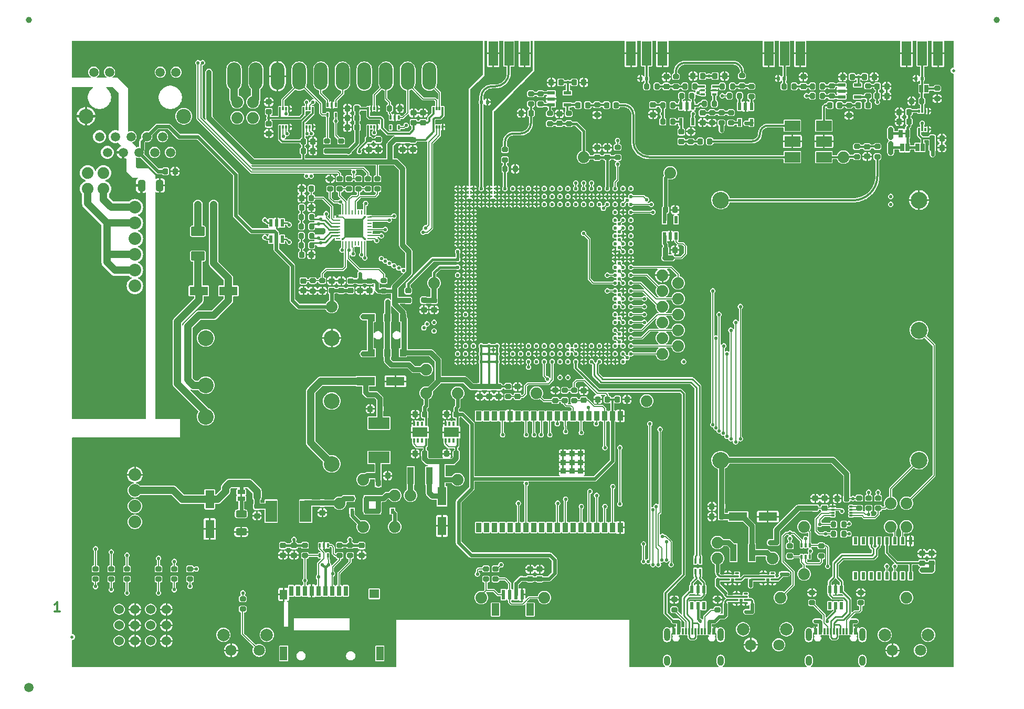
<source format=gtl>
%TF.GenerationSoftware,KiCad,Pcbnew,8.0.7*%
%TF.CreationDate,2025-01-13T16:47:28+00:00*%
%TF.ProjectId,SparkPNT_GNSSDO_Plus_panelized,53706172-6b50-44e5-945f-474e5353444f,rev?*%
%TF.SameCoordinates,Original*%
%TF.FileFunction,Copper,L1,Top*%
%TF.FilePolarity,Positive*%
%FSLAX46Y46*%
G04 Gerber Fmt 4.6, Leading zero omitted, Abs format (unit mm)*
G04 Created by KiCad (PCBNEW 8.0.7) date 2025-01-13 16:47:28*
%MOMM*%
%LPD*%
G01*
G04 APERTURE LIST*
G04 Aperture macros list*
%AMRoundRect*
0 Rectangle with rounded corners*
0 $1 Rounding radius*
0 $2 $3 $4 $5 $6 $7 $8 $9 X,Y pos of 4 corners*
0 Add a 4 corners polygon primitive as box body*
4,1,4,$2,$3,$4,$5,$6,$7,$8,$9,$2,$3,0*
0 Add four circle primitives for the rounded corners*
1,1,$1+$1,$2,$3*
1,1,$1+$1,$4,$5*
1,1,$1+$1,$6,$7*
1,1,$1+$1,$8,$9*
0 Add four rect primitives between the rounded corners*
20,1,$1+$1,$2,$3,$4,$5,0*
20,1,$1+$1,$4,$5,$6,$7,0*
20,1,$1+$1,$6,$7,$8,$9,0*
20,1,$1+$1,$8,$9,$2,$3,0*%
G04 Aperture macros list end*
%ADD10C,0.300000*%
%TA.AperFunction,NonConductor*%
%ADD11C,0.300000*%
%TD*%
%TA.AperFunction,EtchedComponent*%
%ADD12C,0.000000*%
%TD*%
%TA.AperFunction,SMDPad,CuDef*%
%ADD13RoundRect,0.200000X-0.275000X0.200000X-0.275000X-0.200000X0.275000X-0.200000X0.275000X0.200000X0*%
%TD*%
%TA.AperFunction,SMDPad,CuDef*%
%ADD14RoundRect,0.140000X0.140000X0.170000X-0.140000X0.170000X-0.140000X-0.170000X0.140000X-0.170000X0*%
%TD*%
%TA.AperFunction,SMDPad,CuDef*%
%ADD15RoundRect,0.225000X-0.225000X-0.250000X0.225000X-0.250000X0.225000X0.250000X-0.225000X0.250000X0*%
%TD*%
%TA.AperFunction,SMDPad,CuDef*%
%ADD16RoundRect,0.200000X-0.200000X-0.275000X0.200000X-0.275000X0.200000X0.275000X-0.200000X0.275000X0*%
%TD*%
%TA.AperFunction,SMDPad,CuDef*%
%ADD17RoundRect,0.200000X0.275000X-0.200000X0.275000X0.200000X-0.275000X0.200000X-0.275000X-0.200000X0*%
%TD*%
%TA.AperFunction,SMDPad,CuDef*%
%ADD18R,0.660400X1.270000*%
%TD*%
%TA.AperFunction,ComponentPad*%
%ADD19C,1.800000*%
%TD*%
%TA.AperFunction,ComponentPad*%
%ADD20C,2.000000*%
%TD*%
%TA.AperFunction,SMDPad,CuDef*%
%ADD21R,0.900000X1.500000*%
%TD*%
%TA.AperFunction,SMDPad,CuDef*%
%ADD22R,0.900000X0.900000*%
%TD*%
%TA.AperFunction,SMDPad,CuDef*%
%ADD23RoundRect,0.225000X0.250000X-0.225000X0.250000X0.225000X-0.250000X0.225000X-0.250000X-0.225000X0*%
%TD*%
%TA.AperFunction,SMDPad,CuDef*%
%ADD24RoundRect,0.225000X0.225000X0.250000X-0.225000X0.250000X-0.225000X-0.250000X0.225000X-0.250000X0*%
%TD*%
%TA.AperFunction,SMDPad,CuDef*%
%ADD25R,1.200000X0.550000*%
%TD*%
%TA.AperFunction,SMDPad,CuDef*%
%ADD26RoundRect,0.225000X-0.250000X0.225000X-0.250000X-0.225000X0.250000X-0.225000X0.250000X0.225000X0*%
%TD*%
%TA.AperFunction,ComponentPad*%
%ADD27C,1.879600*%
%TD*%
%TA.AperFunction,SMDPad,CuDef*%
%ADD28RoundRect,0.030000X0.120000X-0.245000X0.120000X0.245000X-0.120000X0.245000X-0.120000X-0.245000X0*%
%TD*%
%TA.AperFunction,SMDPad,CuDef*%
%ADD29R,0.635000X1.270000*%
%TD*%
%TA.AperFunction,SMDPad,CuDef*%
%ADD30RoundRect,0.200000X0.200000X0.275000X-0.200000X0.275000X-0.200000X-0.275000X0.200000X-0.275000X0*%
%TD*%
%TA.AperFunction,SMDPad,CuDef*%
%ADD31R,1.270000X0.660400*%
%TD*%
%TA.AperFunction,SMDPad,CuDef*%
%ADD32R,1.000000X2.800000*%
%TD*%
%TA.AperFunction,SMDPad,CuDef*%
%ADD33C,0.500000*%
%TD*%
%TA.AperFunction,SMDPad,CuDef*%
%ADD34R,0.800000X0.284600*%
%TD*%
%TA.AperFunction,SMDPad,CuDef*%
%ADD35R,0.284600X0.800000*%
%TD*%
%TA.AperFunction,SMDPad,CuDef*%
%ADD36R,3.150000X3.150000*%
%TD*%
%TA.AperFunction,SMDPad,CuDef*%
%ADD37RoundRect,0.140000X-0.140000X-0.170000X0.140000X-0.170000X0.140000X0.170000X-0.140000X0.170000X0*%
%TD*%
%TA.AperFunction,SMDPad,CuDef*%
%ADD38R,3.000000X1.400000*%
%TD*%
%TA.AperFunction,SMDPad,CuDef*%
%ADD39R,0.550000X1.200000*%
%TD*%
%TA.AperFunction,SMDPad,CuDef*%
%ADD40RoundRect,0.300000X-0.000010X0.000010X-0.000010X-0.000010X0.000010X-0.000010X0.000010X0.000010X0*%
%TD*%
%TA.AperFunction,SMDPad,CuDef*%
%ADD41R,1.400000X3.000000*%
%TD*%
%TA.AperFunction,SMDPad,CuDef*%
%ADD42R,3.500000X1.850000*%
%TD*%
%TA.AperFunction,SMDPad,CuDef*%
%ADD43R,1.500000X4.000000*%
%TD*%
%TA.AperFunction,SMDPad,CuDef*%
%ADD44RoundRect,0.250000X-0.625000X0.312500X-0.625000X-0.312500X0.625000X-0.312500X0.625000X0.312500X0*%
%TD*%
%TA.AperFunction,ComponentPad*%
%ADD45C,2.700000*%
%TD*%
%TA.AperFunction,ComponentPad*%
%ADD46O,2.200000X4.400000*%
%TD*%
%TA.AperFunction,SMDPad,CuDef*%
%ADD47R,0.300000X0.660000*%
%TD*%
%TA.AperFunction,SMDPad,CuDef*%
%ADD48R,0.660000X0.300000*%
%TD*%
%TA.AperFunction,ComponentPad*%
%ADD49C,2.540000*%
%TD*%
%TA.AperFunction,SMDPad,CuDef*%
%ADD50R,0.300000X0.650000*%
%TD*%
%TA.AperFunction,SMDPad,CuDef*%
%ADD51R,2.350000X1.600000*%
%TD*%
%TA.AperFunction,SMDPad,CuDef*%
%ADD52C,1.500000*%
%TD*%
%TA.AperFunction,ComponentPad*%
%ADD53C,1.524000*%
%TD*%
%TA.AperFunction,SMDPad,CuDef*%
%ADD54R,0.700000X1.600000*%
%TD*%
%TA.AperFunction,SMDPad,CuDef*%
%ADD55R,1.200000X1.600000*%
%TD*%
%TA.AperFunction,SMDPad,CuDef*%
%ADD56R,1.200000X2.200000*%
%TD*%
%TA.AperFunction,SMDPad,CuDef*%
%ADD57R,1.600000X1.400000*%
%TD*%
%TA.AperFunction,SMDPad,CuDef*%
%ADD58R,1.000000X1.150000*%
%TD*%
%TA.AperFunction,SMDPad,CuDef*%
%ADD59R,0.300000X1.000000*%
%TD*%
%TA.AperFunction,SMDPad,CuDef*%
%ADD60R,0.600000X1.000000*%
%TD*%
%TA.AperFunction,ComponentPad*%
%ADD61O,1.000000X1.600000*%
%TD*%
%TA.AperFunction,ComponentPad*%
%ADD62O,1.000000X2.100000*%
%TD*%
%TA.AperFunction,SMDPad,CuDef*%
%ADD63R,0.600000X1.200000*%
%TD*%
%TA.AperFunction,SMDPad,CuDef*%
%ADD64R,0.630000X0.830000*%
%TD*%
%TA.AperFunction,SMDPad,CuDef*%
%ADD65R,1.850000X3.500000*%
%TD*%
%TA.AperFunction,SMDPad,CuDef*%
%ADD66RoundRect,0.050000X-0.285000X-0.100000X0.285000X-0.100000X0.285000X0.100000X-0.285000X0.100000X0*%
%TD*%
%TA.AperFunction,SMDPad,CuDef*%
%ADD67R,0.830000X0.630000*%
%TD*%
%TA.AperFunction,SMDPad,CuDef*%
%ADD68R,0.300000X0.700000*%
%TD*%
%TA.AperFunction,SMDPad,CuDef*%
%ADD69RoundRect,0.250000X-0.325000X-0.650000X0.325000X-0.650000X0.325000X0.650000X-0.325000X0.650000X0*%
%TD*%
%TA.AperFunction,SMDPad,CuDef*%
%ADD70R,0.400000X0.900000*%
%TD*%
%TA.AperFunction,SMDPad,CuDef*%
%ADD71R,2.540000X1.651000*%
%TD*%
%TA.AperFunction,ComponentPad*%
%ADD72C,1.500000*%
%TD*%
%TA.AperFunction,ComponentPad*%
%ADD73C,2.400000*%
%TD*%
%TA.AperFunction,SMDPad,CuDef*%
%ADD74RoundRect,0.030000X-0.245000X-0.120000X0.245000X-0.120000X0.245000X0.120000X-0.245000X0.120000X0*%
%TD*%
%TA.AperFunction,SMDPad,CuDef*%
%ADD75RoundRect,0.208333X0.891667X-0.541667X0.891667X0.541667X-0.891667X0.541667X-0.891667X-0.541667X0*%
%TD*%
%TA.AperFunction,ComponentPad*%
%ADD76C,2.032000*%
%TD*%
%TA.AperFunction,SMDPad,CuDef*%
%ADD77C,1.000000*%
%TD*%
%TA.AperFunction,SMDPad,CuDef*%
%ADD78R,0.600000X1.550000*%
%TD*%
%TA.AperFunction,SMDPad,CuDef*%
%ADD79R,1.200000X2.000000*%
%TD*%
%TA.AperFunction,ViaPad*%
%ADD80C,0.560000*%
%TD*%
%TA.AperFunction,Conductor*%
%ADD81C,0.177800*%
%TD*%
%TA.AperFunction,Conductor*%
%ADD82C,0.304800*%
%TD*%
%TA.AperFunction,Conductor*%
%ADD83C,1.219200*%
%TD*%
%TA.AperFunction,Conductor*%
%ADD84C,0.812800*%
%TD*%
%TA.AperFunction,Conductor*%
%ADD85C,0.558800*%
%TD*%
%TA.AperFunction,Conductor*%
%ADD86C,0.406400*%
%TD*%
%TA.AperFunction,Conductor*%
%ADD87C,0.330200*%
%TD*%
%TA.AperFunction,Conductor*%
%ADD88C,0.228600*%
%TD*%
%TA.AperFunction,Conductor*%
%ADD89C,0.266700*%
%TD*%
G04 APERTURE END LIST*
D10*
D11*
X3118225Y9216172D02*
X2261082Y9216172D01*
X2689653Y9216172D02*
X2689653Y10716172D01*
X2689653Y10716172D02*
X2546796Y10501886D01*
X2546796Y10501886D02*
X2403939Y10359029D01*
X2403939Y10359029D02*
X2261082Y10287600D01*
D12*
%TA.AperFunction,EtchedComponent*%
%TO.C,A.1*%
G36*
X139569000Y86210000D02*
G01*
X139069000Y86210000D01*
X139069000Y86510000D01*
X139569000Y86510000D01*
X139569000Y86210000D01*
G37*
%TD.AperFunction*%
%TA.AperFunction,EtchedComponent*%
%TO.C,JP7*%
G36*
X32535000Y27690000D02*
G01*
X32235000Y27690000D01*
X32235000Y28190000D01*
X32535000Y28190000D01*
X32535000Y27690000D01*
G37*
%TD.AperFunction*%
%TD*%
D13*
%TO.P,R55,1*%
%TO.N,Net-(C55-Pad1)*%
X111379000Y89725000D03*
%TO.P,R55,2*%
%TO.N,Net-(U20--)*%
X111379000Y88075000D03*
%TD*%
D14*
%TO.P,D1,1,A1*%
%TO.N,GND*%
X72108000Y91440000D03*
%TO.P,D1,2,A2*%
%TO.N,MOSAIC_RF_IN*%
X71148000Y91440000D03*
%TD*%
D15*
%TO.P,C70,1*%
%TO.N,3.3V_A*%
X132956000Y95504000D03*
%TO.P,C70,2*%
%TO.N,GND*%
X134506000Y95504000D03*
%TD*%
D16*
%TO.P,R68,1*%
%TO.N,Net-(U23-+)*%
X103442000Y92456000D03*
%TO.P,R68,2*%
%TO.N,Net-(R68-Pad2)*%
X105092000Y92456000D03*
%TD*%
D17*
%TO.P,R9,1*%
%TO.N,Net-(J2-CC1)*%
X102235000Y9462000D03*
%TO.P,R9,2*%
%TO.N,GND*%
X102235000Y11112000D03*
%TD*%
D18*
%TO.P,A.1,1,A*%
%TO.N,Net-(A.1-A)*%
X139839700Y86360000D03*
%TO.P,A.1,2,B*%
%TO.N,VCCIO*%
X138798300Y86360000D03*
%TD*%
D19*
%TO.P,SW2,1,1*%
%TO.N,GND*%
X137450000Y2921000D03*
%TO.P,SW2,2,2*%
%TO.N,Net-(JP11-A)*%
X141950000Y2921000D03*
D20*
%TO.P,SW2,M1,M1*%
%TO.N,unconnected-(SW2-PadM1)*%
X136200000Y5421000D03*
%TO.P,SW2,M2,M2*%
%TO.N,unconnected-(SW2-PadM2)*%
X143200000Y5421000D03*
%TD*%
D21*
%TO.P,U1,1,GND*%
%TO.N,GND*%
X93525000Y40750000D03*
%TO.P,U1,2,VDD*%
%TO.N,3.3V*%
X92255000Y40750000D03*
%TO.P,U1,3,EN*%
%TO.N,ESP_~{RST}*%
X90985000Y40750000D03*
%TO.P,U1,4,IA36*%
%TO.N,ESP36{slash}MRDY*%
X89715000Y40750000D03*
%TO.P,U1,5,IA39*%
%TO.N,Net-(U1-IA39)*%
X88445000Y40750000D03*
%TO.P,U1,6,IA34*%
%TO.N,ESP34{slash}MTX3*%
X87175000Y40750000D03*
%TO.P,U1,7,IA35*%
%TO.N,ESP35{slash}DeviceSense*%
X85905000Y40750000D03*
%TO.P,U1,8,IOA32*%
%TO.N,ESP32{slash}LED_ERROR*%
X84635000Y40750000D03*
%TO.P,U1,9,IOA33*%
%TO.N,ESP33{slash}LED_LOCK*%
X83365000Y40750000D03*
%TO.P,U1,10,IOA25*%
%TO.N,ESP25{slash}MRX4*%
X82095000Y40750000D03*
%TO.P,U1,11,IOA26*%
%TO.N,ESP26{slash}MCTS1*%
X80825000Y40750000D03*
%TO.P,U1,12,IOA27*%
%TO.N,ESP27{slash}MRTS1*%
X79555000Y40750000D03*
%TO.P,U1,13,IOA14*%
%TO.N,ESP14{slash}MRX1*%
X78285000Y40750000D03*
%TO.P,U1,14,IOA12*%
%TO.N,unconnected-(U1-IOA12-Pad14)*%
X77015000Y40750000D03*
%TO.P,U1,15,GND*%
%TO.N,GND*%
X75745000Y40750000D03*
%TO.P,U1,16,IOA13*%
%TO.N,ESP13{slash}MTX1*%
X74475000Y40750000D03*
%TO.P,U1,17,NC*%
%TO.N,unconnected-(U1-NC-Pad17)*%
X73205000Y40750000D03*
%TO.P,U1,18,NC*%
%TO.N,unconnected-(U1-NC-Pad18)*%
X71935000Y40750000D03*
%TO.P,U1,19,NC*%
%TO.N,unconnected-(U1-NC-Pad19)*%
X70665000Y40750000D03*
%TO.P,U1,20,NC*%
%TO.N,unconnected-(U1-NC-Pad20)*%
X70665000Y22750000D03*
%TO.P,U1,21,NC*%
%TO.N,unconnected-(U1-NC-Pad21)*%
X71935000Y22750000D03*
%TO.P,U1,22,NC*%
%TO.N,unconnected-(U1-NC-Pad22)*%
X73205000Y22750000D03*
%TO.P,U1,23,IOA15*%
%TO.N,unconnected-(U1-IOA15-Pad23)*%
X74475000Y22750000D03*
%TO.P,U1,24,IOA2*%
%TO.N,unconnected-(U1-IOA2-Pad24)*%
X75745000Y22750000D03*
%TO.P,U1,25,IOA0*%
%TO.N,ESP0{slash}BOOT*%
X77015000Y22750000D03*
%TO.P,U1,26,IOA4*%
%TO.N,ESP4{slash}MTX4*%
X78285000Y22750000D03*
%TO.P,U1,27,NC*%
%TO.N,unconnected-(U1-NC-Pad27)*%
X79555000Y22750000D03*
%TO.P,U1,28,NC*%
%TO.N,unconnected-(U1-NC-Pad28)*%
X80825000Y22750000D03*
%TO.P,U1,29,IO5*%
%TO.N,unconnected-(U1-IO5-Pad29)*%
X82095000Y22750000D03*
%TO.P,U1,30,IO18*%
%TO.N,ESP18{slash}SDA2*%
X83365000Y22750000D03*
%TO.P,U1,31,IO19*%
%TO.N,ESP19{slash}SCL2*%
X84635000Y22750000D03*
%TO.P,U1,32,NC*%
%TO.N,unconnected-(U1-NC-Pad32)*%
X85905000Y22750000D03*
%TO.P,U1,33,IO21*%
%TO.N,ESP21{slash}SDA*%
X87175000Y22750000D03*
%TO.P,U1,34,RXD0/IO3*%
%TO.N,ESP3{slash}CH340-TX*%
X88445000Y22750000D03*
%TO.P,U1,35,TXD0/IO1*%
%TO.N,ESP1{slash}CH340-RX*%
X89715000Y22750000D03*
%TO.P,U1,36,IO22*%
%TO.N,ESP22{slash}SCL*%
X90985000Y22750000D03*
%TO.P,U1,37,IO23*%
%TO.N,ESP23{slash}MRX3*%
X92255000Y22750000D03*
%TO.P,U1,38,GND*%
%TO.N,GND*%
X93525000Y22750000D03*
D22*
%TO.P,U1,39.1,GND*%
X87125000Y34650000D03*
%TO.P,U1,39.2,GND*%
X85725000Y34650000D03*
%TO.P,U1,39.3,GND*%
X84325000Y34650000D03*
%TO.P,U1,39.4,GND*%
X84325000Y33250000D03*
%TO.P,U1,39.5,GND*%
X84325000Y31850000D03*
%TO.P,U1,39.6,GND*%
X85725000Y31850000D03*
%TO.P,U1,39.7,GND*%
X87125000Y31850000D03*
%TO.P,U1,39.8,GND*%
X87125000Y33250000D03*
%TO.P,U1,39.9,GND*%
X85725000Y33250000D03*
%TD*%
D23*
%TO.P,C27,1*%
%TO.N,VDDA*%
X46990000Y61023000D03*
%TO.P,C27,2*%
%TO.N,GND*%
X46990000Y62573000D03*
%TD*%
D24*
%TO.P,C11,1*%
%TO.N,GND*%
X43701000Y66802000D03*
%TO.P,C11,2*%
%TO.N,Net-(C11-Pad2)*%
X42151000Y66802000D03*
%TD*%
D25*
%TO.P,U17,1*%
%TO.N,Net-(R52-Pad2)*%
X129255900Y94168000D03*
%TO.P,U17,2,V-*%
%TO.N,GND*%
X129255900Y93218000D03*
%TO.P,U17,3,+*%
%TO.N,Net-(U17-+)*%
X129255900Y92268000D03*
%TO.P,U17,4,-*%
%TO.N,Net-(U17--)*%
X131856100Y92268000D03*
%TO.P,U17,5,V+*%
%TO.N,3.3V_A*%
X131856100Y94168000D03*
%TD*%
D26*
%TO.P,C55,1*%
%TO.N,Net-(C55-Pad1)*%
X106807000Y89675000D03*
%TO.P,C55,2*%
%TO.N,GND*%
X106807000Y88125000D03*
%TD*%
D27*
%TO.P,TP11,1,1*%
%TO.N,ESP4{slash}MTX4*%
X100330000Y55880000D03*
%TD*%
D13*
%TO.P,R67,1*%
%TO.N,Net-(U24--)*%
X85217000Y89598000D03*
%TO.P,R67,2*%
%TO.N,1.8V*%
X85217000Y87948000D03*
%TD*%
D24*
%TO.P,C1,1*%
%TO.N,3.3V*%
X91453000Y43434000D03*
%TO.P,C1,2*%
%TO.N,GND*%
X89903000Y43434000D03*
%TD*%
D27*
%TO.P,TP41,1,1*%
%TO.N,2.8V*%
X63500000Y62230000D03*
%TD*%
D28*
%TO.P,U9,1,VCCA*%
%TO.N,3.3V_P*%
X38620000Y87425000D03*
%TO.P,U9,2,1A*%
%TO.N,MRX2*%
X39120000Y87425000D03*
%TO.P,U9,3,2A*%
%TO.N,MCTS2*%
X39620000Y87425000D03*
%TO.P,U9,4,GND*%
%TO.N,GND*%
X40120000Y87425000D03*
%TO.P,U9,5,DIR*%
X40120000Y90375000D03*
%TO.P,U9,6,2B*%
%TO.N,MCTS2_I*%
X39620000Y90375000D03*
%TO.P,U9,7,1B*%
%TO.N,MRX2_I*%
X39120000Y90375000D03*
%TO.P,U9,8,VCCB*%
%TO.N,VCCIO*%
X38620000Y90375000D03*
%TD*%
D27*
%TO.P,TP22,1,1*%
%TO.N,1.8V*%
X87630000Y82550000D03*
%TD*%
D28*
%TO.P,U8,1,VCCA*%
%TO.N,3.3V_P*%
X42430000Y87425000D03*
%TO.P,U8,2,1A*%
%TO.N,MTX2*%
X42930000Y87425000D03*
%TO.P,U8,3,2A*%
%TO.N,MRTS2*%
X43430000Y87425000D03*
%TO.P,U8,4,GND*%
%TO.N,GND*%
X43930000Y87425000D03*
%TO.P,U8,5,DIR*%
%TO.N,3.3V_P*%
X43930000Y90375000D03*
%TO.P,U8,6,2B*%
%TO.N,MRTS2_O*%
X43430000Y90375000D03*
%TO.P,U8,7,1B*%
%TO.N,MTX2_O*%
X42930000Y90375000D03*
%TO.P,U8,8,VCCB*%
%TO.N,VCCIO*%
X42430000Y90375000D03*
%TD*%
D29*
%TO.P,C.1,1,A*%
%TO.N,Net-(A.1-A)*%
X141478000Y84124800D03*
%TO.P,C.1,2,B*%
%TO.N,1.8V*%
X142290800Y84124800D03*
%TD*%
D26*
%TO.P,C38,1*%
%TO.N,VIN_POE*%
X45466000Y26683000D03*
%TO.P,C38,2*%
%TO.N,GND*%
X45466000Y25133000D03*
%TD*%
D23*
%TO.P,C8,1*%
%TO.N,ESP_~{RST}*%
X87630000Y43294000D03*
%TO.P,C8,2*%
%TO.N,GND*%
X87630000Y44844000D03*
%TD*%
D17*
%TO.P,R37,1*%
%TO.N,Net-(R37-Pad1)*%
X32639000Y9589000D03*
%TO.P,R37,2*%
%TO.N,LOG_BTN*%
X32639000Y11239000D03*
%TD*%
D26*
%TO.P,C23,1*%
%TO.N,3.3V_P*%
X51562000Y62573000D03*
%TO.P,C23,2*%
%TO.N,GND*%
X51562000Y61023000D03*
%TD*%
D30*
%TO.P,R57,1*%
%TO.N,Net-(U17-+)*%
X126174000Y92456000D03*
%TO.P,R57,2*%
%TO.N,1.8V*%
X124524000Y92456000D03*
%TD*%
D17*
%TO.P,R65,1*%
%TO.N,Net-(U13-CLK)*%
X135001000Y82614000D03*
%TO.P,R65,2*%
%TO.N,Net-(C66-Pad1)*%
X135001000Y84264000D03*
%TD*%
D31*
%TO.P,JP7,1,A*%
%TO.N,Net-(JP7-A)*%
X32385000Y27419300D03*
%TO.P,JP7,2,B*%
%TO.N,Net-(JP7-B)*%
X32385000Y28460700D03*
%TD*%
D27*
%TO.P,TP21,1,1*%
%TO.N,VBUS*%
X67310000Y30480000D03*
%TD*%
D32*
%TO.P,F2,1*%
%TO.N,Net-(JP14-B)*%
X111784000Y18669000D03*
%TO.P,F2,2*%
%TO.N,5V*%
X114784000Y18669000D03*
%TD*%
D33*
%TO.P,FID3,*%
%TO.N,*%
X5080000Y5080000D03*
%TD*%
D13*
%TO.P,R2,1*%
%TO.N,CH340-~{DTR}*%
X125969000Y19779000D03*
%TO.P,R2,2*%
%TO.N,Net-(Q1B-B2)*%
X125969000Y18129000D03*
%TD*%
D34*
%TO.P,U4,1,GND*%
%TO.N,GND*%
X48046000Y72870000D03*
%TO.P,U4,2,VDDP_1.8*%
%TO.N,Net-(U4-VDDP_1.8)*%
X48046000Y72370000D03*
%TO.P,U4,3,VDDA_3.3*%
%TO.N,VDDA*%
X48046000Y71870000D03*
%TO.P,U4,4,RX-*%
%TO.N,RD-*%
X48046000Y71370000D03*
%TO.P,U4,5,RX+*%
%TO.N,RD+*%
X48046000Y70870000D03*
%TO.P,U4,6,TX-*%
%TO.N,TD-*%
X48046000Y70370000D03*
%TO.P,U4,7,TX+*%
%TO.N,TD+*%
X48046000Y69870000D03*
%TO.P,U4,8,XO*%
%TO.N,unconnected-(U4-XO-Pad8)*%
X48046000Y69370000D03*
D35*
%TO.P,U4,9,XI*%
%TO.N,ETH_CLK*%
X48796000Y68620000D03*
%TO.P,U4,10,REXT*%
%TO.N,Net-(U4-REXT)*%
X49296000Y68620000D03*
%TO.P,U4,11,MDIO*%
%TO.N,ETH_MDIO*%
X49796000Y68620000D03*
%TO.P,U4,12,MDC*%
%TO.N,ETH_MDC*%
X50296000Y68620000D03*
%TO.P,U4,13,RXD3/PHYAD0*%
%TO.N,unconnected-(U4-RXD3{slash}PHYAD0-Pad13)*%
X50796000Y68620000D03*
%TO.P,U4,14,RXD2/PHYAD1*%
%TO.N,unconnected-(U4-RXD2{slash}PHYAD1-Pad14)*%
X51296000Y68620000D03*
%TO.P,U4,15,RXD1/PHYAD2*%
%TO.N,ETH_RXD1*%
X51796000Y68620000D03*
%TO.P,U4,16,RXD0/DUPLEX*%
%TO.N,ETH_RXD0*%
X52296000Y68620000D03*
D34*
%TO.P,U4,17,VDDIO_3.3*%
%TO.N,3.3V_P*%
X53046000Y69370000D03*
%TO.P,U4,18,RXDV/CONFIG2*%
%TO.N,ETH_RXDV*%
X53046000Y69870000D03*
%TO.P,U4,19,RXC*%
%TO.N,unconnected-(U4-RXC-Pad19)*%
X53046000Y70370000D03*
%TO.P,U4,20,RXER/ISO*%
%TO.N,ETH_RXER*%
X53046000Y70870000D03*
%TO.P,U4,21,INTRP*%
%TO.N,unconnected-(U4-INTRP-Pad21)*%
X53046000Y71370000D03*
%TO.P,U4,22,TXC*%
%TO.N,unconnected-(U4-TXC-Pad22)*%
X53046000Y71870000D03*
%TO.P,U4,23,TX_EN*%
%TO.N,ETH_TXEN*%
X53046000Y72370000D03*
%TO.P,U4,24,TXD0*%
%TO.N,ETH_TXD0*%
X53046000Y72870000D03*
D35*
%TO.P,U4,25,TXD1*%
%TO.N,ETH_TXD1*%
X52296000Y73620000D03*
%TO.P,U4,26,TXD2*%
%TO.N,unconnected-(U4-TXD2-Pad26)*%
X51796000Y73620000D03*
%TO.P,U4,27,TXD3*%
%TO.N,unconnected-(U4-TXD3-Pad27)*%
X51296000Y73620000D03*
%TO.P,U4,28,COL/CONFIG0*%
%TO.N,Net-(U4-COL{slash}CONFIG0)*%
X50796000Y73620000D03*
%TO.P,U4,29,CRS/CONFIG1*%
%TO.N,unconnected-(U4-CRS{slash}CONFIG1-Pad29)*%
X50296000Y73620000D03*
%TO.P,U4,30,LED0/NWAYEN*%
%TO.N,LINK*%
X49796000Y73620000D03*
%TO.P,U4,31,LED1/SPEED*%
%TO.N,SPEED*%
X49296000Y73620000D03*
%TO.P,U4,32,~{RST}*%
%TO.N,ETH_~{RST}*%
X48796000Y73620000D03*
D36*
%TO.P,U4,EP,GND*%
%TO.N,GND*%
X50546000Y71120000D03*
%TD*%
D37*
%TO.P,D17,1,A1*%
%TO.N,GND*%
X119027000Y95250000D03*
%TO.P,D17,2,A2*%
%TO.N,Net-(D17-A2)*%
X119987000Y95250000D03*
%TD*%
D16*
%TO.P,R43,1*%
%TO.N,GND*%
X140526000Y91604000D03*
%TO.P,R43,2*%
%TO.N,Net-(D.1-B)*%
X142176000Y91604000D03*
%TD*%
D24*
%TO.P,C88,1*%
%TO.N,Net-(C87-Pad2)*%
X88278000Y90932000D03*
%TO.P,C88,2*%
%TO.N,Net-(U24--)*%
X86728000Y90932000D03*
%TD*%
D23*
%TO.P,C54,1*%
%TO.N,3.3V*%
X78994000Y14465000D03*
%TO.P,C54,2*%
%TO.N,GND*%
X78994000Y16015000D03*
%TD*%
D17*
%TO.P,R75,1*%
%TO.N,Net-(U24-+)*%
X80645000Y91123000D03*
%TO.P,R75,2*%
%TO.N,Net-(R75-Pad2)*%
X80645000Y92773000D03*
%TD*%
D15*
%TO.P,C81,1*%
%TO.N,3.3V_A*%
X108826000Y95631000D03*
%TO.P,C81,2*%
%TO.N,GND*%
X110376000Y95631000D03*
%TD*%
D26*
%TO.P,C44,1*%
%TO.N,1.8V*%
X54483000Y85357000D03*
%TO.P,C44,2*%
%TO.N,GND*%
X54483000Y83807000D03*
%TD*%
D24*
%TO.P,C61,1*%
%TO.N,Net-(A.1-A)*%
X140094000Y88302000D03*
%TO.P,C61,2*%
%TO.N,GND*%
X138544000Y88302000D03*
%TD*%
D26*
%TO.P,C28,1*%
%TO.N,3.3V_P*%
X39116000Y19825000D03*
%TO.P,C28,2*%
%TO.N,GND*%
X39116000Y18275000D03*
%TD*%
D38*
%TO.P,C65,1*%
%TO.N,5V*%
X112535000Y24511000D03*
%TO.P,C65,2*%
%TO.N,GND*%
X117335000Y24511000D03*
%TD*%
D27*
%TO.P,TP18,1,1*%
%TO.N,Net-(U2-COM3_RTS)*%
X102870000Y59690000D03*
%TD*%
D13*
%TO.P,R29,1*%
%TO.N,3.3V_P*%
X42672000Y19875000D03*
%TO.P,R29,2*%
%TO.N,SD_DATA*%
X42672000Y18225000D03*
%TD*%
%TO.P,R66,1*%
%TO.N,Net-(U24-+)*%
X82169000Y89598000D03*
%TO.P,R66,2*%
%TO.N,1.8V*%
X82169000Y87948000D03*
%TD*%
D26*
%TO.P,C56,1*%
%TO.N,3.3V_P*%
X58445400Y85357000D03*
%TO.P,C56,2*%
%TO.N,GND*%
X58445400Y83807000D03*
%TD*%
D23*
%TO.P,C18,1*%
%TO.N,1.8V*%
X91440000Y82537000D03*
%TO.P,C18,2*%
%TO.N,GND*%
X91440000Y84087000D03*
%TD*%
D16*
%TO.P,R54,1*%
%TO.N,MPPS_1V8*%
X111126000Y92456000D03*
%TO.P,R54,2*%
%TO.N,Net-(U20-+)*%
X112776000Y92456000D03*
%TD*%
D39*
%TO.P,D6,1,I/O1*%
%TO.N,RD+*%
X39050000Y71912100D03*
%TO.P,D6,2,GND*%
%TO.N,GND*%
X38100000Y71912100D03*
%TO.P,D6,3,I/O2*%
%TO.N,RD-*%
X37150000Y71912100D03*
%TO.P,D6,4,I/O3*%
%TO.N,TD-*%
X37150000Y69311900D03*
%TO.P,D6,5,VCC*%
%TO.N,VDDA*%
X38100000Y69312000D03*
%TO.P,D6,6,I/O4*%
%TO.N,TD+*%
X39050000Y69311900D03*
%TD*%
D17*
%TO.P,R25,1*%
%TO.N,GND*%
X43942000Y60960000D03*
%TO.P,R25,2*%
%TO.N,Net-(U4-REXT)*%
X43942000Y62610000D03*
%TD*%
D28*
%TO.P,U10,1,VCCA*%
%TO.N,1.8V*%
X141732000Y87032000D03*
%TO.P,U10,2,1A*%
%TO.N,MEventA_1V8*%
X142232000Y87032000D03*
%TO.P,U10,3,2A*%
%TO.N,unconnected-(U10-2A-Pad3)*%
X142732000Y87032000D03*
%TO.P,U10,4,GND*%
%TO.N,GND*%
X143232000Y87032000D03*
%TO.P,U10,5,DIR*%
X143232000Y89982000D03*
%TO.P,U10,6,2B*%
X142732000Y89982000D03*
%TO.P,U10,7,1B*%
%TO.N,Net-(D.1-B)*%
X142232000Y89982000D03*
%TO.P,U10,8,VCCB*%
%TO.N,Net-(A.1-A)*%
X141732000Y89982000D03*
%TD*%
D15*
%TO.P,C89,1*%
%TO.N,VBUS*%
X100825000Y67564000D03*
%TO.P,C89,2*%
%TO.N,GND*%
X102375000Y67564000D03*
%TD*%
D27*
%TO.P,TP2,1,1*%
%TO.N,VIN_DC*%
X52070000Y30480000D03*
%TD*%
D40*
%TO.P,U2,A2,RTC_XTALO*%
%TO.N,unconnected-(U2-RTC_XTALO-PadA2)*%
X93980000Y49530000D03*
%TO.P,U2,A3,RTC_XTALI*%
%TO.N,GND*%
X92710000Y49530000D03*
%TO.P,U2,A4,GND*%
X91440000Y49530000D03*
%TO.P,U2,A5,USB_D+*%
%TO.N,MOSAIC_DP*%
X90170000Y49530000D03*
%TO.P,U2,A6,USB_D-*%
%TO.N,MOSAIC_DM*%
X88900000Y49530000D03*
%TO.P,U2,A7,GND*%
%TO.N,GND*%
X87630000Y49530000D03*
%TO.P,U2,A8,V_USB*%
%TO.N,VUSB*%
X86360000Y49530000D03*
%TO.P,U2,A9*%
%TO.N,N/C*%
X85090000Y49530000D03*
%TO.P,U2,A10,ONOFF*%
%TO.N,unconnected-(U2-ONOFF-PadA10)*%
X83820000Y49530000D03*
%TO.P,U2,A11,~{RESET}*%
%TO.N,Net-(U2-~{RESET})*%
X82550000Y49530000D03*
%TO.P,U2,A12,MODULE_RDY*%
%TO.N,ESP36{slash}MRDY*%
X81280000Y49530000D03*
%TO.P,U2,A13*%
%TO.N,N/C*%
X80010000Y49530000D03*
%TO.P,U2,A14,GP_LED*%
%TO.N,LED_PVT*%
X78740000Y49530000D03*
%TO.P,U2,A15,GND*%
%TO.N,GND*%
X77470000Y49530000D03*
%TO.P,U2,A16,GND*%
X76200000Y49530000D03*
%TO.P,U2,A17,GND*%
X74930000Y49530000D03*
%TO.P,U2,A18,VDD_3V3*%
%TO.N,3.3V_P*%
X73660000Y49530000D03*
%TO.P,U2,A19,VDD_3V3*%
X72390000Y49530000D03*
%TO.P,U2,A20,VDD_3V3*%
X71120000Y49530000D03*
%TO.P,U2,A21,GND*%
%TO.N,GND*%
X69850000Y49530000D03*
%TO.P,U2,A22,GND*%
X68580000Y49530000D03*
%TO.P,U2,A23,GND*%
X67310000Y49530000D03*
%TO.P,U2,AA1,SD_CLK*%
%TO.N,SD_CLK*%
X95250000Y74930000D03*
%TO.P,U2,AA2,ETHER_CLK*%
%TO.N,ETH_CLK*%
X93980000Y74930000D03*
%TO.P,U2,AA3*%
%TO.N,N/C*%
X92710000Y74930000D03*
%TO.P,U2,AA4,GPIO_1*%
%TO.N,MGP1*%
X91440000Y74930000D03*
%TO.P,U2,AA5*%
%TO.N,N/C*%
X90170000Y74930000D03*
%TO.P,U2,AA6*%
X88900000Y74930000D03*
%TO.P,U2,AA7*%
X87630000Y74930000D03*
%TO.P,U2,AA8*%
X86360000Y74930000D03*
%TO.P,U2,AA9*%
X85090000Y74930000D03*
%TO.P,U2,AA10*%
X83820000Y74930000D03*
%TO.P,U2,AA11*%
X82550000Y74930000D03*
%TO.P,U2,AA12*%
X81280000Y74930000D03*
%TO.P,U2,AA13,GND*%
%TO.N,GND*%
X80010000Y74930000D03*
%TO.P,U2,AA14,GND*%
X78740000Y74930000D03*
%TO.P,U2,AA15,GND*%
X77470000Y74930000D03*
%TO.P,U2,AA16,GND*%
X76200000Y74930000D03*
%TO.P,U2,AA17,GND*%
X74930000Y74930000D03*
%TO.P,U2,AA18,GND*%
X73660000Y74930000D03*
%TO.P,U2,AA19,GND*%
X72390000Y74930000D03*
%TO.P,U2,AA20,GND*%
X71120000Y74930000D03*
%TO.P,U2,AA21,GND*%
X69850000Y74930000D03*
%TO.P,U2,AA22,GND*%
X68580000Y74930000D03*
%TO.P,U2,AA23,GND*%
X67310000Y74930000D03*
%TO.P,U2,AB1,SD_CMD*%
%TO.N,SD_CMD*%
X95250000Y76200000D03*
%TO.P,U2,AB2,GND*%
%TO.N,GND*%
X93980000Y76200000D03*
%TO.P,U2,AB3,GND*%
X92710000Y76200000D03*
%TO.P,U2,AB4,GND*%
X91440000Y76200000D03*
%TO.P,U2,AB5,GND*%
X90170000Y76200000D03*
%TO.P,U2,AB6,GND*%
X88900000Y76200000D03*
%TO.P,U2,AB7,GND*%
X87630000Y76200000D03*
%TO.P,U2,AB8,GND*%
X86360000Y76200000D03*
%TO.P,U2,AB9*%
%TO.N,N/C*%
X85090000Y76200000D03*
%TO.P,U2,AB10*%
X83820000Y76200000D03*
%TO.P,U2,AB11*%
X82550000Y76200000D03*
%TO.P,U2,AB12*%
X81280000Y76200000D03*
%TO.P,U2,AB13,GND*%
%TO.N,GND*%
X80010000Y76200000D03*
%TO.P,U2,AB14,GND*%
X78740000Y76200000D03*
%TO.P,U2,AB15,GND*%
X77470000Y76200000D03*
%TO.P,U2,AB16,GND*%
X76200000Y76200000D03*
%TO.P,U2,AB17,GND*%
X74930000Y76200000D03*
%TO.P,U2,AB18,GND*%
X73660000Y76200000D03*
%TO.P,U2,AB19,GND*%
X72390000Y76200000D03*
%TO.P,U2,AB20,GND*%
X71120000Y76200000D03*
%TO.P,U2,AB21,GND*%
X69850000Y76200000D03*
%TO.P,U2,AB22,GND*%
X68580000Y76200000D03*
%TO.P,U2,AB23,GND*%
X67310000Y76200000D03*
%TO.P,U2,AC1*%
%TO.N,N/C*%
X95250000Y77470000D03*
%TO.P,U2,AC2*%
X93980000Y77470000D03*
%TO.P,U2,AC3,SYNC*%
%TO.N,Net-(U2-SYNC)*%
X92710000Y77470000D03*
%TO.P,U2,AC4,1V8_OUT*%
%TO.N,1.8V*%
X91440000Y77470000D03*
%TO.P,U2,AC5*%
%TO.N,N/C*%
X90170000Y77470000D03*
%TO.P,U2,AC6,EVENTA*%
%TO.N,MEventA_1V8*%
X88900000Y77470000D03*
%TO.P,U2,AC7,EVENTB*%
%TO.N,MEventB_1V8*%
X87630000Y77470000D03*
%TO.P,U2,AC8,PPS*%
%TO.N,MPPS_1V8*%
X86360000Y77470000D03*
%TO.P,U2,AC9*%
%TO.N,N/C*%
X85090000Y77470000D03*
%TO.P,U2,AC10*%
X83820000Y77470000D03*
%TO.P,U2,AC11*%
X82550000Y77470000D03*
%TO.P,U2,AC12*%
X81280000Y77470000D03*
%TO.P,U2,AC13,GND*%
%TO.N,GND*%
X80010000Y77470000D03*
%TO.P,U2,AC14,VTUNE*%
%TO.N,unconnected-(U2-VTUNE-PadAC14)*%
X78740000Y77470000D03*
%TO.P,U2,AC15,GND*%
%TO.N,GND*%
X77470000Y77470000D03*
%TO.P,U2,AC16,REF_OUT*%
%TO.N,unconnected-(U2-REF_OUT-PadAC16)*%
X76200000Y77470000D03*
%TO.P,U2,AC17,REF_IN*%
%TO.N,10MHz_Mosaic*%
X74930000Y77470000D03*
%TO.P,U2,AC18,GND*%
%TO.N,GND*%
X73660000Y77470000D03*
%TO.P,U2,AC19,GND*%
X72390000Y77470000D03*
%TO.P,U2,AC20,ANT_1*%
%TO.N,MOSAIC_RF_IN*%
X71120000Y77470000D03*
%TO.P,U2,AC21,GND*%
%TO.N,GND*%
X69850000Y77470000D03*
%TO.P,U2,AC22,GND*%
X68580000Y77470000D03*
%TO.P,U2,AC23,GND*%
X67310000Y77470000D03*
%TO.P,U2,B1,COM1_RX*%
%TO.N,ESP14{slash}MRX1*%
X95250000Y50800000D03*
%TO.P,U2,B2,LOG_LED*%
%TO.N,LED_LOG*%
X93980000Y50800000D03*
%TO.P,U2,B3*%
%TO.N,N/C*%
X92710000Y50800000D03*
%TO.P,U2,B4,GND*%
%TO.N,GND*%
X91440000Y50800000D03*
%TO.P,U2,B5,GND*%
X90170000Y50800000D03*
%TO.P,U2,B6,GND*%
X88900000Y50800000D03*
%TO.P,U2,B7,GND*%
X87630000Y50800000D03*
%TO.P,U2,B8,VDD_BAT*%
%TO.N,3.3V_P*%
X86360000Y50800000D03*
%TO.P,U2,B9*%
%TO.N,N/C*%
X85090000Y50800000D03*
%TO.P,U2,B10*%
X83820000Y50800000D03*
%TO.P,U2,B11*%
X82550000Y50800000D03*
%TO.P,U2,B12*%
X81280000Y50800000D03*
%TO.P,U2,B13,GND*%
%TO.N,GND*%
X80010000Y50800000D03*
%TO.P,U2,B14*%
%TO.N,N/C*%
X78740000Y50800000D03*
%TO.P,U2,B15*%
X77470000Y50800000D03*
%TO.P,U2,B16,PMIC_ON_REQ*%
%TO.N,unconnected-(U2-PMIC_ON_REQ-PadB16)*%
X76200000Y50800000D03*
%TO.P,U2,B17,GND*%
%TO.N,GND*%
X74930000Y50800000D03*
%TO.P,U2,B18,VDD_3V3*%
%TO.N,3.3V_P*%
X73660000Y50800000D03*
%TO.P,U2,B19,VDD_3V3*%
X72390000Y50800000D03*
%TO.P,U2,B20,VDD_3V3*%
X71120000Y50800000D03*
%TO.P,U2,B21,GND*%
%TO.N,GND*%
X69850000Y50800000D03*
%TO.P,U2,B22*%
%TO.N,N/C*%
X68580000Y50800000D03*
%TO.P,U2,B23*%
X67310000Y50800000D03*
%TO.P,U2,C1,COM1_RTS*%
%TO.N,ESP27{slash}MRTS1*%
X95250000Y52070000D03*
%TO.P,U2,C2*%
%TO.N,N/C*%
X93980000Y52070000D03*
%TO.P,U2,C3*%
X92710000Y52070000D03*
%TO.P,U2,C4,GND*%
%TO.N,GND*%
X91440000Y52070000D03*
%TO.P,U2,C5*%
%TO.N,N/C*%
X90170000Y52070000D03*
%TO.P,U2,C6*%
X88900000Y52070000D03*
%TO.P,U2,C7,GND*%
%TO.N,GND*%
X87630000Y52070000D03*
%TO.P,U2,C8*%
%TO.N,N/C*%
X86360000Y52070000D03*
%TO.P,U2,C9*%
X85090000Y52070000D03*
%TO.P,U2,C10*%
X83820000Y52070000D03*
%TO.P,U2,C11*%
X82550000Y52070000D03*
%TO.P,U2,C12*%
X81280000Y52070000D03*
%TO.P,U2,C13*%
X80010000Y52070000D03*
%TO.P,U2,C14*%
X78740000Y52070000D03*
%TO.P,U2,C15,GND*%
%TO.N,GND*%
X77470000Y52070000D03*
%TO.P,U2,C16,GND*%
X76200000Y52070000D03*
%TO.P,U2,C17,GND*%
X74930000Y52070000D03*
%TO.P,U2,C18,VDD_3V3*%
%TO.N,3.3V_P*%
X73660000Y52070000D03*
%TO.P,U2,C19,VDD_3V3*%
X72390000Y52070000D03*
%TO.P,U2,C20,VDD_3V3*%
X71120000Y52070000D03*
%TO.P,U2,C21*%
%TO.N,N/C*%
X69850000Y52070000D03*
%TO.P,U2,C22*%
X68580000Y52070000D03*
%TO.P,U2,C23,GND*%
%TO.N,GND*%
X67310000Y52070000D03*
%TO.P,U2,D1,COM1_TX*%
%TO.N,ESP13{slash}MTX1*%
X95250000Y53340000D03*
%TO.P,U2,D2,GND*%
%TO.N,GND*%
X93980000Y53340000D03*
%TO.P,U2,D3,COM4_RX*%
%TO.N,ESP25{slash}MRX4*%
X92710000Y53340000D03*
%TO.P,U2,D21,GND*%
%TO.N,GND*%
X69850000Y53340000D03*
%TO.P,U2,D22,GND*%
X68580000Y53340000D03*
%TO.P,U2,D23,GND*%
X67310000Y53340000D03*
%TO.P,U2,E1,COM1_CTS*%
%TO.N,ESP26{slash}MCTS1*%
X95250000Y54610000D03*
%TO.P,U2,E2,GND*%
%TO.N,GND*%
X93980000Y54610000D03*
%TO.P,U2,E3,COM4_TX*%
%TO.N,ESP4{slash}MTX4*%
X92710000Y54610000D03*
%TO.P,U2,E21,GND*%
%TO.N,GND*%
X69850000Y54610000D03*
%TO.P,U2,E22,GND*%
X68580000Y54610000D03*
%TO.P,U2,E23,GND*%
X67310000Y54610000D03*
%TO.P,U2,F1,COM2_RX*%
%TO.N,MRX2*%
X95250000Y55880000D03*
%TO.P,U2,F2,ETHER_~{RST}*%
%TO.N,ETH_~{RST}*%
X93980000Y55880000D03*
%TO.P,U2,F3*%
%TO.N,N/C*%
X92710000Y55880000D03*
%TO.P,U2,F21,GND*%
%TO.N,GND*%
X69850000Y55880000D03*
%TO.P,U2,F22,GND*%
X68580000Y55880000D03*
%TO.P,U2,F23,GND*%
X67310000Y55880000D03*
%TO.P,U2,G1,COM2_RTS*%
%TO.N,MRTS2*%
X95250000Y57150000D03*
%TO.P,U2,G2,GND*%
%TO.N,GND*%
X93980000Y57150000D03*
%TO.P,U2,G3*%
%TO.N,N/C*%
X92710000Y57150000D03*
%TO.P,U2,G21,GND*%
%TO.N,GND*%
X69850000Y57150000D03*
%TO.P,U2,G22*%
%TO.N,N/C*%
X68580000Y57150000D03*
%TO.P,U2,G23,GND*%
%TO.N,GND*%
X67310000Y57150000D03*
%TO.P,U2,H1,COM2_TX*%
%TO.N,MTX2*%
X95250000Y58420000D03*
%TO.P,U2,H2,ETHER_TXD1*%
%TO.N,ETH_TXD1*%
X93980000Y58420000D03*
%TO.P,U2,H3*%
%TO.N,N/C*%
X92710000Y58420000D03*
%TO.P,U2,H21,GND*%
%TO.N,GND*%
X69850000Y58420000D03*
%TO.P,U2,H22,GND*%
X68580000Y58420000D03*
%TO.P,U2,H23,GND*%
X67310000Y58420000D03*
%TO.P,U2,J1,COM2_CTS*%
%TO.N,MCTS2*%
X95250000Y59690000D03*
%TO.P,U2,J2,ETHER_TXD0*%
%TO.N,ETH_TXD0*%
X93980000Y59690000D03*
%TO.P,U2,J3*%
%TO.N,N/C*%
X92710000Y59690000D03*
%TO.P,U2,J21,GND*%
%TO.N,GND*%
X69850000Y59690000D03*
%TO.P,U2,J22,GND*%
X68580000Y59690000D03*
%TO.P,U2,J23,GND*%
X67310000Y59690000D03*
%TO.P,U2,K1,COM3_RX*%
%TO.N,ESP23{slash}MRX3*%
X95250000Y60960000D03*
%TO.P,U2,K2,GND*%
%TO.N,GND*%
X93980000Y60960000D03*
%TO.P,U2,K3,LOG_BTN*%
%TO.N,LOG_BTN*%
X92710000Y60960000D03*
%TO.P,U2,K21,GND*%
%TO.N,GND*%
X69850000Y60960000D03*
%TO.P,U2,K22,GND*%
X68580000Y60960000D03*
%TO.P,U2,K23,GND*%
X67310000Y60960000D03*
%TO.P,U2,L1,COM3_RTS*%
%TO.N,Net-(U2-COM3_RTS)*%
X95250000Y62230000D03*
%TO.P,U2,L2,ETHER_TXEN*%
%TO.N,ETH_TXEN*%
X93980000Y62230000D03*
%TO.P,U2,L3,GPIO_2*%
%TO.N,MGP2*%
X92710000Y62230000D03*
%TO.P,U2,L21,GND*%
%TO.N,GND*%
X69850000Y62230000D03*
%TO.P,U2,L22,GND*%
X68580000Y62230000D03*
%TO.P,U2,L23,GND*%
X67310000Y62230000D03*
%TO.P,U2,M1,COM3_TX*%
%TO.N,ESP34{slash}MTX3*%
X95250000Y63500000D03*
%TO.P,U2,M2,ETHER_RXER*%
%TO.N,ETH_RXER*%
X93980000Y63500000D03*
%TO.P,U2,M3,GP_LED2*%
%TO.N,LED_RTK*%
X92710000Y63500000D03*
%TO.P,U2,M21,GND*%
%TO.N,GND*%
X69850000Y63500000D03*
%TO.P,U2,M22,GND*%
X68580000Y63500000D03*
%TO.P,U2,M23,2V8_IN*%
%TO.N,unconnected-(U2-2V8_IN-PadM23)*%
X67310000Y63500000D03*
%TO.P,U2,N1,COM3_CTS*%
%TO.N,Net-(U2-COM3_CTS)*%
X95250000Y64770000D03*
%TO.P,U2,N2,ETHER_CRSDV*%
%TO.N,ETH_RXDV*%
X93980000Y64770000D03*
%TO.P,U2,N3*%
%TO.N,N/C*%
X92710000Y64770000D03*
%TO.P,U2,N21,GND*%
%TO.N,GND*%
X69850000Y64770000D03*
%TO.P,U2,N22,GND*%
X68580000Y64770000D03*
%TO.P,U2,N23,2V8_OUT*%
%TO.N,2.8V*%
X67310000Y64770000D03*
%TO.P,U2,P1,GND*%
%TO.N,GND*%
X95250000Y66040000D03*
%TO.P,U2,P2,GND*%
X93980000Y66040000D03*
%TO.P,U2,P3,GND*%
X92710000Y66040000D03*
%TO.P,U2,P21,GND*%
X69850000Y66040000D03*
%TO.P,U2,P22,GND*%
X68580000Y66040000D03*
%TO.P,U2,P23,VANT*%
%TO.N,VANT*%
X67310000Y66040000D03*
%TO.P,U2,R1*%
%TO.N,N/C*%
X95250000Y67310000D03*
%TO.P,U2,R2,ETHER_RXD0*%
%TO.N,ETH_RXD0*%
X93980000Y67310000D03*
%TO.P,U2,R3,GND*%
%TO.N,GND*%
X92710000Y67310000D03*
%TO.P,U2,R21,GND*%
X69850000Y67310000D03*
%TO.P,U2,R22,GND*%
X68580000Y67310000D03*
%TO.P,U2,R23,VANT*%
%TO.N,VANT*%
X67310000Y67310000D03*
%TO.P,U2,T1*%
%TO.N,N/C*%
X95250000Y68580000D03*
%TO.P,U2,T2,ETHER_RXD1*%
%TO.N,ETH_RXD1*%
X93980000Y68580000D03*
%TO.P,U2,T3*%
%TO.N,N/C*%
X92710000Y68580000D03*
%TO.P,U2,T21,GND*%
%TO.N,GND*%
X69850000Y68580000D03*
%TO.P,U2,T22,GND*%
X68580000Y68580000D03*
%TO.P,U2,T23,GND*%
X67310000Y68580000D03*
%TO.P,U2,U1*%
%TO.N,N/C*%
X95250000Y69850000D03*
%TO.P,U2,U2,GND*%
%TO.N,GND*%
X93980000Y69850000D03*
%TO.P,U2,U3*%
%TO.N,N/C*%
X92710000Y69850000D03*
%TO.P,U2,U21,GND*%
%TO.N,GND*%
X69850000Y69850000D03*
%TO.P,U2,U22,GND*%
X68580000Y69850000D03*
%TO.P,U2,U23,GND*%
X67310000Y69850000D03*
%TO.P,U2,V1*%
%TO.N,N/C*%
X95250000Y71120000D03*
%TO.P,U2,V2,ETHER_MDC*%
%TO.N,ETH_MDC*%
X93980000Y71120000D03*
%TO.P,U2,V3*%
%TO.N,N/C*%
X92710000Y71120000D03*
%TO.P,U2,V21,GND*%
%TO.N,GND*%
X69850000Y71120000D03*
%TO.P,U2,V22,GND*%
X68580000Y71120000D03*
%TO.P,U2,V23,ANT_2*%
X67310000Y71120000D03*
%TO.P,U2,W1*%
%TO.N,N/C*%
X95250000Y72390000D03*
%TO.P,U2,W2,ETHER_MDIO*%
%TO.N,ETH_MDIO*%
X93980000Y72390000D03*
%TO.P,U2,W3*%
%TO.N,N/C*%
X92710000Y72390000D03*
%TO.P,U2,W21,GND*%
%TO.N,GND*%
X69850000Y72390000D03*
%TO.P,U2,W22,GND*%
X68580000Y72390000D03*
%TO.P,U2,W23,GND*%
X67310000Y72390000D03*
%TO.P,U2,Y1,SD_DATA*%
%TO.N,SD_DATA*%
X95250000Y73660000D03*
%TO.P,U2,Y2,GND*%
%TO.N,GND*%
X93980000Y73660000D03*
%TO.P,U2,Y3*%
%TO.N,N/C*%
X92710000Y73660000D03*
%TO.P,U2,Y21,GND*%
%TO.N,GND*%
X69850000Y73660000D03*
%TO.P,U2,Y22,GND*%
X68580000Y73660000D03*
%TO.P,U2,Y23,GND*%
X67310000Y73660000D03*
%TD*%
D16*
%TO.P,R32,1*%
%TO.N,ESP19{slash}SCL2*%
X127953000Y21717000D03*
%TO.P,R32,2*%
%TO.N,Net-(I2C.2-A)*%
X129603000Y21717000D03*
%TD*%
D15*
%TO.P,C90,1*%
%TO.N,3.3V_A*%
X100825000Y74041000D03*
%TO.P,C90,2*%
%TO.N,GND*%
X102375000Y74041000D03*
%TD*%
D41*
%TO.P,C6,1*%
%TO.N,VBUS*%
X64770000Y27800000D03*
%TO.P,C6,2*%
%TO.N,GND*%
X64770000Y23000000D03*
%TD*%
D15*
%TO.P,C2,1*%
%TO.N,3.3V*%
X93078000Y43434000D03*
%TO.P,C2,2*%
%TO.N,GND*%
X94628000Y43434000D03*
%TD*%
D13*
%TO.P,R42,1*%
%TO.N,LED_LOG*%
X24130000Y16065000D03*
%TO.P,R42,2*%
%TO.N,Net-(JP21-A)*%
X24130000Y14415000D03*
%TD*%
D17*
%TO.P,R45,1*%
%TO.N,1.8V*%
X109855000Y88075000D03*
%TO.P,R45,2*%
%TO.N,Net-(C55-Pad1)*%
X109855000Y89725000D03*
%TD*%
%TO.P,R52,1*%
%TO.N,Net-(U17-+)*%
X127635000Y92393000D03*
%TO.P,R52,2*%
%TO.N,Net-(R52-Pad2)*%
X127635000Y94043000D03*
%TD*%
D30*
%TO.P,R70,1*%
%TO.N,Net-(C82-Pad1)*%
X121602000Y93980000D03*
%TO.P,R70,2*%
%TO.N,Net-(D17-A2)*%
X119952000Y93980000D03*
%TD*%
D26*
%TO.P,C57,1*%
%TO.N,3.3V_P*%
X60071000Y85344000D03*
%TO.P,C57,2*%
%TO.N,GND*%
X60071000Y83794000D03*
%TD*%
D30*
%TO.P,R48,1*%
%TO.N,Net-(C51-Pad1)*%
X99440000Y93980000D03*
%TO.P,R48,2*%
%TO.N,Net-(D16-A2)*%
X97790000Y93980000D03*
%TD*%
D42*
%TO.P,L3,1*%
%TO.N,Net-(U6-VOUT+)*%
X54610000Y39605000D03*
%TO.P,L3,2*%
%TO.N,VIN_DC*%
X54610000Y34055000D03*
%TD*%
D16*
%TO.P,R78,1*%
%TO.N,10MHz_Mosaic*%
X74931000Y80645000D03*
%TO.P,R78,2*%
%TO.N,GND*%
X76581000Y80645000D03*
%TD*%
D26*
%TO.P,C30,1*%
%TO.N,3.3V_P*%
X40894000Y19825000D03*
%TO.P,C30,2*%
%TO.N,GND*%
X40894000Y18275000D03*
%TD*%
D23*
%TO.P,C82,1*%
%TO.N,Net-(C82-Pad1)*%
X123063000Y93967000D03*
%TO.P,C82,2*%
%TO.N,GND*%
X123063000Y95517000D03*
%TD*%
D27*
%TO.P,TP25,1,1*%
%TO.N,ESP22{slash}SCL*%
X71120000Y11430000D03*
%TD*%
D32*
%TO.P,F1,1*%
%TO.N,Net-(JP6-B)*%
X59714000Y31115000D03*
%TO.P,F1,2*%
%TO.N,VBUS*%
X62714000Y31115000D03*
%TD*%
D26*
%TO.P,C17,1*%
%TO.N,3.3V_P*%
X72390000Y45479000D03*
%TO.P,C17,2*%
%TO.N,GND*%
X72390000Y43929000D03*
%TD*%
D24*
%TO.P,C45,1*%
%TO.N,VCCIO*%
X51067000Y90424000D03*
%TO.P,C45,2*%
%TO.N,GND*%
X49517000Y90424000D03*
%TD*%
D23*
%TO.P,L2,1*%
%TO.N,VDDA*%
X50038000Y61023000D03*
%TO.P,L2,2*%
%TO.N,3.3V_P*%
X50038000Y62573000D03*
%TD*%
D13*
%TO.P,R27,1*%
%TO.N,3.3V_P*%
X49942500Y19875000D03*
%TO.P,R27,2*%
%TO.N,Net-(J6-DAT3{slash}CD)*%
X49942500Y18225000D03*
%TD*%
D30*
%TO.P,R73,1*%
%TO.N,Net-(U15-Q)*%
X105600000Y93980000D03*
%TO.P,R73,2*%
%TO.N,Net-(C51-Pad1)*%
X103950000Y93980000D03*
%TD*%
D27*
%TO.P,TP9,1,1*%
%TO.N,VUSB2*%
X57150000Y22860000D03*
%TD*%
D15*
%TO.P,C86,1*%
%TO.N,3.3V_A*%
X86093000Y94615000D03*
%TO.P,C86,2*%
%TO.N,GND*%
X87643000Y94615000D03*
%TD*%
D27*
%TO.P,TP6,1,1*%
%TO.N,GND*%
X100330000Y63500000D03*
%TD*%
D43*
%TO.P,J1,1,In*%
%TO.N,MOSAIC_RF_IN*%
X75565000Y99314000D03*
%TO.P,J1,2,Ext*%
%TO.N,GND*%
X73025000Y99314000D03*
X78105000Y99314000D03*
%TD*%
D24*
%TO.P,C47,1*%
%TO.N,5V*%
X109868000Y24511000D03*
%TO.P,C47,2*%
%TO.N,GND*%
X108318000Y24511000D03*
%TD*%
D38*
%TO.P,C35,1*%
%TO.N,Net-(D8-K)*%
X25540000Y60960000D03*
%TO.P,C35,2*%
%TO.N,Net-(JP3-B)*%
X30340000Y60960000D03*
%TD*%
D39*
%TO.P,U23,1*%
%TO.N,Net-(R68-Pad2)*%
X105217000Y90835100D03*
%TO.P,U23,2,V-*%
%TO.N,GND*%
X104267000Y90835100D03*
%TO.P,U23,3,+*%
%TO.N,Net-(U23-+)*%
X103317000Y90835100D03*
%TO.P,U23,4,-*%
%TO.N,Net-(U23--)*%
X103317000Y88234900D03*
%TO.P,U23,5,V+*%
%TO.N,3.3V_A*%
X105217000Y88234900D03*
%TD*%
D17*
%TO.P,R14,1*%
%TO.N,Net-(J4-CC2)*%
X132334000Y10605000D03*
%TO.P,R14,2*%
%TO.N,GND*%
X132334000Y12255000D03*
%TD*%
D23*
%TO.P,C67,1*%
%TO.N,Net-(C64-Pad2)*%
X103378000Y85077000D03*
%TO.P,C67,2*%
%TO.N,Net-(U23--)*%
X103378000Y86627000D03*
%TD*%
D43*
%TO.P,J3,1,In*%
%TO.N,Net-(D.1-B)*%
X142240000Y99314000D03*
%TO.P,J3,2,Ext*%
%TO.N,GND*%
X139700000Y99314000D03*
X144780000Y99314000D03*
%TD*%
D24*
%TO.P,C87,1*%
%TO.N,10MHz_1*%
X92863000Y90932000D03*
%TO.P,C87,2*%
%TO.N,Net-(C87-Pad2)*%
X91313000Y90932000D03*
%TD*%
%TO.P,C13,1*%
%TO.N,Net-(U4-VDDP_1.8)*%
X43701000Y77470000D03*
%TO.P,C13,2*%
%TO.N,GND*%
X42151000Y77470000D03*
%TD*%
D15*
%TO.P,C39,1*%
%TO.N,3.3V_P*%
X42405000Y85090000D03*
%TO.P,C39,2*%
%TO.N,GND*%
X43955000Y85090000D03*
%TD*%
D27*
%TO.P,TP3,1,1*%
%TO.N,VIN_POE*%
X48260000Y26670000D03*
%TD*%
D24*
%TO.P,C63,1*%
%TO.N,Net-(A.1-A)*%
X140094000Y89826000D03*
%TO.P,C63,2*%
%TO.N,GND*%
X138544000Y89826000D03*
%TD*%
D13*
%TO.P,R53,1*%
%TO.N,Net-(C55-Pad1)*%
X108331000Y89725000D03*
%TO.P,R53,2*%
%TO.N,GND*%
X108331000Y88075000D03*
%TD*%
D44*
%TO.P,R36,1*%
%TO.N,Net-(JP7-A)*%
X32385000Y24957500D03*
%TO.P,R36,2*%
%TO.N,GND*%
X32385000Y22032500D03*
%TD*%
D27*
%TO.P,TP5,1,1*%
%TO.N,3.3V*%
X67310000Y44450000D03*
%TD*%
D15*
%TO.P,C12,1*%
%TO.N,Net-(C12-Pad1)*%
X42151000Y74422000D03*
%TO.P,C12,2*%
%TO.N,GND*%
X43701000Y74422000D03*
%TD*%
D27*
%TO.P,TP14,1,1*%
%TO.N,ESP27{slash}MRTS1*%
X102870000Y52070000D03*
%TD*%
D30*
%TO.P,R20,1*%
%TO.N,TD-*%
X43751000Y69850000D03*
%TO.P,R20,2*%
%TO.N,Net-(C11-Pad2)*%
X42101000Y69850000D03*
%TD*%
D45*
%TO.P,U13,1,GND*%
%TO.N,GND*%
X141730000Y75610000D03*
%TO.P,U13,2,SCL*%
%TO.N,SCL_5V*%
X141730000Y54610000D03*
%TO.P,U13,3,SDA*%
%TO.N,SDA_5V*%
X141730000Y33610000D03*
%TO.P,U13,4,VCC*%
%TO.N,5V*%
X109730000Y33610000D03*
%TO.P,U13,5,CLK*%
%TO.N,Net-(U13-CLK)*%
X109730000Y75610000D03*
%TD*%
D46*
%TO.P,J9,1,Pin_1*%
%TO.N,MGP2_O*%
X62740000Y95625000D03*
%TO.P,J9,2,Pin_2*%
%TO.N,MGP1_O*%
X59240000Y95625000D03*
%TO.P,J9,3,Pin_3*%
%TO.N,MEventB_I*%
X55740000Y95625000D03*
%TO.P,J9,4,Pin_4*%
%TO.N,MCTS2_I*%
X52240000Y95625000D03*
%TO.P,J9,5,Pin_3*%
%TO.N,MRTS2_O*%
X48740000Y95625000D03*
%TO.P,J9,6,Pin_4*%
%TO.N,MTX2_O*%
X45240000Y95625000D03*
%TO.P,J9,7,Pin_2*%
%TO.N,MRX2_I*%
X41740000Y95625000D03*
%TO.P,J9,8,Pin_1*%
%TO.N,GND*%
X38240000Y95625000D03*
%TO.P,J9,9,Pin_1*%
%TO.N,DC_IN-*%
X34740000Y95625000D03*
%TO.P,J9,10,Pin_1*%
%TO.N,DC_IN+*%
X31240000Y95625000D03*
%TD*%
D24*
%TO.P,C71,1*%
%TO.N,3.3V_A*%
X130963000Y95504000D03*
%TO.P,C71,2*%
%TO.N,GND*%
X129413000Y95504000D03*
%TD*%
D47*
%TO.P,Q1,1,E1*%
%TO.N,CH340-~{DTR}*%
X124079000Y19874000D03*
%TO.P,Q1,2,B1*%
%TO.N,Net-(Q1A-B1)*%
X123429000Y19874000D03*
%TO.P,Q1,3,C2*%
%TO.N,ESP_~{RST}*%
X122779000Y19874000D03*
%TO.P,Q1,4,E2*%
%TO.N,CH340-~{RTS}*%
X122779000Y18034000D03*
%TO.P,Q1,5,B2*%
%TO.N,Net-(Q1B-B2)*%
X123429000Y18034000D03*
%TO.P,Q1,6,C1*%
%TO.N,ESP0{slash}BOOT*%
X124079000Y18034000D03*
%TD*%
D27*
%TO.P,TP26,1,1*%
%TO.N,ESP21{slash}SDA*%
X81280000Y11430000D03*
%TD*%
D30*
%TO.P,R64,1*%
%TO.N,Net-(U23--)*%
X102044000Y88265000D03*
%TO.P,R64,2*%
%TO.N,1.8V*%
X100394000Y88265000D03*
%TD*%
D38*
%TO.P,C32,1*%
%TO.N,Net-(U6-VOUT+)*%
X52464000Y46355000D03*
%TO.P,C32,2*%
%TO.N,GND*%
X57264000Y46355000D03*
%TD*%
D17*
%TO.P,R10,1*%
%TO.N,Net-(J2-CC2)*%
X109220000Y9462000D03*
%TO.P,R10,2*%
%TO.N,GND*%
X109220000Y11112000D03*
%TD*%
D13*
%TO.P,R47,1*%
%TO.N,Net-(D.1-A)*%
X144653000Y93662000D03*
%TO.P,R47,2*%
%TO.N,GND*%
X144653000Y92012000D03*
%TD*%
D24*
%TO.P,C22,1*%
%TO.N,3.3V*%
X67083000Y40994000D03*
%TO.P,C22,2*%
%TO.N,GND*%
X65533000Y40994000D03*
%TD*%
D48*
%TO.P,U15,1,CLK*%
%TO.N,Net-(U15-CLK)*%
X108712000Y92680000D03*
%TO.P,U15,2,GND*%
%TO.N,GND*%
X108712000Y93330000D03*
%TO.P,U15,3,D*%
%TO.N,Net-(U15-D)*%
X108712000Y93980000D03*
%TO.P,U15,4,Q*%
%TO.N,Net-(U15-Q)*%
X106872000Y93980000D03*
%TO.P,U15,5,VCC*%
%TO.N,3.3V_A*%
X106872000Y93330000D03*
%TO.P,U15,6,~{CLR}*%
X106872000Y92680000D03*
%TD*%
D26*
%TO.P,C73,1*%
%TO.N,2.8V*%
X61849000Y59449000D03*
%TO.P,C73,2*%
%TO.N,GND*%
X61849000Y57899000D03*
%TD*%
D15*
%TO.P,C72,1*%
%TO.N,1.8V*%
X134988000Y92456000D03*
%TO.P,C72,2*%
%TO.N,GND*%
X136538000Y92456000D03*
%TD*%
D17*
%TO.P,R7,1*%
%TO.N,ESP35{slash}DeviceSense*%
X84582000Y43244000D03*
%TO.P,R7,2*%
%TO.N,3.3V*%
X84582000Y44894000D03*
%TD*%
D13*
%TO.P,R62,1*%
%TO.N,Net-(I2C_5V.1-A)*%
X133604000Y27495000D03*
%TO.P,R62,2*%
%TO.N,SCL_5V*%
X133604000Y25845000D03*
%TD*%
D49*
%TO.P,U6,1,VIN+*%
%TO.N,Net-(D8-K)*%
X26670000Y40640000D03*
%TO.P,U6,2,VIN-*%
%TO.N,Net-(JP3-B)*%
X26670000Y45720000D03*
%TO.P,U6,3,CTRL*%
%TO.N,unconnected-(U6-CTRL-Pad3)*%
X26670000Y53340000D03*
%TO.P,U6,4,VOUT-*%
%TO.N,GND*%
X46990000Y53340000D03*
%TO.P,U6,5,TRIM*%
%TO.N,unconnected-(U6-TRIM-Pad5)*%
X46990000Y43180000D03*
%TO.P,U6,6,VOUT+*%
%TO.N,Net-(U6-VOUT+)*%
X46990000Y33020000D03*
%TD*%
D24*
%TO.P,C14,1*%
%TO.N,Net-(U4-VDDP_1.8)*%
X43701000Y75946000D03*
%TO.P,C14,2*%
%TO.N,GND*%
X42151000Y75946000D03*
%TD*%
D50*
%TO.P,U11,1,VOUT*%
%TO.N,3.3V*%
X67283000Y39511500D03*
%TO.P,U11,2,NC*%
%TO.N,unconnected-(U11-NC-Pad2)*%
X66633000Y39511500D03*
%TO.P,U11,3,NC*%
%TO.N,unconnected-(U11-NC-Pad3)*%
X65983000Y39511500D03*
%TO.P,U11,4,GND*%
%TO.N,GND*%
X65333000Y39511500D03*
%TO.P,U11,5,EN*%
%TO.N,VBUS*%
X65333000Y36761500D03*
%TO.P,U11,6,NC*%
%TO.N,unconnected-(U11-NC-Pad6)*%
X65983000Y36761500D03*
%TO.P,U11,7,NC*%
%TO.N,unconnected-(U11-NC-Pad7)*%
X66633000Y36761500D03*
%TO.P,U11,8,VIN*%
%TO.N,VBUS*%
X67283000Y36761500D03*
D51*
%TO.P,U11,9,EP*%
%TO.N,GND*%
X66308000Y38136500D03*
%TD*%
D33*
%TO.P,FID4,*%
%TO.N,*%
X147320000Y96520000D03*
%TD*%
D15*
%TO.P,C76,1*%
%TO.N,Net-(C75-Pad2)*%
X131940000Y90932000D03*
%TO.P,C76,2*%
%TO.N,Net-(U17--)*%
X133490000Y90932000D03*
%TD*%
D23*
%TO.P,C26,1*%
%TO.N,VDDA*%
X48514000Y61023000D03*
%TO.P,C26,2*%
%TO.N,GND*%
X48514000Y62573000D03*
%TD*%
D24*
%TO.P,C7,1*%
%TO.N,VBUS*%
X62003000Y34644000D03*
%TO.P,C7,2*%
%TO.N,GND*%
X60453000Y34644000D03*
%TD*%
D27*
%TO.P,TP13,1,1*%
%TO.N,ESP13{slash}MTX1*%
X102870000Y54610000D03*
%TD*%
D52*
%TO.P,,*%
%TO.N,*%
X-1837500Y-3080000D03*
%TD*%
D30*
%TO.P,R19,1*%
%TO.N,TD+*%
X43751000Y68326000D03*
%TO.P,R19,2*%
%TO.N,Net-(C11-Pad2)*%
X42101000Y68326000D03*
%TD*%
D43*
%TO.P,J10,1,In*%
%TO.N,Net-(D16-A2)*%
X97790000Y99314000D03*
%TO.P,J10,2,Ext*%
%TO.N,GND*%
X95250000Y99314000D03*
X100330000Y99314000D03*
%TD*%
D27*
%TO.P,TP37,1,1*%
%TO.N,ESP_~{RST}*%
X119380000Y11430000D03*
%TD*%
D26*
%TO.P,C43,1*%
%TO.N,1.8V*%
X52959000Y85357000D03*
%TO.P,C43,2*%
%TO.N,GND*%
X52959000Y83807000D03*
%TD*%
D13*
%TO.P,R39,1*%
%TO.N,LED_RTK*%
X19050000Y16065000D03*
%TO.P,R39,2*%
%TO.N,Net-(JP19-A)*%
X19050000Y14415000D03*
%TD*%
%TO.P,R12,1*%
%TO.N,ESP32{slash}LED_ERROR*%
X13970000Y16065000D03*
%TO.P,R12,2*%
%TO.N,Net-(JP16-A)*%
X13970000Y14415000D03*
%TD*%
D24*
%TO.P,C64,1*%
%TO.N,10MHz_2*%
X107963000Y85090000D03*
%TO.P,C64,2*%
%TO.N,Net-(C64-Pad2)*%
X106413000Y85090000D03*
%TD*%
D23*
%TO.P,C4,1*%
%TO.N,3.3V*%
X143764000Y17005000D03*
%TO.P,C4,2*%
%TO.N,GND*%
X143764000Y18555000D03*
%TD*%
D13*
%TO.P,R16,1*%
%TO.N,MCTS2_I*%
X48514000Y85153000D03*
%TO.P,R16,2*%
%TO.N,VCCIO*%
X48514000Y83503000D03*
%TD*%
%TO.P,R13,1*%
%TO.N,ESP33{slash}LED_LOCK*%
X11430000Y16065000D03*
%TO.P,R13,2*%
%TO.N,Net-(JP17-A)*%
X11430000Y14415000D03*
%TD*%
%TO.P,R24,1*%
%TO.N,GND*%
X46736000Y79057000D03*
%TO.P,R24,2*%
%TO.N,ETH_~{RST}*%
X46736000Y77407000D03*
%TD*%
D26*
%TO.P,C74,1*%
%TO.N,2.8V*%
X63500000Y59436000D03*
%TO.P,C74,2*%
%TO.N,GND*%
X63500000Y57886000D03*
%TD*%
D24*
%TO.P,C53,1*%
%TO.N,VCCIO*%
X51067000Y87376000D03*
%TO.P,C53,2*%
%TO.N,GND*%
X49517000Y87376000D03*
%TD*%
D39*
%TO.P,D2,1,I/O1*%
%TO.N,Net-(D2-I{slash}O1)*%
X106995000Y12730100D03*
%TO.P,D2,2,GND*%
%TO.N,GND*%
X106045000Y12730100D03*
%TO.P,D2,3,I/O2*%
%TO.N,Net-(D2-I{slash}O2)*%
X105095000Y12730100D03*
%TO.P,D2,4,I/O3*%
%TO.N,unconnected-(D2-I{slash}O3-Pad4)*%
X105095000Y10129900D03*
%TO.P,D2,5,VCC*%
%TO.N,VUSB*%
X106045000Y10130000D03*
%TO.P,D2,6,I/O4*%
%TO.N,unconnected-(D2-I{slash}O4-Pad6)*%
X106995000Y10129900D03*
%TD*%
D13*
%TO.P,R50,1*%
%TO.N,Net-(C75-Pad2)*%
X130429000Y90931000D03*
%TO.P,R50,2*%
%TO.N,GND*%
X130429000Y89281000D03*
%TD*%
D53*
%TO.P,D12,ANODE_1,ANODE_1*%
%TO.N,Net-(JP19-B)*%
X17780000Y9525000D03*
%TO.P,D12,ANODE_2,ANODE_2*%
%TO.N,Net-(JP20-B)*%
X17780000Y6985000D03*
%TO.P,D12,ANODE_3,ANODE_3*%
%TO.N,Net-(JP21-B)*%
X17780000Y4445000D03*
%TO.P,D12,CATHODE_1,CATHODE_1*%
%TO.N,GND*%
X20320000Y9525000D03*
%TO.P,D12,CATHODE_2,CATHODE_2*%
X20320000Y6985000D03*
%TO.P,D12,CATHODE_3,CATHODE_3*%
X20320000Y4445000D03*
%TD*%
D17*
%TO.P,R8,1*%
%TO.N,ESP35{slash}DeviceSense*%
X83058000Y43244000D03*
%TO.P,R8,2*%
%TO.N,GND*%
X83058000Y44894000D03*
%TD*%
%TO.P,R34,1*%
%TO.N,LINK*%
X51308000Y77407000D03*
%TO.P,R34,2*%
%TO.N,3.3V_P*%
X51308000Y79057000D03*
%TD*%
D27*
%TO.P,TP43,1,1*%
%TO.N,Net-(U1-IA39)*%
X97790000Y43180000D03*
%TD*%
D17*
%TO.P,R3,1*%
%TO.N,CH340-~{RTS}*%
X120889000Y18129000D03*
%TO.P,R3,2*%
%TO.N,Net-(Q1A-B1)*%
X120889000Y19779000D03*
%TD*%
D54*
%TO.P,J6,1,DAT2*%
%TO.N,unconnected-(J6-DAT2-Pad1)*%
X49240000Y12532000D03*
%TO.P,J6,2,DAT3/CD*%
%TO.N,Net-(J6-DAT3{slash}CD)*%
X48140000Y12532000D03*
%TO.P,J6,3,CMD/SDI*%
%TO.N,SD_CMD*%
X47040000Y12532000D03*
%TO.P,J6,4,VDD*%
%TO.N,3.3V_P*%
X45940000Y12532000D03*
%TO.P,J6,5,CLK/SCK*%
%TO.N,SD_CLK*%
X44840000Y12532000D03*
%TO.P,J6,6,VSS*%
%TO.N,GND*%
X43740000Y12532000D03*
%TO.P,J6,7,DAT0/SDO*%
%TO.N,SD_DATA*%
X42640000Y12532000D03*
%TO.P,J6,8,DAT1*%
%TO.N,unconnected-(J6-DAT1-Pad8)*%
X41540000Y12532000D03*
%TO.P,J6,9,~{DET}*%
%TO.N,unconnected-(J6-~{DET}-Pad9)*%
X40440000Y12532000D03*
D55*
%TO.P,J6,10,SHIELD*%
%TO.N,GND*%
X39240000Y11932000D03*
D56*
%TO.P,J6,11*%
%TO.N,N/C*%
X39240000Y2432000D03*
%TO.P,J6,12*%
X54740000Y2432000D03*
D57*
%TO.P,J6,13*%
X53840000Y12032000D03*
%TD*%
D15*
%TO.P,C62,1*%
%TO.N,1.8V*%
X143878000Y85598000D03*
%TO.P,C62,2*%
%TO.N,GND*%
X145428000Y85598000D03*
%TD*%
D29*
%TO.P,D.1,1,A*%
%TO.N,Net-(D.1-A)*%
X142900400Y93599000D03*
%TO.P,D.1,2,B*%
%TO.N,Net-(D.1-B)*%
X142087600Y93599000D03*
%TD*%
D23*
%TO.P,C77,1*%
%TO.N,3.3V_P*%
X124968000Y25895000D03*
%TO.P,C77,2*%
%TO.N,GND*%
X124968000Y27445000D03*
%TD*%
D24*
%TO.P,C48,1*%
%TO.N,5V*%
X109868000Y26162000D03*
%TO.P,C48,2*%
%TO.N,GND*%
X108318000Y26162000D03*
%TD*%
D27*
%TO.P,TP7,1,1*%
%TO.N,3.3V_P*%
X62230000Y44450000D03*
%TD*%
%TO.P,TP24,1,1*%
%TO.N,ESP35{slash}DeviceSense*%
X80010000Y44450000D03*
%TD*%
D58*
%TO.P,SW4,1,A*%
%TO.N,3.3V_P*%
X58463500Y50970500D03*
%TO.P,SW4,2,B*%
%TO.N,VCCIO*%
X55963500Y50970500D03*
%TO.P,SW4,3,C*%
%TO.N,VBUS*%
X53463500Y50970500D03*
%TO.P,SW4,4,A*%
%TO.N,3.3V_P*%
X58463500Y56620500D03*
%TO.P,SW4,5,B*%
%TO.N,VCCIO*%
X55963500Y56620500D03*
%TO.P,SW4,6,C*%
%TO.N,VBUS*%
X53463500Y56620500D03*
%TD*%
D27*
%TO.P,TP33,1,1*%
%TO.N,10MHz*%
X129540000Y82550000D03*
%TD*%
D26*
%TO.P,C29,1*%
%TO.N,3.3V_P*%
X73914000Y45479000D03*
%TO.P,C29,2*%
%TO.N,GND*%
X73914000Y43929000D03*
%TD*%
D23*
%TO.P,L1,1*%
%TO.N,3.3V_P*%
X59309000Y59423000D03*
%TO.P,L1,2*%
%TO.N,VANT*%
X59309000Y60973000D03*
%TD*%
D27*
%TO.P,TP27,1,1*%
%TO.N,SDA_5V*%
X137160000Y26670000D03*
%TD*%
D17*
%TO.P,R5,1*%
%TO.N,1.8V*%
X93091000Y82487000D03*
%TO.P,R5,2*%
%TO.N,Net-(U2-SYNC)*%
X93091000Y84137000D03*
%TD*%
D13*
%TO.P,R30,1*%
%TO.N,Net-(C66-Pad1)*%
X131699000Y84264000D03*
%TO.P,R30,2*%
%TO.N,10MHz*%
X131699000Y82614000D03*
%TD*%
D26*
%TO.P,C66,1*%
%TO.N,Net-(C66-Pad1)*%
X133350000Y84214000D03*
%TO.P,C66,2*%
%TO.N,GND*%
X133350000Y82664000D03*
%TD*%
D59*
%TO.P,J4,A5,CC1*%
%TO.N,Net-(J4-CC1)*%
X127020000Y6010000D03*
%TO.P,J4,A6,D+*%
%TO.N,ESP_DP*%
X128020000Y6010000D03*
%TO.P,J4,A7,D-*%
%TO.N,ESP_DM*%
X128520000Y6010000D03*
%TO.P,J4,A8,NC*%
%TO.N,unconnected-(J4-NC-PadA8)*%
X129520000Y6010000D03*
%TO.P,J4,B5,CC2*%
%TO.N,Net-(J4-CC2)*%
X130020000Y6010000D03*
%TO.P,J4,B6,D+*%
%TO.N,ESP_DP*%
X129020000Y6010000D03*
%TO.P,J4,B7,D-*%
%TO.N,ESP_DM*%
X127520000Y6010000D03*
%TO.P,J4,B8,NC*%
%TO.N,unconnected-(J4-NC-PadB8)*%
X126520000Y6010000D03*
D60*
%TO.P,J4,GND,GND*%
%TO.N,GND*%
X125045000Y6010000D03*
X131495000Y6010000D03*
D61*
%TO.P,J4,NC1,NC*%
%TO.N,unconnected-(J4-NC-PadNC1)*%
X123952000Y1255000D03*
D62*
%TO.P,J4,NC2,NC*%
%TO.N,unconnected-(J4-NC-PadNC2)*%
X123952000Y5435000D03*
%TO.P,J4,NC3,NC*%
%TO.N,unconnected-(J4-NC-PadNC3)*%
X132588000Y5435000D03*
D61*
%TO.P,J4,S,SHIELD*%
%TO.N,Net-(J4-SHIELD)*%
X132588000Y1255000D03*
D60*
%TO.P,J4,VBUS,VBUS*%
%TO.N,VUSB2*%
X125820000Y6010000D03*
X130720000Y6010000D03*
%TD*%
D23*
%TO.P,C19,1*%
%TO.N,1.8V*%
X89789000Y82537000D03*
%TO.P,C19,2*%
%TO.N,GND*%
X89789000Y84087000D03*
%TD*%
D30*
%TO.P,R61,1*%
%TO.N,Net-(U23-+)*%
X102044000Y90932000D03*
%TO.P,R61,2*%
%TO.N,1.8V*%
X100394000Y90932000D03*
%TD*%
D25*
%TO.P,U24,1*%
%TO.N,Net-(R75-Pad2)*%
X82392900Y92898000D03*
%TO.P,U24,2,V-*%
%TO.N,GND*%
X82392900Y91948000D03*
%TO.P,U24,3,+*%
%TO.N,Net-(U24-+)*%
X82392900Y90998000D03*
%TO.P,U24,4,-*%
%TO.N,Net-(U24--)*%
X84993100Y90998000D03*
%TO.P,U24,5,V+*%
%TO.N,3.3V_A*%
X84993100Y92898000D03*
%TD*%
D26*
%TO.P,C3,1*%
%TO.N,GND*%
X76962000Y45479000D03*
%TO.P,C3,2*%
%TO.N,Net-(U2-~{RESET})*%
X76962000Y43929000D03*
%TD*%
D59*
%TO.P,J2,A5,CC1*%
%TO.N,Net-(J2-CC1)*%
X104160000Y6010000D03*
%TO.P,J2,A6,D+*%
%TO.N,Net-(D2-I{slash}O1)*%
X105160000Y6010000D03*
%TO.P,J2,A7,D-*%
%TO.N,Net-(D2-I{slash}O2)*%
X105660000Y6010000D03*
%TO.P,J2,A8,NC*%
%TO.N,unconnected-(J2-NC-PadA8)*%
X106660000Y6010000D03*
%TO.P,J2,B5,CC2*%
%TO.N,Net-(J2-CC2)*%
X107160000Y6010000D03*
%TO.P,J2,B6,D+*%
%TO.N,Net-(D2-I{slash}O1)*%
X106160000Y6010000D03*
%TO.P,J2,B7,D-*%
%TO.N,Net-(D2-I{slash}O2)*%
X104660000Y6010000D03*
%TO.P,J2,B8,NC*%
%TO.N,unconnected-(J2-NC-PadB8)*%
X103660000Y6010000D03*
D60*
%TO.P,J2,GND,GND*%
%TO.N,GND*%
X102185000Y6010000D03*
X108635000Y6010000D03*
D61*
%TO.P,J2,NC1,NC*%
%TO.N,unconnected-(J2-NC-PadNC1)*%
X101092000Y1255000D03*
D62*
%TO.P,J2,NC2,NC*%
%TO.N,unconnected-(J2-NC-PadNC2)*%
X101092000Y5435000D03*
%TO.P,J2,NC3,NC*%
%TO.N,unconnected-(J2-NC-PadNC3)*%
X109728000Y5435000D03*
D61*
%TO.P,J2,S,SHIELD*%
%TO.N,Net-(J2-SHIELD)*%
X109728000Y1255000D03*
D60*
%TO.P,J2,VBUS,VBUS*%
%TO.N,VUSB*%
X102960000Y6010000D03*
X107860000Y6010000D03*
%TD*%
D17*
%TO.P,R51,1*%
%TO.N,Net-(C64-Pad2)*%
X104902000Y85027000D03*
%TO.P,R51,2*%
%TO.N,GND*%
X104902000Y86677000D03*
%TD*%
D26*
%TO.P,C68,1*%
%TO.N,1.8V*%
X98806000Y90958000D03*
%TO.P,C68,2*%
%TO.N,GND*%
X98806000Y89408000D03*
%TD*%
D17*
%TO.P,R72,1*%
%TO.N,Net-(R58-Pad2)*%
X113157000Y94044000D03*
%TO.P,R72,2*%
%TO.N,Net-(R72-Pad2)*%
X113157000Y95694000D03*
%TD*%
D13*
%TO.P,R77,1*%
%TO.N,Net-(C83-Pad1)*%
X74930000Y83756000D03*
%TO.P,R77,2*%
%TO.N,10MHz_Mosaic*%
X74930000Y82106000D03*
%TD*%
D63*
%TO.P,U3,1,GND*%
%TO.N,GND*%
X140335000Y20580000D03*
%TO.P,U3,2,TXD*%
%TO.N,ESP3{slash}CH340-TX*%
X139065000Y20580000D03*
%TO.P,U3,3,RXD*%
%TO.N,ESP1{slash}CH340-RX*%
X137795000Y20580000D03*
%TO.P,U3,4,V3*%
%TO.N,3.3V*%
X136525000Y20580000D03*
%TO.P,U3,5,UD+*%
%TO.N,ESP_DP*%
X135255000Y20580000D03*
%TO.P,U3,6,UD-*%
%TO.N,ESP_DM*%
X133985000Y20580000D03*
%TO.P,U3,7,NC*%
%TO.N,unconnected-(U3-NC-Pad7)*%
X132715000Y20580000D03*
%TO.P,U3,8,NC*%
%TO.N,unconnected-(U3-NC-Pad8)*%
X131445000Y20580000D03*
%TO.P,U3,9,~{CTS}*%
%TO.N,unconnected-(U3-~{CTS}-Pad9)*%
X131445000Y14980000D03*
%TO.P,U3,10,~{DSR}*%
%TO.N,unconnected-(U3-~{DSR}-Pad10)*%
X132715000Y14980000D03*
%TO.P,U3,11,~{RI}*%
%TO.N,unconnected-(U3-~{RI}-Pad11)*%
X133985000Y14980000D03*
%TO.P,U3,12,~{DCD}*%
%TO.N,unconnected-(U3-~{DCD}-Pad12)*%
X135255000Y14980000D03*
%TO.P,U3,13,~{DTR}*%
%TO.N,CH340-~{DTR}*%
X136525000Y14980000D03*
%TO.P,U3,14,~{RTS}*%
%TO.N,CH340-~{RTS}*%
X137795000Y14980000D03*
%TO.P,U3,15,R232*%
%TO.N,unconnected-(U3-R232-Pad15)*%
X139065000Y14980000D03*
%TO.P,U3,16,VCC*%
%TO.N,3.3V*%
X140335000Y14980000D03*
%TD*%
D13*
%TO.P,R4,1*%
%TO.N,Net-(I2C.1-C)*%
X73406000Y16065000D03*
%TO.P,R4,2*%
%TO.N,ESP21{slash}SDA*%
X73406000Y14415000D03*
%TD*%
D24*
%TO.P,C84,1*%
%TO.N,3.3V_A*%
X83960000Y94615000D03*
%TO.P,C84,2*%
%TO.N,GND*%
X82410000Y94615000D03*
%TD*%
D27*
%TO.P,TP15,1,1*%
%TO.N,ESP26{slash}MCTS1*%
X102870000Y57150000D03*
%TD*%
D15*
%TO.P,C10,1*%
%TO.N,VDDA*%
X20180000Y80264000D03*
%TO.P,C10,2*%
%TO.N,GND*%
X21730000Y80264000D03*
%TD*%
D16*
%TO.P,R22,1*%
%TO.N,Net-(C12-Pad1)*%
X42101000Y71374000D03*
%TO.P,R22,2*%
%TO.N,RD+*%
X43751000Y71374000D03*
%TD*%
D23*
%TO.P,C79,1*%
%TO.N,3.3V_P*%
X126492000Y25895000D03*
%TO.P,C79,2*%
%TO.N,GND*%
X126492000Y27445000D03*
%TD*%
D43*
%TO.P,J8,1,In*%
%TO.N,Net-(D17-A2)*%
X120015000Y99314000D03*
%TO.P,J8,2,Ext*%
%TO.N,GND*%
X117475000Y99314000D03*
X122555000Y99314000D03*
%TD*%
D27*
%TO.P,TP35,1,1*%
%TO.N,ESP1{slash}CH340-RX*%
X137160000Y22860000D03*
%TD*%
D17*
%TO.P,R35,1*%
%TO.N,SPEED*%
X49784000Y77407000D03*
%TO.P,R35,2*%
%TO.N,3.3V_P*%
X49784000Y79057000D03*
%TD*%
D64*
%TO.P,D10,1,K*%
%TO.N,Net-(D10-K)*%
X52585000Y27432000D03*
%TO.P,D10,2,A*%
%TO.N,VIN_POE*%
X50285000Y27432000D03*
%TD*%
D23*
%TO.P,C51,1*%
%TO.N,Net-(C51-Pad1)*%
X100965000Y93980000D03*
%TO.P,C51,2*%
%TO.N,GND*%
X100965000Y95530000D03*
%TD*%
D29*
%TO.P,B.1,1,A*%
%TO.N,Net-(A.1-A)*%
X139827000Y84099400D03*
%TO.P,B.1,2,B*%
%TO.N,2.8V*%
X139014200Y84099400D03*
%TD*%
D53*
%TO.P,D11,ANODE_1,ANODE_1*%
%TO.N,Net-(JP16-B)*%
X12700000Y9525000D03*
%TO.P,D11,ANODE_2,ANODE_2*%
%TO.N,Net-(JP17-B)*%
X12700000Y6985000D03*
%TO.P,D11,ANODE_3,ANODE_3*%
%TO.N,Net-(JP18-B)*%
X12700000Y4445000D03*
%TO.P,D11,CATHODE_1,CATHODE_1*%
%TO.N,GND*%
X15240000Y9525000D03*
%TO.P,D11,CATHODE_2,CATHODE_2*%
X15240000Y6985000D03*
%TO.P,D11,CATHODE_3,CATHODE_3*%
X15240000Y4445000D03*
%TD*%
D65*
%TO.P,L4,1*%
%TO.N,Net-(JP7-B)*%
X37230000Y25400000D03*
%TO.P,L4,2*%
%TO.N,VIN_POE*%
X42780000Y25400000D03*
%TD*%
D39*
%TO.P,U25,1,VIN*%
%TO.N,VBUS*%
X100650000Y69819900D03*
%TO.P,U25,2,GND*%
%TO.N,GND*%
X101600000Y69819900D03*
%TO.P,U25,3,EN*%
%TO.N,VBUS*%
X102550000Y69819900D03*
%TO.P,U25,4,NC*%
%TO.N,unconnected-(U25-NC-Pad4)*%
X102550000Y72420100D03*
%TO.P,U25,5,VOUT*%
%TO.N,3.3V_A*%
X100650000Y72420100D03*
%TD*%
D13*
%TO.P,R33,1*%
%TO.N,ETH_MDIO*%
X55372000Y62610000D03*
%TO.P,R33,2*%
%TO.N,3.3V_P*%
X55372000Y60960000D03*
%TD*%
D26*
%TO.P,C31,1*%
%TO.N,3.3V_P*%
X51816000Y19825000D03*
%TO.P,C31,2*%
%TO.N,GND*%
X51816000Y18275000D03*
%TD*%
D66*
%TO.P,U22,1,GND*%
%TO.N,GND*%
X110893000Y15355000D03*
%TO.P,U22,2,VOUT*%
%TO.N,Net-(JP14-A)*%
X110893000Y14855000D03*
%TO.P,U22,3,VIN1*%
%TO.N,Net-(U22-VIN1)*%
X110893000Y14355000D03*
%TO.P,U22,4,~{ON}*%
%TO.N,GND*%
X110893000Y13855000D03*
%TO.P,U22,5,GND*%
X112373000Y13855000D03*
%TO.P,U22,6,VIN2*%
%TO.N,Net-(U22-VIN2)*%
X112373000Y14355000D03*
%TO.P,U22,7,VOUT*%
%TO.N,Net-(JP14-A)*%
X112373000Y14855000D03*
%TO.P,U22,8,ST*%
%TO.N,unconnected-(U22-ST-Pad8)*%
X112373000Y15355000D03*
%TD*%
D67*
%TO.P,D9,1,K*%
%TO.N,Net-(D10-K)*%
X54483000Y27425000D03*
%TO.P,D9,2,A*%
%TO.N,VIN_DC*%
X54483000Y29725000D03*
%TD*%
D66*
%TO.P,U21,1,GND*%
%TO.N,GND*%
X116608000Y15355000D03*
%TO.P,U21,2,VOUT*%
%TO.N,Net-(U22-VIN2)*%
X116608000Y14855000D03*
%TO.P,U21,3,VIN1*%
%TO.N,VIN_DC*%
X116608000Y14355000D03*
%TO.P,U21,4,~{ON}*%
%TO.N,GND*%
X116608000Y13855000D03*
%TO.P,U21,5,GND*%
X118088000Y13855000D03*
%TO.P,U21,6,VIN2*%
%TO.N,VIN_POE*%
X118088000Y14355000D03*
%TO.P,U21,7,VOUT*%
%TO.N,Net-(U22-VIN2)*%
X118088000Y14855000D03*
%TO.P,U21,8,ST*%
%TO.N,unconnected-(U21-ST-Pad8)*%
X118088000Y15355000D03*
%TD*%
D30*
%TO.P,R69,1*%
%TO.N,Net-(R52-Pad2)*%
X126174000Y93980000D03*
%TO.P,R69,2*%
%TO.N,Net-(C82-Pad1)*%
X124524000Y93980000D03*
%TD*%
D13*
%TO.P,R18,1*%
%TO.N,Net-(JP13-B)*%
X52832000Y79057000D03*
%TO.P,R18,2*%
%TO.N,LINK*%
X52832000Y77407000D03*
%TD*%
D37*
%TO.P,D15,1,A1*%
%TO.N,GND*%
X141252000Y95250000D03*
%TO.P,D15,2,A2*%
%TO.N,Net-(D.1-B)*%
X142212000Y95250000D03*
%TD*%
D68*
%TO.P,D7,1,K1*%
%TO.N,SD_CMD*%
X46370000Y19850000D03*
%TO.P,D7,2,A*%
%TO.N,GND*%
X45720000Y19850000D03*
%TO.P,D7,3,K2*%
%TO.N,SD_CLK*%
X45070000Y19850000D03*
%TO.P,D7,4,K3*%
%TO.N,SD_DATA*%
X45070000Y18250000D03*
%TO.P,D7,5,K4*%
%TO.N,3.3V_P*%
X46370000Y18250000D03*
%TD*%
D13*
%TO.P,R17,1*%
%TO.N,Net-(JP12-B)*%
X48260000Y79057000D03*
%TO.P,R17,2*%
%TO.N,SPEED*%
X48260000Y77407000D03*
%TD*%
D27*
%TO.P,TP34,1,1*%
%TO.N,ESP3{slash}CH340-TX*%
X139700000Y22860000D03*
%TD*%
D19*
%TO.P,SW1,1,1*%
%TO.N,GND*%
X114590000Y3810000D03*
%TO.P,SW1,2,2*%
%TO.N,Net-(JP10-A)*%
X119090000Y3810000D03*
D20*
%TO.P,SW1,M1,M1*%
%TO.N,unconnected-(SW1-PadM1)*%
X113340000Y6310000D03*
%TO.P,SW1,M2,M2*%
%TO.N,unconnected-(SW1-PadM2)*%
X120340000Y6310000D03*
%TD*%
D13*
%TO.P,R41,1*%
%TO.N,MRX2_I*%
X46228000Y85153000D03*
%TO.P,R41,2*%
%TO.N,VCCIO*%
X46228000Y83503000D03*
%TD*%
D69*
%TO.P,C9,1*%
%TO.N,GND-ISO*%
X16305000Y77978000D03*
%TO.P,C9,2*%
%TO.N,GND*%
X19255000Y77978000D03*
%TD*%
D15*
%TO.P,C75,1*%
%TO.N,10MHz_3*%
X127355000Y90932000D03*
%TO.P,C75,2*%
%TO.N,Net-(C75-Pad2)*%
X128905000Y90932000D03*
%TD*%
%TO.P,C40,1*%
%TO.N,3.3V_P*%
X42405000Y83566000D03*
%TO.P,C40,2*%
%TO.N,GND*%
X43955000Y83566000D03*
%TD*%
D64*
%TO.P,D4,1,K*%
%TO.N,Net-(D10-K)*%
X52585000Y25400000D03*
%TO.P,D4,2,A*%
%TO.N,VUSB*%
X50285000Y25400000D03*
%TD*%
D24*
%TO.P,C20,1*%
%TO.N,VBUS*%
X67083000Y34644000D03*
%TO.P,C20,2*%
%TO.N,GND*%
X65533000Y34644000D03*
%TD*%
D28*
%TO.P,U12,1,VCCA*%
%TO.N,1.8V*%
X52844000Y87425000D03*
%TO.P,U12,2,1A*%
%TO.N,unconnected-(U12-1A-Pad2)*%
X53344000Y87425000D03*
%TO.P,U12,3,2A*%
%TO.N,MEventB_1V8*%
X53844000Y87425000D03*
%TO.P,U12,4,GND*%
%TO.N,GND*%
X54344000Y87425000D03*
%TO.P,U12,5,DIR*%
X54344000Y90375000D03*
%TO.P,U12,6,2B*%
%TO.N,MEventB_I*%
X53844000Y90375000D03*
%TO.P,U12,7,1B*%
%TO.N,GND*%
X53344000Y90375000D03*
%TO.P,U12,8,VCCB*%
%TO.N,VCCIO*%
X52844000Y90375000D03*
%TD*%
D70*
%TO.P,TR1,1*%
%TO.N,Net-(D2-I{slash}O2)*%
X105645000Y15660000D03*
%TO.P,TR1,2*%
%TO.N,MOSAIC_DM*%
X105645000Y17360000D03*
%TO.P,TR1,3*%
%TO.N,Net-(D2-I{slash}O1)*%
X106445000Y15660000D03*
%TO.P,TR1,4*%
%TO.N,MOSAIC_DP*%
X106445000Y17360000D03*
%TD*%
D27*
%TO.P,TP29,1,1*%
%TO.N,3.3V_A*%
X101600000Y80010000D03*
%TD*%
D13*
%TO.P,R38,1*%
%TO.N,3.3V*%
X8890000Y16065000D03*
%TO.P,R38,2*%
%TO.N,Net-(JP18-A)*%
X8890000Y14415000D03*
%TD*%
D71*
%TO.P,U16,1,SUM*%
%TO.N,10MHz*%
X126365000Y82550000D03*
%TO.P,U16,2,GND*%
%TO.N,GND*%
X126365000Y85090000D03*
%TO.P,U16,3,PORT3*%
%TO.N,10MHz_3*%
X126365000Y87630000D03*
%TO.P,U16,4,PORT2*%
%TO.N,10MHz_2*%
X121285000Y87630000D03*
%TO.P,U16,5,GND*%
%TO.N,GND*%
X121285000Y85090000D03*
%TO.P,U16,6,PORT1*%
%TO.N,10MHz_1*%
X121285000Y82550000D03*
%TD*%
D17*
%TO.P,R74,1*%
%TO.N,Net-(C51-Pad1)*%
X102489000Y93917000D03*
%TO.P,R74,2*%
%TO.N,Net-(R72-Pad2)*%
X102489000Y95567000D03*
%TD*%
D13*
%TO.P,R23,1*%
%TO.N,3.3V_P*%
X54356000Y79057000D03*
%TO.P,R23,2*%
%TO.N,Net-(U4-COL{slash}CONFIG0)*%
X54356000Y77407000D03*
%TD*%
D30*
%TO.P,R44,1*%
%TO.N,GND*%
X57975000Y90424000D03*
%TO.P,R44,2*%
%TO.N,MEventB_I*%
X56325000Y90424000D03*
%TD*%
D27*
%TO.P,TP40,1,1*%
%TO.N,VCCIO*%
X62230000Y48260000D03*
%TD*%
D13*
%TO.P,R6,1*%
%TO.N,Net-(I2C.1-A)*%
X71882000Y16065000D03*
%TO.P,R6,2*%
%TO.N,ESP22{slash}SCL*%
X71882000Y14415000D03*
%TD*%
D39*
%TO.P,U20,1*%
%TO.N,Net-(R58-Pad1)*%
X114681000Y90738200D03*
%TO.P,U20,2,V-*%
%TO.N,GND*%
X113731000Y90738200D03*
%TO.P,U20,3,+*%
%TO.N,Net-(U20-+)*%
X112781000Y90738200D03*
%TO.P,U20,4,-*%
%TO.N,Net-(U20--)*%
X112781000Y88138000D03*
%TO.P,U20,5,V+*%
%TO.N,3.3V_A*%
X114681000Y88138000D03*
%TD*%
D23*
%TO.P,C24,1*%
%TO.N,VCCIO*%
X60198000Y88125000D03*
%TO.P,C24,2*%
%TO.N,GND*%
X60198000Y89675000D03*
%TD*%
D72*
%TO.P,J5,1,TD+*%
%TO.N,TD+*%
X20955000Y83312000D03*
%TO.P,J5,2,TD-*%
%TO.N,TD-*%
X19685000Y85852000D03*
%TO.P,J5,3,RD+*%
%TO.N,RD+*%
X18415000Y83312000D03*
%TO.P,J5,4,TCT*%
%TO.N,VDDA*%
X17145000Y85852000D03*
%TO.P,J5,5,RCT*%
X15875000Y83312000D03*
%TO.P,J5,6,RD-*%
%TO.N,RD-*%
X14605000Y85852000D03*
%TO.P,J5,7,GND*%
%TO.N,GND-ISO*%
X13335000Y83312000D03*
%TO.P,J5,8*%
%TO.N,N/C*%
X12065000Y85852000D03*
%TO.P,J5,9,PW+*%
%TO.N,POE+*%
X10795000Y83312000D03*
%TO.P,J5,10,PW-*%
%TO.N,POE-*%
X9525000Y85852000D03*
%TO.P,J5,11,YLW+*%
%TO.N,3.3V_P*%
X21870000Y96262000D03*
%TO.P,J5,12,YLW-*%
%TO.N,Net-(J5-YLW-)*%
X19330000Y96262000D03*
%TO.P,J5,13,GRN+*%
%TO.N,3.3V_P*%
X11150000Y96262000D03*
%TO.P,J5,14,GRN-*%
%TO.N,Net-(J5-GRN-)*%
X8610000Y96262000D03*
D73*
%TO.P,J5,S1,SHLD*%
%TO.N,GND-ISO*%
X23115000Y89152000D03*
%TO.P,J5,S2,SHLD*%
X7365000Y89152000D03*
%TD*%
D23*
%TO.P,C85,1*%
%TO.N,1.8V*%
X83693000Y87998000D03*
%TO.P,C85,2*%
%TO.N,GND*%
X83693000Y89548000D03*
%TD*%
D16*
%TO.P,R71,1*%
%TO.N,Net-(R68-Pad2)*%
X107062000Y91186000D03*
%TO.P,R71,2*%
%TO.N,Net-(U15-CLK)*%
X108712000Y91186000D03*
%TD*%
D27*
%TO.P,TP10,1,1*%
%TO.N,ESP25{slash}MRX4*%
X100330000Y53340000D03*
%TD*%
D13*
%TO.P,R76,1*%
%TO.N,Net-(R75-Pad2)*%
X79121000Y92773000D03*
%TO.P,R76,2*%
%TO.N,Net-(C83-Pad1)*%
X79121000Y91123000D03*
%TD*%
D27*
%TO.P,TP28,1,1*%
%TO.N,SCL_5V*%
X139700000Y26670000D03*
%TD*%
%TO.P,TP16,1,1*%
%TO.N,ESP23{slash}MRX3*%
X100330000Y58420000D03*
%TD*%
D68*
%TO.P,D14,1,K1*%
%TO.N,MGP1_O*%
X57800000Y88938000D03*
%TO.P,D14,2,A*%
%TO.N,GND*%
X57150000Y88938000D03*
%TO.P,D14,3,K2*%
%TO.N,MEventB_I*%
X56500000Y88938000D03*
%TO.P,D14,4,K3*%
%TO.N,unconnected-(D14-K3-Pad4)*%
X56500000Y87338000D03*
%TO.P,D14,5,K4*%
%TO.N,MGP2_O*%
X57800000Y87338000D03*
%TD*%
D27*
%TO.P,TP4,1,1*%
%TO.N,5V*%
X118110000Y17780000D03*
%TD*%
%TO.P,TP19,1,1*%
%TO.N,Net-(U2-COM3_CTS)*%
X102870000Y62230000D03*
%TD*%
D23*
%TO.P,C60,1*%
%TO.N,3.3V*%
X80518000Y14465000D03*
%TO.P,C60,2*%
%TO.N,GND*%
X80518000Y16015000D03*
%TD*%
D30*
%TO.P,R79,1*%
%TO.N,Net-(R58-Pad2)*%
X111632000Y93980000D03*
%TO.P,R79,2*%
%TO.N,Net-(U15-D)*%
X109982000Y93980000D03*
%TD*%
D41*
%TO.P,C36,1*%
%TO.N,Net-(JP7-B)*%
X27305000Y27305000D03*
%TO.P,C36,2*%
%TO.N,GND*%
X27305000Y22505000D03*
%TD*%
D26*
%TO.P,C15,1*%
%TO.N,Net-(U4-REXT)*%
X42418000Y62560000D03*
%TO.P,C15,2*%
%TO.N,GND*%
X42418000Y61010000D03*
%TD*%
D24*
%TO.P,C83,1*%
%TO.N,Net-(C83-Pad1)*%
X79134000Y89662000D03*
%TO.P,C83,2*%
%TO.N,GND*%
X77584000Y89662000D03*
%TD*%
D27*
%TO.P,TP38,1,1*%
%TO.N,CH340-~{DTR}*%
X123190000Y22860000D03*
%TD*%
D16*
%TO.P,R31,1*%
%TO.N,ESP18{slash}SDA2*%
X127953000Y23241000D03*
%TO.P,R31,2*%
%TO.N,Net-(I2C.2-C)*%
X129603000Y23241000D03*
%TD*%
D13*
%TO.P,R59,1*%
%TO.N,Net-(C87-Pad2)*%
X89789000Y90995000D03*
%TO.P,R59,2*%
%TO.N,GND*%
X89789000Y89345000D03*
%TD*%
D27*
%TO.P,TP17,1,1*%
%TO.N,ESP34{slash}MTX3*%
X100330000Y60960000D03*
%TD*%
D66*
%TO.P,U18,1,GND*%
%TO.N,GND*%
X112290000Y12053000D03*
%TO.P,U18,2,VOUT*%
%TO.N,Net-(U22-VIN1)*%
X112290000Y11553000D03*
%TO.P,U18,3,VIN1*%
%TO.N,VUSB*%
X112290000Y11053000D03*
%TO.P,U18,4,~{ON}*%
%TO.N,GND*%
X112290000Y10553000D03*
%TO.P,U18,5,GND*%
X113770000Y10553000D03*
%TO.P,U18,6,VIN2*%
%TO.N,VUSB2*%
X113770000Y11053000D03*
%TO.P,U18,7,VOUT*%
%TO.N,Net-(U22-VIN1)*%
X113770000Y11553000D03*
%TO.P,U18,8,ST*%
%TO.N,unconnected-(U18-ST-Pad8)*%
X113770000Y12053000D03*
%TD*%
D13*
%TO.P,R11,1*%
%TO.N,3.3V_P*%
X75438000Y45529000D03*
%TO.P,R11,2*%
%TO.N,Net-(U2-~{RESET})*%
X75438000Y43879000D03*
%TD*%
D74*
%TO.P,U19,1,GND*%
%TO.N,GND*%
X127811000Y26150000D03*
%TO.P,U19,2,VREF1*%
%TO.N,3.3V_P*%
X127811000Y25650000D03*
%TO.P,U19,3,SCL1*%
%TO.N,ESP19{slash}SCL2*%
X127811000Y25150000D03*
%TO.P,U19,4,SDA1*%
%TO.N,ESP18{slash}SDA2*%
X127811000Y24650000D03*
%TO.P,U19,5,SDA2*%
%TO.N,SDA_5V*%
X130761000Y24650000D03*
%TO.P,U19,6,SCL2*%
%TO.N,SCL_5V*%
X130761000Y25150000D03*
%TO.P,U19,7,VREF2*%
%TO.N,Net-(U19-EN)*%
X130761000Y25650000D03*
%TO.P,U19,8,EN*%
X130761000Y26150000D03*
%TD*%
D28*
%TO.P,U14,1,VCCA*%
%TO.N,3.3V_P*%
X63385000Y87425000D03*
%TO.P,U14,2,1A*%
%TO.N,MGP1*%
X63885000Y87425000D03*
%TO.P,U14,3,2A*%
%TO.N,MGP2*%
X64385000Y87425000D03*
%TO.P,U14,4,GND*%
%TO.N,GND*%
X64885000Y87425000D03*
%TO.P,U14,5,DIR*%
%TO.N,3.3V_P*%
X64885000Y90375000D03*
%TO.P,U14,6,2B*%
%TO.N,MGP2_O*%
X64385000Y90375000D03*
%TO.P,U14,7,1B*%
%TO.N,MGP1_O*%
X63885000Y90375000D03*
%TO.P,U14,8,VCCB*%
%TO.N,VCCIO*%
X63385000Y90375000D03*
%TD*%
D26*
%TO.P,C25,1*%
%TO.N,3.3V_P*%
X53086000Y62560000D03*
%TO.P,C25,2*%
%TO.N,GND*%
X53086000Y61010000D03*
%TD*%
D13*
%TO.P,R63,1*%
%TO.N,5V*%
X132080000Y27495000D03*
%TO.P,R63,2*%
%TO.N,Net-(U19-EN)*%
X132080000Y25845000D03*
%TD*%
D27*
%TO.P,TP36,1,1*%
%TO.N,ESP0{slash}BOOT*%
X139700000Y11430000D03*
%TD*%
D75*
%TO.P,D8,1,K*%
%TO.N,Net-(D8-K)*%
X25400000Y66580000D03*
%TO.P,D8,2,A*%
%TO.N,Net-(D8-A)*%
X25400000Y70580000D03*
%TD*%
D76*
%TO.P,U7,1,VIN+*%
%TO.N,VIN+*%
X15240000Y74460000D03*
%TO.P,U7,2,VIN-*%
%TO.N,VIN-*%
X15240000Y71920000D03*
%TO.P,U7,3,VIN+*%
%TO.N,VIN+*%
X15240000Y69380000D03*
%TO.P,U7,4,VIN-*%
%TO.N,VIN-*%
X15240000Y66840000D03*
%TO.P,U7,5,VIN-*%
X15240000Y64300000D03*
%TO.P,U7,6,CP*%
%TO.N,unconnected-(U7-CP-Pad6)*%
X15240000Y61760000D03*
%TO.P,U7,7,VOUT-*%
%TO.N,GND*%
X15240000Y31280000D03*
%TO.P,U7,8,VOUT+*%
%TO.N,Net-(JP7-B)*%
X15240000Y28740000D03*
%TO.P,U7,9,ADJ*%
%TO.N,unconnected-(U7-ADJ-Pad9)*%
X15240000Y26200000D03*
%TO.P,U7,10*%
%TO.N,N/C*%
X15240000Y23660000D03*
%TD*%
D13*
%TO.P,R60,1*%
%TO.N,Net-(I2C_5V.1-C)*%
X135128000Y27495000D03*
%TO.P,R60,2*%
%TO.N,SDA_5V*%
X135128000Y25845000D03*
%TD*%
D19*
%TO.P,SW3,1,1*%
%TO.N,GND*%
X30770000Y2921000D03*
%TO.P,SW3,2,2*%
%TO.N,Net-(R37-Pad1)*%
X35270000Y2921000D03*
D20*
%TO.P,SW3,M1,M1*%
%TO.N,unconnected-(SW3-PadM1)*%
X29520000Y5421000D03*
%TO.P,SW3,M2,M2*%
%TO.N,unconnected-(SW3-PadM2)*%
X36520000Y5421000D03*
%TD*%
D17*
%TO.P,R1,1*%
%TO.N,ESP_~{RST}*%
X86106000Y43244000D03*
%TO.P,R1,2*%
%TO.N,3.3V*%
X86106000Y44894000D03*
%TD*%
D13*
%TO.P,R28,1*%
%TO.N,3.3V_P*%
X48260000Y19875000D03*
%TO.P,R28,2*%
%TO.N,SD_CMD*%
X48260000Y18225000D03*
%TD*%
D24*
%TO.P,C58,1*%
%TO.N,5V*%
X130074000Y27432000D03*
%TO.P,C58,2*%
%TO.N,GND*%
X128524000Y27432000D03*
%TD*%
%TO.P,C33,1*%
%TO.N,Net-(U6-VOUT+)*%
X54750000Y41910000D03*
%TO.P,C33,2*%
%TO.N,GND*%
X53200000Y41910000D03*
%TD*%
D26*
%TO.P,C37,1*%
%TO.N,Net-(JP7-B)*%
X34925000Y26175000D03*
%TO.P,C37,2*%
%TO.N,GND*%
X34925000Y24625000D03*
%TD*%
D23*
%TO.P,C41,1*%
%TO.N,VCCIO*%
X36830000Y89903000D03*
%TO.P,C41,2*%
%TO.N,GND*%
X36830000Y91453000D03*
%TD*%
D26*
%TO.P,C16,1*%
%TO.N,3.3V_P*%
X70866000Y45479000D03*
%TO.P,C16,2*%
%TO.N,GND*%
X70866000Y43929000D03*
%TD*%
D64*
%TO.P,D5,1,K*%
%TO.N,Net-(D10-K)*%
X54476000Y25400000D03*
%TO.P,D5,2,A*%
%TO.N,VUSB2*%
X56776000Y25400000D03*
%TD*%
D27*
%TO.P,TP12,1,1*%
%TO.N,ESP14{slash}MRX1*%
X100330000Y50800000D03*
%TD*%
D24*
%TO.P,C46,1*%
%TO.N,VCCIO*%
X51067000Y88900000D03*
%TO.P,C46,2*%
%TO.N,GND*%
X49517000Y88900000D03*
%TD*%
D77*
%TO.P,,*%
%TO.N,*%
X154237500Y104680000D03*
%TD*%
D37*
%TO.P,D16,1,A1*%
%TO.N,GND*%
X96830000Y95250000D03*
%TO.P,D16,2,A2*%
%TO.N,Net-(D16-A2)*%
X97790000Y95250000D03*
%TD*%
D24*
%TO.P,C21,1*%
%TO.N,3.3V_P*%
X62003000Y40994000D03*
%TO.P,C21,2*%
%TO.N,GND*%
X60453000Y40994000D03*
%TD*%
D27*
%TO.P,TP39,1,1*%
%TO.N,CH340-~{RTS}*%
X123190000Y15240000D03*
%TD*%
D16*
%TO.P,R21,1*%
%TO.N,Net-(C12-Pad1)*%
X42101000Y72898000D03*
%TO.P,R21,2*%
%TO.N,RD-*%
X43751000Y72898000D03*
%TD*%
D24*
%TO.P,C80,1*%
%TO.N,3.3V_A*%
X106820000Y95631000D03*
%TO.P,C80,2*%
%TO.N,GND*%
X105270000Y95631000D03*
%TD*%
D13*
%TO.P,R40,1*%
%TO.N,LED_PVT*%
X21590000Y16065000D03*
%TO.P,R40,2*%
%TO.N,Net-(JP20-A)*%
X21590000Y14415000D03*
%TD*%
D27*
%TO.P,TP8,1,1*%
%TO.N,VUSB*%
X52070000Y22860000D03*
%TD*%
%TO.P,TP23,1,1*%
%TO.N,VDDA*%
X46990000Y58420000D03*
%TD*%
D26*
%TO.P,C42,1*%
%TO.N,VCCIO*%
X36830000Y87897000D03*
%TO.P,C42,2*%
%TO.N,GND*%
X36830000Y86347000D03*
%TD*%
D15*
%TO.P,C69,1*%
%TO.N,1.8V*%
X134988000Y93980000D03*
%TO.P,C69,2*%
%TO.N,GND*%
X136538000Y93980000D03*
%TD*%
D39*
%TO.P,D3,1,I/O1*%
%TO.N,ESP_DP*%
X129220000Y12730100D03*
%TO.P,D3,2,GND*%
%TO.N,GND*%
X128270000Y12730100D03*
%TO.P,D3,3,I/O2*%
%TO.N,ESP_DM*%
X127320000Y12730100D03*
%TO.P,D3,4,I/O3*%
%TO.N,unconnected-(D3-I{slash}O3-Pad4)*%
X127320000Y10129900D03*
%TO.P,D3,5,VCC*%
%TO.N,VUSB2*%
X128270000Y10130000D03*
%TO.P,D3,6,I/O4*%
%TO.N,unconnected-(D3-I{slash}O4-Pad6)*%
X129220000Y10129900D03*
%TD*%
D17*
%TO.P,R15,1*%
%TO.N,Net-(J4-CC1)*%
X124460000Y10605000D03*
%TO.P,R15,2*%
%TO.N,GND*%
X124460000Y12255000D03*
%TD*%
D15*
%TO.P,C34,1*%
%TO.N,VIN_DC*%
X54470000Y31115000D03*
%TO.P,C34,2*%
%TO.N,GND*%
X56020000Y31115000D03*
%TD*%
D17*
%TO.P,R26,1*%
%TO.N,GND*%
X45466000Y60960000D03*
%TO.P,R26,2*%
%TO.N,Net-(U4-REXT)*%
X45466000Y62610000D03*
%TD*%
D68*
%TO.P,D13,1,K1*%
%TO.N,MRTS2_O*%
X47640000Y90970000D03*
%TO.P,D13,2,A*%
%TO.N,GND*%
X46990000Y90970000D03*
%TO.P,D13,3,K2*%
%TO.N,MTX2_O*%
X46340000Y90970000D03*
%TO.P,D13,4,K3*%
%TO.N,MRX2_I*%
X46340000Y89370000D03*
%TO.P,D13,5,K4*%
%TO.N,MCTS2_I*%
X47640000Y89370000D03*
%TD*%
D23*
%TO.P,C50,1*%
%TO.N,VCCIO*%
X61722000Y88125000D03*
%TO.P,C50,2*%
%TO.N,GND*%
X61722000Y89675000D03*
%TD*%
D78*
%TO.P,J7,1,Pin_1*%
%TO.N,GND*%
X77700000Y11925000D03*
%TO.P,J7,2,Pin_2*%
%TO.N,3.3V*%
X76700000Y11925000D03*
%TO.P,J7,3,Pin_3*%
%TO.N,ESP21{slash}SDA*%
X75700000Y11925000D03*
%TO.P,J7,4,Pin_4*%
%TO.N,ESP22{slash}SCL*%
X74700000Y11925000D03*
D79*
%TO.P,J7,NC1,NC*%
%TO.N,unconnected-(J7-NC-PadNC1)*%
X79000000Y9500000D03*
%TO.P,J7,NC2,NC*%
%TO.N,unconnected-(J7-NC-PadNC2)*%
X73400000Y9500000D03*
%TD*%
D15*
%TO.P,C59,1*%
%TO.N,1.8V*%
X143878000Y84074000D03*
%TO.P,C59,2*%
%TO.N,GND*%
X145428000Y84074000D03*
%TD*%
D17*
%TO.P,R58,1*%
%TO.N,Net-(R58-Pad1)*%
X114681000Y92329000D03*
%TO.P,R58,2*%
%TO.N,Net-(R58-Pad2)*%
X114681000Y93979000D03*
%TD*%
D77*
%TO.P,,*%
%TO.N,*%
X-1837500Y104680000D03*
%TD*%
D17*
%TO.P,R56,1*%
%TO.N,Net-(U17--)*%
X133477000Y92393000D03*
%TO.P,R56,2*%
%TO.N,1.8V*%
X133477000Y94043000D03*
%TD*%
D50*
%TO.P,U5,1,VOUT*%
%TO.N,3.3V_P*%
X62203000Y39511500D03*
%TO.P,U5,2,NC*%
%TO.N,unconnected-(U5-NC-Pad2)*%
X61553000Y39511500D03*
%TO.P,U5,3,NC*%
%TO.N,unconnected-(U5-NC-Pad3)*%
X60903000Y39511500D03*
%TO.P,U5,4,GND*%
%TO.N,GND*%
X60253000Y39511500D03*
%TO.P,U5,5,EN*%
%TO.N,VBUS*%
X60253000Y36761500D03*
%TO.P,U5,6,NC*%
%TO.N,unconnected-(U5-NC-Pad6)*%
X60903000Y36761500D03*
%TO.P,U5,7,NC*%
%TO.N,unconnected-(U5-NC-Pad7)*%
X61553000Y36761500D03*
%TO.P,U5,8,VIN*%
%TO.N,VBUS*%
X62203000Y36761500D03*
D51*
%TO.P,U5,9,EP*%
%TO.N,GND*%
X61228000Y38136500D03*
%TD*%
D23*
%TO.P,C5,1*%
%TO.N,3.3V*%
X142240000Y17005000D03*
%TO.P,C5,2*%
%TO.N,GND*%
X142240000Y18555000D03*
%TD*%
D27*
%TO.P,JP6,1,A*%
%TO.N,Net-(D10-K)*%
X57150000Y27940000D03*
%TO.P,JP6,2,B*%
%TO.N,Net-(JP6-B)*%
X59690000Y27940000D03*
%TD*%
%TO.P,JP4,1,A*%
%TO.N,POE+*%
X10160000Y80010000D03*
%TO.P,JP4,2,B*%
%TO.N,VIN+*%
X10160000Y77470000D03*
%TD*%
%TO.P,JP14,1,A*%
%TO.N,Net-(JP14-A)*%
X109220000Y17780000D03*
%TO.P,JP14,2,B*%
%TO.N,Net-(JP14-B)*%
X109220000Y20320000D03*
%TD*%
%TO.P,JP5,1,A*%
%TO.N,POE-*%
X7620000Y80010000D03*
%TO.P,JP5,2,B*%
%TO.N,VIN-*%
X7620000Y77470000D03*
%TD*%
%TO.P,JP3,1,A*%
%TO.N,DC_IN-*%
X34290000Y91440000D03*
%TO.P,JP3,2,B*%
%TO.N,Net-(JP3-B)*%
X34290000Y88900000D03*
%TD*%
%TO.P,JP2,1,A*%
%TO.N,DC_IN+*%
X31750000Y91440000D03*
%TO.P,JP2,2,B*%
%TO.N,Net-(D8-A)*%
X31750000Y88900000D03*
%TD*%
D80*
%TO.N,GND*%
X69215000Y50165000D03*
X73025000Y96520000D03*
X60960000Y12573000D03*
X115951000Y95123000D03*
X107950000Y78105000D03*
X44831000Y73406000D03*
X106045000Y98552000D03*
X136017000Y79629000D03*
X105156000Y83820000D03*
X59309000Y72517000D03*
X76200000Y69088000D03*
X120650000Y74549000D03*
X141478000Y20574000D03*
X59323000Y34644000D03*
X123825000Y79629000D03*
X46990000Y63754000D03*
X114300000Y79629000D03*
X95758000Y82296000D03*
X100330000Y96647000D03*
X57277000Y83820000D03*
X119253000Y85090000D03*
X91440000Y45466000D03*
X65786000Y68961000D03*
X91440000Y85217000D03*
X87376000Y69088000D03*
X87503000Y89281000D03*
X92075000Y92456000D03*
X68530500Y39089000D03*
X117348000Y25908000D03*
X64516000Y40994000D03*
X78740000Y71882000D03*
X117221000Y79629000D03*
X120015000Y92456000D03*
X45212000Y78994000D03*
X133350000Y77470000D03*
X94615000Y79629000D03*
X96647000Y88392000D03*
X78740000Y63500000D03*
X144780000Y96520000D03*
X89789000Y92456000D03*
X41021000Y77470000D03*
X44831000Y66802000D03*
X94488000Y87122000D03*
X137541000Y89826000D03*
X111379000Y12700000D03*
X61849000Y63500000D03*
X138049000Y99314000D03*
X84455000Y78232000D03*
X41021000Y75946000D03*
X95250000Y96647000D03*
X107188000Y83820000D03*
X109601000Y98552000D03*
X92075000Y50165000D03*
X69850000Y83820000D03*
X31623000Y20701000D03*
X127000000Y76581000D03*
X71120000Y69088000D03*
X138049000Y97917000D03*
X133477000Y89535000D03*
X69850000Y92583000D03*
X145415000Y82931000D03*
X96774000Y92456000D03*
X130175000Y74549000D03*
X25908000Y22606000D03*
X97536000Y81534000D03*
X111760000Y81280000D03*
X86868000Y96266000D03*
X114300000Y78105000D03*
X128524000Y85090000D03*
X83312000Y33274000D03*
X73660000Y71882000D03*
X94615000Y61595000D03*
X63450500Y37819000D03*
X59309000Y77724000D03*
X114300000Y81153000D03*
X114300000Y76581000D03*
X111379000Y10414000D03*
X43688000Y14859000D03*
X72390000Y78613000D03*
X98806000Y88392000D03*
X67945000Y71755000D03*
X42418000Y59817000D03*
X59436000Y46368000D03*
X16510000Y97790000D03*
X81661000Y16002000D03*
X17780000Y90170000D03*
X119380000Y24511000D03*
X52070000Y5080000D03*
X85979000Y73279000D03*
X130175000Y76581000D03*
X80645000Y75565000D03*
X122936000Y6350000D03*
X132080000Y3810000D03*
X68530500Y37819000D03*
X75692000Y87503000D03*
X94615000Y53975000D03*
X78740000Y69088000D03*
X93345000Y76835000D03*
X97536000Y84328000D03*
X46990000Y92075000D03*
X107442000Y43180000D03*
X90805000Y58547000D03*
X124206000Y98044000D03*
X123825000Y76581000D03*
X80391000Y87884000D03*
X109728000Y78105000D03*
X94615000Y81153000D03*
X84328000Y69088000D03*
X146304000Y100584000D03*
X67945000Y52705000D03*
X45466000Y70612000D03*
X48514000Y87376000D03*
X69215000Y62865000D03*
X115697000Y13716000D03*
X133985000Y79629000D03*
X106045000Y13970000D03*
X78740000Y12065000D03*
X89535000Y50165000D03*
X72390000Y83820000D03*
X95631000Y43434000D03*
X107315000Y76581000D03*
X102743000Y77470000D03*
X107442000Y45466000D03*
X83820000Y81280000D03*
X116332000Y93091000D03*
X89662000Y59690000D03*
X67945000Y50165000D03*
X93472000Y97536000D03*
X127000000Y79629000D03*
X86995000Y75565000D03*
X98298000Y79629000D03*
X88519000Y60960000D03*
X103886000Y98552000D03*
X36830000Y92583000D03*
X88900000Y79629000D03*
X121666000Y92456000D03*
X71120000Y71882000D03*
X87503000Y45847000D03*
X104470800Y30480000D03*
X73660000Y63500000D03*
X113284000Y13716000D03*
X88900000Y43434000D03*
X93726000Y45466000D03*
X88900000Y81280000D03*
X109220000Y3810000D03*
X103505000Y67564000D03*
X120650000Y78105000D03*
X57277000Y47752000D03*
X123825000Y82550000D03*
X54991000Y74041000D03*
X130175000Y78105000D03*
X74422000Y92583000D03*
X88773000Y94615000D03*
X59005500Y37819000D03*
X71755000Y75565000D03*
X44704000Y87376000D03*
X93726000Y47498000D03*
X63450500Y38454000D03*
X102108000Y97536000D03*
X41910000Y5080000D03*
X124206000Y99314000D03*
X61722000Y56769000D03*
X59309000Y58039000D03*
X104775000Y18923000D03*
X43942000Y59817000D03*
X145923000Y96520000D03*
X90805000Y50165000D03*
X53467000Y89535000D03*
X78105000Y96520000D03*
X76835000Y85471000D03*
X107315000Y26162000D03*
X90424000Y72136000D03*
X69215000Y75565000D03*
X49530000Y91567000D03*
X33147000Y20701000D03*
X88519000Y47498000D03*
X117221000Y76581000D03*
X136652000Y90170000D03*
X75565000Y75565000D03*
X65151000Y63500000D03*
X65786000Y87376000D03*
X104775000Y78105000D03*
X88138000Y33274000D03*
X111760000Y74549000D03*
X103505000Y74041000D03*
X81280000Y94615000D03*
X64085500Y38454000D03*
X95250000Y95250000D03*
X132842000Y7620000D03*
X129032000Y89535000D03*
X124460000Y13462000D03*
X104394000Y39370000D03*
X94615000Y65405000D03*
X109855000Y7620000D03*
X113731000Y89438100D03*
X67945000Y76835000D03*
X70485000Y75565000D03*
X57277000Y44958000D03*
X64085500Y37184000D03*
X90805000Y75565000D03*
X88138000Y31877000D03*
X74295000Y76835000D03*
X76581000Y89662000D03*
X133985000Y81280000D03*
X29210000Y90170000D03*
X75819000Y39497000D03*
X96012000Y47498000D03*
X114300000Y74549000D03*
X125603000Y89535000D03*
X65151000Y61087000D03*
X104775000Y81153000D03*
X83820000Y14478000D03*
X96012000Y45466000D03*
X63500000Y56769000D03*
X93472000Y24003000D03*
X58039000Y91567000D03*
X117348000Y23114000D03*
X95631000Y93980000D03*
X63450500Y39089000D03*
X48514000Y88900000D03*
X73533000Y82931000D03*
X63450500Y37184000D03*
X115824000Y100584000D03*
X73025000Y75565000D03*
X140462000Y95250000D03*
X48006000Y74422000D03*
X66167000Y81915000D03*
X101600000Y86360000D03*
X144653000Y90932000D03*
X65786000Y71882000D03*
X103385301Y11820494D03*
X99949000Y77470000D03*
X45085000Y83566000D03*
X69215000Y59055000D03*
X89706454Y46145454D03*
X69850000Y86106000D03*
X123825000Y87630000D03*
X32385000Y20701000D03*
X78105000Y75565000D03*
X132461000Y85598000D03*
X68530500Y37184000D03*
X75565000Y50165000D03*
X44831000Y67818000D03*
X136017000Y81280000D03*
X123825000Y85090000D03*
X128270000Y13970000D03*
X111760000Y76581000D03*
X56007000Y32131000D03*
X132334000Y13462000D03*
X109220000Y12192000D03*
X102108000Y100584000D03*
X130175000Y79629000D03*
X104775000Y25400000D03*
X133731000Y96774000D03*
X111506000Y95631000D03*
X45466000Y24003000D03*
X107315000Y21336000D03*
X127127000Y89535000D03*
X104140000Y95631000D03*
X69215000Y73025000D03*
X109601000Y97028000D03*
X145415000Y86741000D03*
X45720000Y20828000D03*
X85217000Y86106000D03*
X54428800Y91313000D03*
X117221000Y81153000D03*
X133223000Y75184000D03*
X64085500Y39089000D03*
X93472000Y39497000D03*
X131826000Y89535000D03*
X84328000Y63500000D03*
X88138000Y34671000D03*
X97790000Y78105000D03*
X135509000Y95504000D03*
X94488000Y89662000D03*
X146304000Y99314000D03*
X36830000Y85217000D03*
X123825000Y78105000D03*
X38100000Y73660000D03*
X99314000Y95504000D03*
X107950000Y81153000D03*
X112268000Y98552000D03*
X102108000Y47498000D03*
X59005500Y37184000D03*
X107442000Y30480000D03*
X77470000Y87884000D03*
X100965000Y92456000D03*
X76200000Y63500000D03*
X98552000Y92456000D03*
X69850000Y90424000D03*
X81280000Y81280000D03*
X101600000Y71120000D03*
X57150000Y63500000D03*
X123952000Y96647000D03*
X53086000Y59817000D03*
X137668000Y93980000D03*
X80645000Y78232000D03*
X104394000Y34544000D03*
X83312000Y31877000D03*
X116332000Y91440000D03*
X66167000Y12573000D03*
X127508000Y27432000D03*
X130175000Y96774000D03*
X64085500Y37819000D03*
X118618000Y93980000D03*
X99568000Y81153000D03*
X114300000Y84201000D03*
X88900000Y70612000D03*
X128397000Y95504000D03*
X72390000Y86106000D03*
X114300000Y86106000D03*
X117856000Y95250000D03*
X91440000Y47498000D03*
X125603000Y90805000D03*
X93472000Y100584000D03*
X81280000Y79629000D03*
X83185000Y96266000D03*
X107792000Y93330000D03*
X104775000Y16510000D03*
X101600000Y3810000D03*
X48514000Y63754000D03*
X105791000Y47498000D03*
X70866000Y42926000D03*
X130556000Y93218000D03*
X46101000Y19050000D03*
X94488000Y40767000D03*
X39116000Y17018000D03*
X111760000Y84201000D03*
X57150000Y88011000D03*
X51816000Y17018000D03*
X102108000Y99060000D03*
X114681000Y95631000D03*
X124460000Y3810000D03*
X106807000Y86995000D03*
X111760000Y79629000D03*
X40894000Y87376000D03*
X99060000Y47498000D03*
X87122000Y62230000D03*
X118999000Y13716000D03*
X138049000Y96520000D03*
X94488000Y22733000D03*
X146304000Y97917000D03*
X21717000Y79121000D03*
X120650000Y79629000D03*
X123825000Y74549000D03*
X92075000Y89662000D03*
X79375000Y76835000D03*
X79375000Y50165000D03*
X116332000Y88646000D03*
X101854000Y83820000D03*
X99568000Y83820000D03*
X83820000Y79629000D03*
X69850000Y88265000D03*
X143002000Y89027000D03*
X135001000Y90170000D03*
X39370000Y13970000D03*
X58928000Y81788000D03*
X45466000Y59817000D03*
X78105000Y78232000D03*
X88265000Y50165000D03*
X108331000Y86995000D03*
X27305000Y20320000D03*
X78232000Y79629000D03*
X84328000Y71882000D03*
X107315000Y18923000D03*
X115824000Y98044000D03*
X132080000Y76581000D03*
X107315000Y16510000D03*
X94615000Y73025000D03*
X69215000Y71755000D03*
X111760000Y86106000D03*
X67945000Y59182000D03*
X45085000Y85090000D03*
X115824000Y99314000D03*
X117221000Y74549000D03*
X118237000Y88646000D03*
X117475000Y96647000D03*
X64403000Y34644000D03*
X107442000Y34544000D03*
X82931000Y86106000D03*
X28575000Y22606000D03*
X135763000Y78105000D03*
X59005500Y39089000D03*
X81280000Y69088000D03*
X72390000Y81153000D03*
X60198000Y90678000D03*
X83312000Y34671000D03*
X138049000Y100584000D03*
X40894000Y17018000D03*
X139700000Y96520000D03*
X94615000Y70485000D03*
X104267000Y89535000D03*
X109728000Y73279000D03*
X111760000Y78105000D03*
X120650000Y76581000D03*
X44831000Y74422000D03*
X72390000Y90424000D03*
X87503000Y92456000D03*
X61722000Y90678000D03*
X79121000Y85725000D03*
X79121000Y94361000D03*
X107315000Y24511000D03*
X61849000Y61087000D03*
X61849000Y68961000D03*
X77470000Y91186000D03*
X107950000Y79629000D03*
X143764000Y19685000D03*
X126746000Y95504000D03*
X109855000Y86106000D03*
X68530500Y38454000D03*
X137668000Y92456000D03*
X93345000Y75565000D03*
X142240000Y19685000D03*
X94615000Y84328000D03*
X56007000Y64516000D03*
X130429000Y88265000D03*
X54356000Y88265000D03*
X69215000Y53975000D03*
X72390000Y42926000D03*
X76835000Y76835000D03*
X59005500Y38454000D03*
X106045000Y97028000D03*
X73914000Y42926000D03*
X124841000Y95504000D03*
X67945000Y73025000D03*
X98044000Y45466000D03*
X118237000Y86614000D03*
X59309000Y68961000D03*
X89789000Y85217000D03*
X101092000Y45466000D03*
X91440000Y73660000D03*
X71501000Y94615000D03*
X93472000Y99060000D03*
X69850000Y81153000D03*
X83693000Y91948000D03*
X122555000Y96647000D03*
X59450000Y40994000D03*
X104775000Y21336000D03*
X103378000Y83820000D03*
X81280000Y63500000D03*
X115697000Y15494000D03*
X76454000Y94488000D03*
X73660000Y69088000D03*
X67945000Y69215000D03*
X69215000Y69215000D03*
X136652000Y95377000D03*
X91440000Y57150000D03*
X96647000Y86614000D03*
X109347000Y84201000D03*
X104394000Y43180000D03*
X76962000Y46609000D03*
X52197000Y41910000D03*
X34925000Y23495000D03*
X20447000Y77978000D03*
X69850000Y78613000D03*
X107442000Y39370000D03*
X134366000Y85598000D03*
X96647000Y90932000D03*
X137541000Y88302000D03*
X89789000Y88392000D03*
X40132000Y91440000D03*
X72390000Y88265000D03*
X77470000Y92837000D03*
X67945000Y60325000D03*
X109982000Y13716000D03*
X117221000Y85090000D03*
X124206000Y100584000D03*
X134620000Y76327000D03*
X121666000Y95250000D03*
X76200000Y71882000D03*
X127000000Y78105000D03*
X127000000Y74549000D03*
X101600000Y68707000D03*
X71120000Y63500000D03*
X74168000Y85979000D03*
X78232000Y81280000D03*
X107315000Y74549000D03*
X76454000Y82931000D03*
X55499000Y83820000D03*
X99695000Y6350000D03*
X69215000Y74295000D03*
X51562000Y59817000D03*
X101600000Y81661000D03*
X76835000Y50165000D03*
X139446000Y91604000D03*
X69215000Y60325000D03*
X104775000Y79629000D03*
X117221000Y78105000D03*
X104394000Y45466000D03*
X81280000Y71882000D03*
%TO.N,ESP0{slash}BOOT*%
X77089000Y26670000D03*
X124191000Y18954000D03*
%TO.N,VBUS*%
X52070000Y56769000D03*
X101854000Y66294000D03*
X52070000Y50800000D03*
X100711000Y66294000D03*
%TO.N,ESP36{slash}MRDY*%
X81788000Y46736000D03*
X89662000Y39497000D03*
%TO.N,ESP14{slash}MRX1*%
X110744000Y37465000D03*
X78359000Y37719000D03*
X110744000Y50800000D03*
%TO.N,1.8V*%
X100330000Y89535000D03*
X135001000Y91440000D03*
X109855000Y86868000D03*
X51435000Y83439000D03*
X123571000Y92456000D03*
X143891000Y82931000D03*
%TO.N,3.3V*%
X143764000Y15875000D03*
X8890000Y19304000D03*
X76708000Y13716000D03*
X142240000Y15875000D03*
%TO.N,ESP_~{RST}*%
X91059000Y35648300D03*
X93472000Y35648300D03*
X93472000Y26529700D03*
X120904000Y21844000D03*
%TO.N,Net-(JP3-B)*%
X27940000Y74930000D03*
X27940000Y73660000D03*
%TO.N,3.3V_P*%
X129286000Y25400000D03*
X54229000Y69088000D03*
X45466000Y16764000D03*
X51562000Y63754000D03*
X73025000Y51435000D03*
X27178000Y96266000D03*
X50546000Y80137000D03*
X50546000Y81788000D03*
X118745000Y20320000D03*
X40894000Y20828000D03*
X117729000Y20320000D03*
X49911000Y20828000D03*
X46482000Y16764000D03*
X85725000Y51435000D03*
%TO.N,SD_DATA*%
X98819300Y73660000D03*
X42672000Y14224000D03*
%TO.N,SD_CLK*%
X98552000Y74930000D03*
X44844300Y14745300D03*
%TO.N,SD_CMD*%
X47117000Y15266600D03*
X97790000Y75692000D03*
%TO.N,VUSB*%
X108712000Y7620000D03*
X106445046Y7639046D03*
X102108000Y7620000D03*
X107950000Y7620000D03*
X102870000Y7620000D03*
%TO.N,ESP13{slash}MTX1*%
X111379000Y37084000D03*
X111379000Y54610000D03*
X74549000Y37719000D03*
%TO.N,Net-(I2C.1-C)*%
X74295000Y16738000D03*
%TO.N,GND-ISO*%
X12700000Y57150000D03*
X6350000Y57150000D03*
X6350000Y50800000D03*
X15113000Y77978000D03*
X6350000Y69850000D03*
X12700000Y50800000D03*
X6350000Y44450000D03*
X12700000Y44450000D03*
X6350000Y63500000D03*
%TO.N,VDDA*%
X46101000Y73406000D03*
%TO.N,ESP25{slash}MRX4*%
X108979300Y38862000D03*
X82169000Y37719000D03*
X108979300Y53340000D03*
X93345000Y52705000D03*
%TO.N,MRX2*%
X39204800Y85902639D03*
X97409000Y55880000D03*
X63500000Y54469700D03*
%TO.N,MTX2*%
X43014800Y86360000D03*
X97409000Y58420000D03*
X62357000Y55626000D03*
X42926000Y79502000D03*
%TO.N,ESP22{slash}SCL*%
X98806000Y16764000D03*
X98832600Y25636864D03*
X91059000Y26148700D03*
%TO.N,ESP21{slash}SDA*%
X99681700Y16764000D03*
X87249000Y26123300D03*
X99314000Y26162000D03*
%TO.N,ESP4{slash}MTX4*%
X93345000Y53975000D03*
X78359000Y29845000D03*
X112141000Y55880000D03*
X112141000Y36576000D03*
%TO.N,Net-(I2C.2-A)*%
X130429000Y21717000D03*
%TO.N,CH340-~{DTR}*%
X127000000Y16510000D03*
X136525000Y16510000D03*
%TO.N,CH340-~{RTS}*%
X137795000Y16510000D03*
%TO.N,ESP3{slash}CH340-TX*%
X88646000Y28575000D03*
%TO.N,ESP1{slash}CH340-RX*%
X89715000Y27940000D03*
%TO.N,RD-*%
X45212000Y72517000D03*
X36195000Y72390000D03*
%TO.N,TD-*%
X44831000Y69469000D03*
X36195000Y69596000D03*
%TO.N,TD+*%
X45212000Y68707000D03*
X40132000Y68834000D03*
%TO.N,RD+*%
X40132000Y71628000D03*
X44831000Y71755000D03*
%TO.N,Net-(I2C.2-C)*%
X130429000Y23368000D03*
%TO.N,VIN_DC*%
X114554000Y14224000D03*
X114554000Y13335000D03*
%TO.N,Net-(U2-SYNC)*%
X93091000Y81407000D03*
X93091000Y85217000D03*
%TO.N,Net-(I2C_5V.1-C)*%
X135128000Y28448000D03*
%TO.N,Net-(Q1A-B1)*%
X120902300Y20972700D03*
X123429000Y20986000D03*
%TO.N,VUSB2*%
X131572000Y7620000D03*
X114808000Y9144000D03*
X130810000Y7620000D03*
X126954250Y7618948D03*
X124968000Y7620000D03*
X125730000Y7620000D03*
X113792000Y9144000D03*
%TO.N,5V*%
X131064000Y27432000D03*
%TO.N,ETH_~{RST}*%
X58547000Y64248700D03*
X93345000Y56515000D03*
X48387000Y75311000D03*
%TO.N,ETH_MDIO*%
X93345000Y71755000D03*
X49784000Y67564000D03*
%TO.N,ETH_CLK*%
X48641000Y67564000D03*
X94615000Y75565000D03*
%TO.N,ETH_TXEN*%
X56261000Y72390000D03*
X93345000Y62865000D03*
X56261000Y65391700D03*
%TO.N,ETH_TXD1*%
X52451000Y75070300D03*
X57785000Y64629700D03*
X93345000Y59055000D03*
%TO.N,2.8V*%
X137160000Y84709000D03*
X137160000Y83312000D03*
X137160000Y74930000D03*
X137160000Y76200000D03*
%TO.N,ETH_MDC*%
X93345000Y70485000D03*
X50419000Y66929000D03*
%TO.N,MRTS2*%
X97409000Y57150000D03*
X43688000Y79502000D03*
X61849000Y54991000D03*
X43727203Y86360000D03*
%TO.N,MCTS2*%
X39751000Y86360000D03*
X97409000Y59690000D03*
X63500000Y55880000D03*
%TO.N,LED_RTK*%
X91440000Y63500000D03*
X100965000Y17526000D03*
X100965000Y20447000D03*
X19050000Y17780000D03*
%TO.N,LOG_BTN*%
X91440000Y60960000D03*
X32664194Y12192000D03*
X97282000Y20079300D03*
X97282000Y17272000D03*
%TO.N,ETH_RXDV*%
X54991000Y69850000D03*
X54991000Y66153700D03*
X93345000Y65405000D03*
%TO.N,LED_LOG*%
X100330000Y21336000D03*
X25146000Y16065000D03*
X101727000Y16764000D03*
X94615000Y50165000D03*
%TO.N,LED_PVT*%
X78740000Y48641000D03*
X103759000Y49530000D03*
X21590000Y17272000D03*
%TO.N,ETH_RXER*%
X55626000Y65772700D03*
X93345000Y64135000D03*
X55626000Y70866000D03*
%TO.N,ETH_RXD1*%
X51816000Y66802000D03*
X93345000Y69215000D03*
%TO.N,ETH_TXD0*%
X93345000Y60325000D03*
X57023000Y73025000D03*
X57023000Y65010700D03*
%TO.N,ETH_RXD0*%
X93345000Y67945000D03*
X52324000Y66294000D03*
%TO.N,Net-(D8-A)*%
X25400000Y74930000D03*
X25400000Y73660000D03*
%TO.N,VIN_POE*%
X120523000Y15240000D03*
X119507000Y15240000D03*
%TO.N,Net-(JP12-B)*%
X25400000Y97790000D03*
%TO.N,Net-(JP13-B)*%
X26162000Y97790000D03*
%TO.N,ESP26{slash}MCTS1*%
X109500600Y38354000D03*
X80772000Y37719000D03*
X109474000Y57150000D03*
%TO.N,ESP27{slash}MRTS1*%
X79629000Y37719000D03*
X110170922Y37973000D03*
X110236000Y52070000D03*
%TO.N,VCCIO*%
X56007000Y59182000D03*
X36830000Y88900000D03*
X137160000Y85736600D03*
X49657000Y83439000D03*
X83820000Y46990000D03*
X56007000Y58039000D03*
X85090000Y46990000D03*
X137160000Y87032000D03*
%TO.N,MTX2_O*%
X42926000Y91440000D03*
%TO.N,MRTS2_O*%
X43942000Y91440000D03*
%TO.N,MCTS2_I*%
X39624000Y89535000D03*
X47625000Y88392000D03*
%TO.N,ESP32{slash}LED_ERROR*%
X13970000Y18288000D03*
X99949000Y38608000D03*
X100203000Y17526000D03*
X84709000Y38227000D03*
%TO.N,ESP33{slash}LED_LOCK*%
X98044000Y17272000D03*
X83365000Y39497000D03*
X98311300Y39497000D03*
X11430000Y18796000D03*
%TO.N,MPPS_1V8*%
X109982000Y92456000D03*
X86360000Y78359000D03*
%TO.N,MEventA_1V8*%
X142240000Y88011000D03*
X88900000Y78359000D03*
%TO.N,MEventB_1V8*%
X87630000Y78359000D03*
X53844000Y86491000D03*
%TO.N,Net-(JP16-A)*%
X13970000Y12192000D03*
%TO.N,Net-(JP17-A)*%
X11430000Y12713300D03*
%TO.N,Net-(JP18-A)*%
X8890000Y13221300D03*
%TO.N,Net-(JP19-A)*%
X19050000Y12192000D03*
%TO.N,Net-(JP20-A)*%
X21590000Y12713300D03*
%TO.N,Net-(JP21-A)*%
X24130000Y13234600D03*
%TO.N,ESP18{slash}SDA2*%
X83439000Y26670000D03*
X125730000Y23241000D03*
%TO.N,ESP19{slash}SCL2*%
X84709000Y27305000D03*
X126619000Y21717000D03*
%TO.N,Net-(U1-IA39)*%
X88392000Y42164000D03*
%TO.N,ESP23{slash}MRX3*%
X112903000Y58420000D03*
X92329000Y29337000D03*
X112903000Y37084000D03*
%TO.N,ESP34{slash}MTX3*%
X108458000Y60960000D03*
X108458000Y39370000D03*
X87249000Y38086700D03*
%TO.N,Net-(I2C.1-A)*%
X70485000Y15240000D03*
%TO.N,Net-(I2C_5V.1-A)*%
X133604000Y28448000D03*
%TO.N,SCL_5V*%
X133604000Y24892000D03*
%TO.N,MGP2*%
X61722000Y70434800D03*
X87630000Y70231000D03*
%TO.N,MGP1*%
X90805000Y74295000D03*
X62103000Y71120000D03*
%TO.N,3.3V_A*%
X105283000Y89535000D03*
X85090000Y94615000D03*
X113792000Y88011000D03*
X106045000Y92964000D03*
X107823000Y95631000D03*
X131953000Y95504000D03*
%TO.N,MGP2_O*%
X58991500Y87693500D03*
%TD*%
D81*
%TO.N,GND*%
X101600000Y6985000D02*
X100965000Y6985000D01*
X131823900Y4066100D02*
X132080000Y3810000D01*
X48046000Y74382000D02*
X48006000Y74422000D01*
X102185000Y6400000D02*
X101600000Y6985000D01*
X125045000Y6010000D02*
X125045000Y6273000D01*
X108635000Y5919000D02*
X108966000Y5588000D01*
X100965000Y6985000D02*
X100330000Y6985000D01*
X48796000Y72870000D02*
X50546000Y71120000D01*
X48046000Y72870000D02*
X48796000Y72870000D01*
X101854000Y5588000D02*
X101854000Y4064000D01*
X108635000Y6300000D02*
X109320000Y6985000D01*
X131495000Y6010000D02*
X131495000Y6273000D01*
X102185000Y6010000D02*
X102185000Y6400000D01*
X102185000Y5919000D02*
X101854000Y5588000D01*
X108635000Y6010000D02*
X108635000Y6300000D01*
X102185000Y6010000D02*
X102185000Y5919000D01*
D82*
X128270000Y12730100D02*
X128270000Y13970000D01*
D81*
X109601000Y6985000D02*
X109855000Y7239000D01*
X108635000Y6010000D02*
X108635000Y5919000D01*
D82*
X106045000Y12730100D02*
X106045000Y13970000D01*
D81*
X124693300Y4043300D02*
X124460000Y3810000D01*
X124693300Y5658300D02*
X124693300Y4043300D01*
X125045000Y6273000D02*
X124460000Y6858000D01*
X48046000Y72870000D02*
X48046000Y74382000D01*
X124460000Y6858000D02*
X123444000Y6858000D01*
X109855000Y7239000D02*
X109855000Y7620000D01*
X123444000Y6858000D02*
X122936000Y6350000D01*
X131823900Y5681100D02*
X131823900Y4066100D01*
X131495000Y6010000D02*
X131823900Y5681100D01*
X100330000Y6985000D02*
X99695000Y6350000D01*
X125045000Y6010000D02*
X124693300Y5658300D01*
X108966000Y4064000D02*
X109220000Y3810000D01*
X108966000Y5588000D02*
X108966000Y4064000D01*
X131495000Y6273000D02*
X132842000Y7620000D01*
X101854000Y4064000D02*
X101600000Y3810000D01*
X109320000Y6985000D02*
X109601000Y6985000D01*
D83*
%TO.N,Net-(D8-K)*%
X25540000Y60960000D02*
X25540000Y59449000D01*
X25540000Y59449000D02*
X22098000Y56007000D01*
X25400000Y66580000D02*
X25400000Y61100000D01*
X25400000Y61100000D02*
X25540000Y60960000D01*
X22098000Y45974000D02*
X26670000Y41402000D01*
X26670000Y41402000D02*
X26670000Y40640000D01*
X22098000Y56007000D02*
X22098000Y45974000D01*
D81*
%TO.N,ESP0{slash}BOOT*%
X77089000Y26670000D02*
X77089000Y23124000D01*
X77015000Y23050000D02*
X77015000Y22750000D01*
X77089000Y23124000D02*
X77015000Y23050000D01*
X124079000Y18034000D02*
X124079000Y18842000D01*
X124079000Y18842000D02*
X124191000Y18954000D01*
%TO.N,VBUS*%
X60707000Y35800000D02*
X62003000Y35800000D01*
D84*
X62714000Y31115000D02*
X62714000Y28345000D01*
X64770000Y30480000D02*
X64770000Y33374000D01*
X62003000Y33869000D02*
X62003000Y34644000D01*
X66562000Y33374000D02*
X64770000Y33374000D01*
X63259000Y27800000D02*
X64770000Y27800000D01*
X100825000Y67564000D02*
X100825000Y66408000D01*
X67083000Y34644000D02*
X67083000Y33895000D01*
X64770000Y33374000D02*
X62498000Y33374000D01*
D81*
X65333000Y36254000D02*
X65850500Y35736500D01*
D82*
X67083000Y35736500D02*
X67083000Y34644000D01*
D84*
X53315000Y56769000D02*
X53463500Y56620500D01*
D81*
X60253000Y36254000D02*
X60707000Y35800000D01*
X103378000Y66294000D02*
X101854000Y66294000D01*
D84*
X62498000Y33374000D02*
X62003000Y33869000D01*
D81*
X104026300Y66942300D02*
X103378000Y66294000D01*
D82*
X67283000Y36761500D02*
X67283000Y35936500D01*
X62203000Y36761500D02*
X62203000Y36000000D01*
D84*
X100825000Y66408000D02*
X100711000Y66294000D01*
D81*
X102550000Y68900000D02*
X102870000Y68580000D01*
X65333000Y36761500D02*
X65333000Y36254000D01*
D82*
X62003000Y35800000D02*
X62003000Y34644000D01*
D81*
X102550000Y69819900D02*
X102550000Y68900000D01*
D84*
X52070000Y56769000D02*
X53315000Y56769000D01*
X67083000Y33895000D02*
X66562000Y33374000D01*
X101854000Y66294000D02*
X100711000Y66294000D01*
X64770000Y27800000D02*
X64770000Y30480000D01*
X53293000Y50800000D02*
X53463500Y50970500D01*
D82*
X67283000Y35936500D02*
X67083000Y35736500D01*
D81*
X65850500Y35736500D02*
X67083000Y35736500D01*
D84*
X62714000Y28345000D02*
X63259000Y27800000D01*
D81*
X103632000Y68580000D02*
X104026300Y68185700D01*
D84*
X53213000Y56370000D02*
X53463500Y56620500D01*
X52070000Y50800000D02*
X53293000Y50800000D01*
X53463500Y50970500D02*
X53213000Y51221000D01*
D81*
X104026300Y68185700D02*
X104026300Y66942300D01*
D85*
X100650000Y68641000D02*
X100825000Y68466000D01*
D84*
X53213000Y51221000D02*
X53213000Y56370000D01*
D85*
X100650000Y68641000D02*
X100650000Y69819900D01*
D81*
X102870000Y68580000D02*
X103632000Y68580000D01*
X60253000Y36761500D02*
X60253000Y36254000D01*
D82*
X62203000Y36000000D02*
X62003000Y35800000D01*
D84*
X64770000Y30480000D02*
X67310000Y30480000D01*
D85*
X100825000Y68466000D02*
X100825000Y67564000D01*
D81*
%TO.N,ESP36{slash}MRDY*%
X81280000Y47244000D02*
X81280000Y49530000D01*
X81788000Y46736000D02*
X81280000Y47244000D01*
X89715000Y39550000D02*
X89662000Y39497000D01*
X89715000Y40750000D02*
X89715000Y39550000D01*
%TO.N,ESP14{slash}MRX1*%
X110744000Y37465000D02*
X110744000Y50800000D01*
X95250000Y50800000D02*
X100330000Y50800000D01*
X78285000Y40750000D02*
X78285000Y37793000D01*
X78285000Y37793000D02*
X78359000Y37719000D01*
D82*
%TO.N,Net-(A.1-A)*%
X140250000Y89982000D02*
X140094000Y89826000D01*
D86*
X140094000Y88302000D02*
X140094000Y89826000D01*
X139725400Y84111000D02*
X141415600Y84111000D01*
X140094000Y88302000D02*
X140094000Y87553000D01*
D82*
X141732000Y89982000D02*
X140250000Y89982000D01*
D86*
X140094000Y87553000D02*
X139839700Y87298700D01*
X139839700Y84225300D02*
X139725400Y84111000D01*
X139839700Y87298700D02*
X139839700Y86397000D01*
X141415600Y84111000D02*
X141452600Y84074000D01*
X139839700Y86397000D02*
X139839700Y84225300D01*
D87*
%TO.N,1.8V*%
X83643000Y87948000D02*
X83693000Y87998000D01*
D82*
X52959000Y85357000D02*
X54483000Y85357000D01*
D87*
X85217000Y87948000D02*
X83743000Y87948000D01*
D82*
X134925000Y94043000D02*
X134988000Y93980000D01*
D86*
X91440000Y82537000D02*
X89789000Y82537000D01*
X89789000Y82537000D02*
X87643000Y82537000D01*
D85*
X143891000Y82931000D02*
X143891000Y84061000D01*
D82*
X142240000Y85598000D02*
X143878000Y85598000D01*
D85*
X143891000Y84061000D02*
X143878000Y84074000D01*
D87*
X83743000Y87948000D02*
X83693000Y87998000D01*
D82*
X141732000Y86106000D02*
X142240000Y85598000D01*
D86*
X91440000Y77470000D02*
X91440000Y82537000D01*
D87*
X100368000Y90958000D02*
X100394000Y90932000D01*
D82*
X141732000Y87032000D02*
X141732000Y86106000D01*
D85*
X109855000Y86868000D02*
X109855000Y88075000D01*
D87*
X98806000Y90958000D02*
X100368000Y90958000D01*
D86*
X91440000Y82537000D02*
X93041000Y82537000D01*
D87*
X100394000Y89599000D02*
X100330000Y89535000D01*
D82*
X51435000Y83439000D02*
X51435000Y83833000D01*
D86*
X86423000Y87948000D02*
X85217000Y87948000D01*
D82*
X142265400Y85572600D02*
X142265400Y84074000D01*
D87*
X82169000Y87948000D02*
X83643000Y87948000D01*
X100394000Y89471000D02*
X100330000Y89535000D01*
X100394000Y90932000D02*
X100394000Y89599000D01*
D82*
X123571000Y92456000D02*
X124524000Y92456000D01*
X134988000Y92456000D02*
X134988000Y91453000D01*
X134988000Y91453000D02*
X135001000Y91440000D01*
D87*
X100394000Y88265000D02*
X100394000Y89471000D01*
D82*
X52844000Y85472000D02*
X52844000Y87425000D01*
D86*
X87630000Y86741000D02*
X86423000Y87948000D01*
D82*
X133477000Y94043000D02*
X134925000Y94043000D01*
X52959000Y85357000D02*
X52844000Y85472000D01*
D84*
X143878000Y84074000D02*
X143878000Y85598000D01*
D82*
X51435000Y83833000D02*
X52959000Y85357000D01*
D86*
X87630000Y82550000D02*
X87630000Y86741000D01*
D82*
X142240000Y85598000D02*
X142265400Y85572600D01*
X134988000Y93980000D02*
X134988000Y92456000D01*
D86*
X93041000Y82537000D02*
G75*
G02*
X93091000Y82487000I0J-50000D01*
G01*
X87643000Y82537000D02*
G75*
G02*
X87630000Y82550000I0J13000D01*
G01*
D85*
%TO.N,3.3V*%
X69596000Y39497000D02*
X69596000Y30607000D01*
D82*
X92255000Y43381000D02*
X92308000Y43434000D01*
D85*
X92255000Y33454000D02*
X89408000Y30607000D01*
X67310000Y42291000D02*
X67310000Y44450000D01*
X82931000Y15367000D02*
X82931000Y17526000D01*
D82*
X92255000Y43381000D02*
X92202000Y43434000D01*
D85*
X82029000Y14465000D02*
X82931000Y15367000D01*
X67083000Y40994000D02*
X67083000Y42064000D01*
X82169000Y18288000D02*
X69469000Y18288000D01*
D82*
X67283000Y40794000D02*
X67083000Y40994000D01*
X138189000Y17005000D02*
X140335000Y17005000D01*
X92308000Y43434000D02*
X93078000Y43434000D01*
D81*
X91453000Y44170300D02*
X91186000Y44437300D01*
D85*
X68099000Y40994000D02*
X67083000Y40994000D01*
D82*
X140335000Y14980000D02*
X140335000Y17005000D01*
D85*
X67437000Y20320000D02*
X67437000Y26924000D01*
X80518000Y14465000D02*
X82029000Y14465000D01*
X82931000Y17526000D02*
X82169000Y18288000D01*
X69596000Y39497000D02*
X68099000Y40994000D01*
D81*
X91453000Y43434000D02*
X91453000Y44170300D01*
X86106000Y46101000D02*
X86106000Y44894000D01*
D84*
X143764000Y15875000D02*
X142240000Y15875000D01*
D85*
X92255000Y40750000D02*
X92255000Y33454000D01*
D82*
X92255000Y40750000D02*
X92255000Y43381000D01*
X67283000Y39511500D02*
X67283000Y40794000D01*
X136525000Y20580000D02*
X136525000Y18669000D01*
D85*
X67083000Y42064000D02*
X67310000Y42291000D01*
D81*
X8890000Y16065000D02*
X8890000Y19304000D01*
D85*
X76708000Y13716000D02*
X76700000Y13708000D01*
D81*
X91186000Y44437300D02*
X89801700Y44437300D01*
D82*
X92202000Y43434000D02*
X91453000Y43434000D01*
D81*
X86106000Y44894000D02*
X84582000Y44894000D01*
D85*
X77470000Y14478000D02*
X77724000Y14478000D01*
D82*
X140335000Y17005000D02*
X142240000Y17005000D01*
D85*
X77724000Y14478000D02*
X77737000Y14465000D01*
X89408000Y30607000D02*
X69596000Y30607000D01*
D81*
X89801700Y44437300D02*
X87757000Y46482000D01*
D85*
X76708000Y13716000D02*
X77470000Y14478000D01*
D82*
X136525000Y18669000D02*
X138189000Y17005000D01*
D85*
X69596000Y30607000D02*
X69596000Y29083000D01*
X67437000Y26924000D02*
X69596000Y29083000D01*
D82*
X142240000Y17005000D02*
X143764000Y17005000D01*
D85*
X69469000Y18288000D02*
X67437000Y20320000D01*
D81*
X86487000Y46482000D02*
X86106000Y46101000D01*
D85*
X76700000Y13708000D02*
X76700000Y11925000D01*
X77737000Y14465000D02*
X78994000Y14465000D01*
X78994000Y14465000D02*
X80518000Y14465000D01*
D81*
X87757000Y46482000D02*
X86487000Y46482000D01*
D84*
X143764000Y15875000D02*
X143764000Y17005000D01*
D87*
%TO.N,Net-(C51-Pad1)*%
X102426000Y93980000D02*
X102489000Y93917000D01*
X100965000Y93980000D02*
X102426000Y93980000D01*
X99440000Y93980000D02*
X100965000Y93980000D01*
X103887000Y93917000D02*
X103950000Y93980000D01*
X102489000Y93917000D02*
X103887000Y93917000D01*
D81*
%TO.N,ESP_~{RST}*%
X121412000Y13462000D02*
X119380000Y11430000D01*
X122779000Y20604000D02*
X121539000Y21844000D01*
X93472000Y35648300D02*
X93472000Y26529700D01*
X120269000Y21844000D02*
X119761000Y21336000D01*
X90678000Y42291000D02*
X90985000Y41984000D01*
X89281000Y42291000D02*
X90678000Y42291000D01*
X121412000Y15621000D02*
X121412000Y13462000D01*
X120904000Y21844000D02*
X120269000Y21844000D01*
X87580000Y43244000D02*
X87630000Y43294000D01*
X88278000Y43294000D02*
X89281000Y42291000D01*
X119761000Y21336000D02*
X119761000Y17272000D01*
X90985000Y40750000D02*
X90985000Y35722300D01*
X90985000Y35722300D02*
X91059000Y35648300D01*
X86106000Y43244000D02*
X87580000Y43244000D01*
X122779000Y19874000D02*
X122779000Y20604000D01*
X90985000Y41984000D02*
X90985000Y40750000D01*
X87630000Y43294000D02*
X88278000Y43294000D01*
X119761000Y17272000D02*
X121412000Y15621000D01*
X121539000Y21844000D02*
X120904000Y21844000D01*
D83*
%TO.N,Net-(JP3-B)*%
X30340000Y60960000D02*
X30340000Y59423000D01*
X27940000Y74930000D02*
X27940000Y65405000D01*
X23749000Y55245000D02*
X23749000Y46609000D01*
X23749000Y46609000D02*
X24638000Y45720000D01*
X30340000Y63005000D02*
X30340000Y60960000D01*
X30340000Y59423000D02*
X27940000Y57023000D01*
X27940000Y65405000D02*
X30340000Y63005000D01*
X25527000Y57023000D02*
X23749000Y55245000D01*
X27940000Y57023000D02*
X25527000Y57023000D01*
X24638000Y45720000D02*
X26670000Y45720000D01*
D84*
%TO.N,Net-(JP7-B)*%
X34925000Y26175000D02*
X36455000Y26175000D01*
D83*
X15240000Y28740000D02*
X21425000Y28740000D01*
X30480000Y29845000D02*
X32385000Y29845000D01*
X29845000Y29210000D02*
X30480000Y29845000D01*
X34925000Y28575000D02*
X34925000Y27686000D01*
X32385000Y29845000D02*
X33655000Y29845000D01*
D85*
X32385000Y28460700D02*
X32385000Y29845000D01*
D83*
X33655000Y29845000D02*
X34925000Y28575000D01*
X28575000Y27305000D02*
X29845000Y28575000D01*
X21425000Y28740000D02*
X22860000Y27305000D01*
D84*
X36455000Y26175000D02*
X37230000Y25400000D01*
D83*
X29845000Y28575000D02*
X29845000Y29210000D01*
D84*
X34925000Y27686000D02*
X34925000Y26175000D01*
D83*
X22860000Y27305000D02*
X27305000Y27305000D01*
X27305000Y27305000D02*
X28575000Y27305000D01*
D84*
%TO.N,3.3V_P*%
X58420000Y68326000D02*
X58420000Y80645000D01*
D86*
X49942500Y19875000D02*
X49942500Y20796500D01*
D84*
X56388000Y84582000D02*
X57163000Y85357000D01*
D85*
X51562000Y62573000D02*
X53073000Y62573000D01*
D82*
X73660000Y49530000D02*
X72390000Y49530000D01*
X63385000Y86626000D02*
X62103000Y85344000D01*
X70866000Y45479000D02*
X71120000Y45733000D01*
D81*
X46370000Y18250000D02*
X46370000Y17638000D01*
D86*
X46414000Y16764000D02*
X46482000Y16764000D01*
D82*
X38620000Y87425000D02*
X38620000Y85459000D01*
D86*
X42672000Y19875000D02*
X40944000Y19875000D01*
D84*
X62948500Y50970500D02*
X58463500Y50970500D01*
X34290000Y81788000D02*
X27178000Y88900000D01*
D85*
X54229000Y61214000D02*
X54483000Y60960000D01*
X50038000Y62573000D02*
X51562000Y62573000D01*
D82*
X72390000Y52070000D02*
X72390000Y51435000D01*
D84*
X57163000Y85357000D02*
X58445400Y85357000D01*
X70866000Y45479000D02*
X70879000Y45492000D01*
X58674000Y56410000D02*
X58463500Y56620500D01*
D82*
X73660000Y49530000D02*
X73660000Y50800000D01*
D85*
X55372000Y60960000D02*
X57150000Y60960000D01*
D81*
X126737000Y25650000D02*
X126492000Y25895000D01*
D85*
X54483000Y60960000D02*
X55372000Y60960000D01*
D82*
X73660000Y45733000D02*
X73660000Y49530000D01*
D84*
X56388000Y81788000D02*
X56388000Y84582000D01*
D82*
X63627000Y88900000D02*
X64516000Y88900000D01*
X75388000Y45479000D02*
X75438000Y45529000D01*
D84*
X62230000Y44450000D02*
X64135000Y46355000D01*
X59436000Y67310000D02*
X58420000Y68326000D01*
D82*
X71120000Y49530000D02*
X72390000Y49530000D01*
X72390000Y50800000D02*
X71120000Y50800000D01*
D84*
X57150000Y59436000D02*
X59296000Y59436000D01*
D86*
X39116000Y19825000D02*
X40894000Y19825000D01*
D82*
X73025000Y52070000D02*
X73660000Y52070000D01*
X72390000Y50800000D02*
X73025000Y50800000D01*
D81*
X42405000Y87400000D02*
X42430000Y87425000D01*
D84*
X70866000Y45479000D02*
X69583000Y45479000D01*
D81*
X50546000Y79057000D02*
X51308000Y79057000D01*
D86*
X48260000Y19875000D02*
X49942500Y19875000D01*
D84*
X64135000Y49784000D02*
X62948500Y50970500D01*
X118745000Y20320000D02*
X117729000Y20320000D01*
D85*
X62003000Y42191000D02*
X62230000Y42418000D01*
D84*
X72390000Y45479000D02*
X73914000Y45479000D01*
D82*
X63385000Y87425000D02*
X63385000Y88658000D01*
D81*
X49784000Y79057000D02*
X50546000Y79057000D01*
D82*
X71120000Y50800000D02*
X71120000Y49530000D01*
X73025000Y50800000D02*
X73660000Y50800000D01*
D81*
X54356000Y79057000D02*
X54356000Y81788000D01*
X46482000Y17526000D02*
X46482000Y16764000D01*
D84*
X57150000Y60960000D02*
X57150000Y59436000D01*
D81*
X129036000Y25650000D02*
X129286000Y25400000D01*
D86*
X51816000Y19825000D02*
X49992500Y19825000D01*
D84*
X59296000Y59436000D02*
X59309000Y59423000D01*
D85*
X62003000Y40994000D02*
X62003000Y42191000D01*
D82*
X71120000Y52070000D02*
X72390000Y52070000D01*
D81*
X127811000Y25650000D02*
X126737000Y25650000D01*
D84*
X118745000Y22352000D02*
X122288000Y25895000D01*
X57277000Y81788000D02*
X56388000Y81788000D01*
X58420000Y80645000D02*
X57277000Y81788000D01*
D81*
X49942500Y20796500D02*
X49911000Y20828000D01*
D84*
X42164000Y81788000D02*
X34290000Y81788000D01*
D82*
X71120000Y50800000D02*
X71120000Y52070000D01*
X64516000Y88900000D02*
X64885000Y89269000D01*
X38620000Y85459000D02*
X38989000Y85090000D01*
D81*
X53947000Y69370000D02*
X54229000Y69088000D01*
D86*
X45940000Y16290000D02*
X46414000Y16764000D01*
D85*
X53086000Y62560000D02*
X53899000Y62560000D01*
D82*
X63385000Y88658000D02*
X63627000Y88900000D01*
D81*
X127811000Y25650000D02*
X129036000Y25650000D01*
D84*
X56388000Y81788000D02*
X54356000Y81788000D01*
X70879000Y45492000D02*
X72377000Y45492000D01*
D82*
X43930000Y89650000D02*
X43930000Y90375000D01*
D84*
X122288000Y25895000D02*
X124968000Y25895000D01*
D82*
X64885000Y89269000D02*
X64885000Y90375000D01*
D84*
X57150000Y60960000D02*
X57150000Y61595000D01*
D81*
X42405000Y82029000D02*
X42164000Y81788000D01*
D84*
X57150000Y58801000D02*
X57150000Y59436000D01*
D81*
X85725000Y51435000D02*
X86360000Y50800000D01*
D82*
X38989000Y85090000D02*
X42405000Y85090000D01*
D85*
X54229000Y62230000D02*
X54229000Y61214000D01*
D82*
X72390000Y51435000D02*
X72390000Y50800000D01*
X62103000Y85344000D02*
X60071000Y85344000D01*
X42430000Y85115000D02*
X42405000Y85090000D01*
D84*
X59436000Y63881000D02*
X59436000Y67310000D01*
D82*
X63385000Y87425000D02*
X63385000Y86626000D01*
D84*
X58674000Y51181000D02*
X58674000Y56410000D01*
D82*
X42405000Y83566000D02*
X42405000Y85090000D01*
D86*
X40944000Y19875000D02*
X40894000Y19825000D01*
D81*
X49992500Y19825000D02*
X49942500Y19875000D01*
D84*
X27178000Y88900000D02*
X27178000Y96266000D01*
D85*
X53899000Y62560000D02*
X54229000Y62230000D01*
D82*
X42430000Y88150000D02*
X43930000Y89650000D01*
D84*
X64135000Y46609000D02*
X64135000Y49784000D01*
D82*
X62203000Y40794000D02*
X62003000Y40994000D01*
X42430000Y87425000D02*
X42430000Y88150000D01*
D81*
X73025000Y51435000D02*
X73025000Y50800000D01*
X73025000Y51435000D02*
X73025000Y52070000D01*
D82*
X71120000Y45733000D02*
X71120000Y49530000D01*
X73914000Y45479000D02*
X75388000Y45479000D01*
D84*
X58445400Y85357000D02*
X60058000Y85357000D01*
D82*
X42405000Y83566000D02*
X42405000Y82029000D01*
X72390000Y45479000D02*
X72390000Y49530000D01*
D84*
X58463500Y57487500D02*
X57150000Y58801000D01*
X58463500Y56620500D02*
X58463500Y57487500D01*
D82*
X42430000Y87425000D02*
X42430000Y85115000D01*
D84*
X57150000Y61595000D02*
X59436000Y63881000D01*
D86*
X45466000Y16764000D02*
X45940000Y16290000D01*
D81*
X73025000Y51435000D02*
X73660000Y51435000D01*
X50546000Y79057000D02*
X50546000Y80137000D01*
D84*
X72377000Y45492000D02*
X72390000Y45479000D01*
X60058000Y85357000D02*
X60071000Y85344000D01*
D82*
X62203000Y39511500D02*
X62203000Y40794000D01*
D81*
X53046000Y69370000D02*
X53947000Y69370000D01*
D85*
X51562000Y62573000D02*
X51562000Y63754000D01*
D84*
X69583000Y45479000D02*
X68453000Y46609000D01*
X118745000Y20320000D02*
X118745000Y22352000D01*
X54356000Y81788000D02*
X42164000Y81788000D01*
X68453000Y46609000D02*
X64135000Y46609000D01*
D85*
X53073000Y62573000D02*
X53086000Y62560000D01*
X62230000Y42418000D02*
X62230000Y44450000D01*
D86*
X40894000Y19825000D02*
X40894000Y20828000D01*
D82*
X72390000Y50800000D02*
X72390000Y49530000D01*
D81*
X73025000Y51435000D02*
X72390000Y51435000D01*
D82*
X72390000Y52070000D02*
X73025000Y52070000D01*
X73914000Y45479000D02*
X73660000Y45733000D01*
X73660000Y51435000D02*
X73660000Y50800000D01*
D86*
X45940000Y16290000D02*
X45940000Y12532000D01*
D81*
X126492000Y25895000D02*
X124968000Y25895000D01*
D84*
X70853000Y45492000D02*
X70866000Y45479000D01*
D81*
X46370000Y17638000D02*
X46482000Y17526000D01*
D84*
X64135000Y46355000D02*
X64135000Y46609000D01*
D82*
X73660000Y52070000D02*
X73660000Y51435000D01*
D84*
X58463500Y50970500D02*
X58674000Y51181000D01*
D81*
%TO.N,SD_DATA*%
X45070000Y18250000D02*
X42697000Y18250000D01*
X42697000Y18250000D02*
X42672000Y18225000D01*
X42640000Y12532000D02*
X42640000Y14192000D01*
X98819300Y73660000D02*
X95250000Y73660000D01*
X42640000Y14192000D02*
X42672000Y14224000D01*
X42672000Y18225000D02*
X42672000Y14224000D01*
%TO.N,SD_CLK*%
X45720000Y18669000D02*
X45720000Y17780000D01*
X45070000Y19850000D02*
X45070000Y19319000D01*
X98552000Y74930000D02*
X95250000Y74930000D01*
X44840000Y12532000D02*
X44840000Y14741000D01*
X45070000Y19319000D02*
X45720000Y18669000D01*
X44844300Y16904300D02*
X44844300Y14745300D01*
X44840000Y14741000D02*
X44844300Y14745300D01*
X45720000Y17780000D02*
X44844300Y16904300D01*
%TO.N,SD_CMD*%
X46370000Y19850000D02*
X46952000Y19850000D01*
X48260000Y18225000D02*
X48260000Y17526000D01*
X97790000Y75692000D02*
X97282000Y76200000D01*
X47561000Y18225000D02*
X48260000Y18225000D01*
X47040000Y12532000D02*
X47040000Y15189600D01*
X46952000Y19850000D02*
X47244000Y19558000D01*
X47117000Y16383000D02*
X47117000Y15266600D01*
X97282000Y76200000D02*
X95250000Y76200000D01*
X47244000Y18542000D02*
X47561000Y18225000D01*
X47040000Y15189600D02*
X47117000Y15266600D01*
X48260000Y17526000D02*
X47117000Y16383000D01*
X47244000Y19558000D02*
X47244000Y18542000D01*
D85*
%TO.N,VUSB*%
X107860000Y6010000D02*
X107860000Y7530000D01*
D82*
X110748000Y11053000D02*
X110490000Y10795000D01*
D85*
X109474000Y8382000D02*
X108712000Y7620000D01*
D82*
X103759000Y44323000D02*
X103251000Y44831000D01*
X90043000Y44831000D02*
X86360000Y48514000D01*
X110490000Y10795000D02*
X110490000Y10414000D01*
D85*
X110236000Y8382000D02*
X109474000Y8382000D01*
D82*
X86360000Y48514000D02*
X86360000Y49530000D01*
D85*
X110490000Y10414000D02*
X110490000Y8636000D01*
X102870000Y7620000D02*
X102960000Y7530000D01*
D82*
X100838000Y8890000D02*
X100838000Y12192000D01*
X103251000Y44831000D02*
X90043000Y44831000D01*
D85*
X107950000Y7620000D02*
X108712000Y7620000D01*
X50285000Y24645000D02*
X52070000Y22860000D01*
X102960000Y7530000D02*
X102960000Y6010000D01*
X110490000Y8636000D02*
X110236000Y8382000D01*
X102870000Y7620000D02*
X102108000Y7620000D01*
D82*
X102108000Y7620000D02*
X100838000Y8890000D01*
D86*
X106045000Y8001000D02*
X106426000Y7620000D01*
X106045000Y10130000D02*
X106045000Y8001000D01*
D85*
X107860000Y7530000D02*
X107950000Y7620000D01*
D82*
X100838000Y12192000D02*
X103759000Y15113000D01*
X112290000Y11053000D02*
X110748000Y11053000D01*
D85*
X50285000Y25400000D02*
X50285000Y24645000D01*
D82*
X103759000Y15113000D02*
X103759000Y44323000D01*
D81*
X106426000Y7620000D02*
X106445046Y7639046D01*
%TO.N,ESP13{slash}MTX1*%
X111379000Y37084000D02*
X111379000Y54610000D01*
X98256974Y54610000D02*
X96986974Y53340000D01*
X74475000Y37793000D02*
X74549000Y37719000D01*
X102870000Y54610000D02*
X98256974Y54610000D01*
X96986974Y53340000D02*
X95250000Y53340000D01*
X74475000Y40750000D02*
X74475000Y37793000D01*
D86*
%TO.N,VANT*%
X59309000Y60973000D02*
X59309000Y62103000D01*
X63246000Y66040000D02*
X67310000Y66040000D01*
X59309000Y62103000D02*
X63246000Y66040000D01*
X67310000Y66040000D02*
X67310000Y67310000D01*
D81*
%TO.N,Net-(I2C.1-C)*%
X73406000Y16065000D02*
X73622000Y16065000D01*
X73622000Y16065000D02*
X74295000Y16738000D01*
D85*
%TO.N,VDDA*%
X31496000Y73152000D02*
X34036000Y70612000D01*
X40640000Y65024000D02*
X38050000Y67614000D01*
X41656000Y58420000D02*
X40640000Y59436000D01*
X18923000Y80264000D02*
X20180000Y80264000D01*
X37719000Y70612000D02*
X38050000Y70281000D01*
D81*
X47002000Y71870000D02*
X48046000Y71870000D01*
D85*
X18796000Y87503000D02*
X20701000Y87503000D01*
X38050000Y70281000D02*
X38050000Y69311900D01*
X48514000Y61023000D02*
X50038000Y61023000D01*
X17145000Y85852000D02*
X18796000Y87503000D01*
X15875000Y83312000D02*
X16383000Y83820000D01*
D81*
X46101000Y73406000D02*
X46101000Y72771000D01*
D85*
X38050000Y67614000D02*
X38050000Y69311900D01*
X20701000Y87503000D02*
X22352000Y85852000D01*
X15875000Y83312000D02*
X18923000Y80264000D01*
X46990000Y61023000D02*
X48514000Y61023000D01*
X46990000Y58420000D02*
X46990000Y61023000D01*
X46990000Y58420000D02*
X41656000Y58420000D01*
X34036000Y70612000D02*
X37719000Y70612000D01*
X31496000Y79756000D02*
X31496000Y73152000D01*
X40640000Y59436000D02*
X40640000Y65024000D01*
X25400000Y85852000D02*
X31496000Y79756000D01*
X16383000Y85090000D02*
X17145000Y85852000D01*
X16383000Y83820000D02*
X16383000Y85090000D01*
D81*
X46101000Y72771000D02*
X47002000Y71870000D01*
D85*
X22352000Y85852000D02*
X25400000Y85852000D01*
D81*
%TO.N,ESP25{slash}MRX4*%
X82095000Y40750000D02*
X82095000Y37793000D01*
X108979300Y38862000D02*
X108979300Y53340000D01*
X82095000Y37793000D02*
X82169000Y37719000D01*
X93345000Y52705000D02*
X92710000Y53340000D01*
%TO.N,MRX2*%
X97409000Y55880000D02*
X95250000Y55880000D01*
X39120000Y85975000D02*
X39243000Y85852000D01*
X39243000Y85852000D02*
X39243000Y85864439D01*
X39243000Y85864439D02*
X39204800Y85902639D01*
X39120000Y87425000D02*
X39120000Y85975000D01*
%TO.N,MTX2*%
X42930000Y86444800D02*
X43014800Y86360000D01*
X95250000Y58420000D02*
X97409000Y58420000D01*
X42930000Y87425000D02*
X42930000Y86444800D01*
%TO.N,ESP22{slash}SCL*%
X98806000Y25610264D02*
X98832600Y25636864D01*
X98806000Y16764000D02*
X98806000Y25610264D01*
X91059000Y26148700D02*
X90985000Y26074700D01*
X90985000Y26074700D02*
X90985000Y22750000D01*
X71882000Y12573000D02*
X71882000Y14415000D01*
X71120000Y11430000D02*
X71120000Y11811000D01*
X71120000Y11811000D02*
X71882000Y12573000D01*
X74700000Y11925000D02*
X73800000Y11925000D01*
X73800000Y11925000D02*
X73152000Y12573000D01*
X73152000Y12573000D02*
X71882000Y12573000D01*
%TO.N,ESP21{slash}SDA*%
X99681700Y19190300D02*
X99353900Y19518100D01*
X75700000Y13708000D02*
X74993000Y14415000D01*
X99353900Y26122100D02*
X99314000Y26162000D01*
X99353900Y19518100D02*
X99353900Y26122100D01*
X74993000Y14415000D02*
X73406000Y14415000D01*
X87175000Y26049300D02*
X87175000Y22750000D01*
X99681700Y16764000D02*
X99681700Y19190300D01*
X75700000Y11925000D02*
X75700000Y10660000D01*
X87249000Y26123300D02*
X87175000Y26049300D01*
X75700000Y11925000D02*
X75700000Y13708000D01*
X78816200Y11430000D02*
X81280000Y11430000D01*
X75946000Y10414000D02*
X77800200Y10414000D01*
X77800200Y10414000D02*
X78816200Y11430000D01*
X75700000Y10660000D02*
X75946000Y10414000D01*
%TO.N,ESP4{slash}MTX4*%
X78359000Y29845000D02*
X78285000Y29771000D01*
X78285000Y29771000D02*
X78285000Y22750000D01*
X112141000Y36576000D02*
X112141000Y55880000D01*
X93345000Y53975000D02*
X92710000Y54610000D01*
%TO.N,Net-(I2C.2-A)*%
X129603000Y21717000D02*
X130429000Y21717000D01*
%TO.N,CH340-~{DTR}*%
X124079000Y19874000D02*
X125874000Y19874000D01*
X127000000Y19558000D02*
X126779000Y19779000D01*
X125874000Y19874000D02*
X125969000Y19779000D01*
X136525000Y14980000D02*
X136525000Y16510000D01*
X127000000Y16510000D02*
X127000000Y19558000D01*
X124079000Y19874000D02*
X124079000Y21971000D01*
X124079000Y21971000D02*
X123190000Y22860000D01*
X126779000Y19779000D02*
X125969000Y19779000D01*
%TO.N,CH340-~{RTS}*%
X123190000Y15240000D02*
X123190000Y16764000D01*
X120984000Y18034000D02*
X120889000Y18129000D01*
X122779000Y17175000D02*
X122779000Y18034000D01*
X123190000Y16764000D02*
X122779000Y17175000D01*
X122779000Y18034000D02*
X120984000Y18034000D01*
X137795000Y14980000D02*
X137795000Y16510000D01*
D87*
%TO.N,MOSAIC_RF_IN*%
X75537000Y96111000D02*
X75537000Y99286000D01*
X75537000Y99286000D02*
X75565000Y99314000D01*
X72870000Y93980000D02*
X73406000Y93980000D01*
X71120000Y77470000D02*
X71120000Y92230000D01*
X73406000Y93980000D02*
G75*
G03*
X75537000Y96111000I0J2131000D01*
G01*
X71120000Y92230000D02*
G75*
G02*
X72870000Y93980000I1750000J0D01*
G01*
D88*
%TO.N,Net-(C11-Pad2)*%
X42101000Y69850000D02*
X42101000Y68326000D01*
X42101000Y68326000D02*
X42101000Y66852000D01*
X42101000Y66852000D02*
X42151000Y66802000D01*
D81*
%TO.N,ESP3{slash}CH340-TX*%
X88646000Y28575000D02*
X88445000Y28374000D01*
X88445000Y28374000D02*
X88445000Y22750000D01*
X139065000Y22225000D02*
X139700000Y22860000D01*
X139065000Y20580000D02*
X139065000Y22225000D01*
%TO.N,ESP1{slash}CH340-RX*%
X137795000Y22225000D02*
X137160000Y22860000D01*
X89715000Y27940000D02*
X89715000Y22750000D01*
X137795000Y20580000D02*
X137795000Y22225000D01*
D89*
%TO.N,MOSAIC_DP*%
X105156000Y46736000D02*
X90678000Y46736000D01*
X106445000Y18142000D02*
X106299000Y18288000D01*
X89789000Y47625000D02*
X89789000Y49149000D01*
X89789000Y49149000D02*
X90170000Y49530000D01*
X106445000Y17360000D02*
X106445000Y18142000D01*
X106299000Y45593000D02*
X105156000Y46736000D01*
X106299000Y18288000D02*
X106299000Y45593000D01*
X90678000Y46736000D02*
X89789000Y47625000D01*
%TO.N,MOSAIC_DM*%
X88900000Y49530000D02*
X89281000Y49149000D01*
X90424000Y46228000D02*
X104902000Y46228000D01*
X88900000Y49530000D02*
X89027000Y49530000D01*
X89281000Y47371000D02*
X90424000Y46228000D01*
X105791000Y18288000D02*
X105645000Y18142000D01*
X104902000Y46228000D02*
X105791000Y45339000D01*
X89281000Y49149000D02*
X89281000Y47371000D01*
X105645000Y18142000D02*
X105645000Y17360000D01*
X105791000Y45339000D02*
X105791000Y18288000D01*
D81*
%TO.N,ESP35{slash}DeviceSense*%
X84582000Y42672000D02*
X84836000Y42418000D01*
X80010000Y44450000D02*
X81216000Y43244000D01*
X84836000Y42418000D02*
X85598000Y42418000D01*
X85598000Y42418000D02*
X85905000Y42111000D01*
X84582000Y43244000D02*
X84582000Y42672000D01*
X83058000Y43244000D02*
X84582000Y43244000D01*
X85905000Y42111000D02*
X85905000Y40750000D01*
X81216000Y43244000D02*
X83058000Y43244000D01*
%TO.N,Net-(U2-~{RESET})*%
X76962000Y43929000D02*
X77838000Y43929000D01*
X78232000Y44323000D02*
X78232000Y45593000D01*
X81915000Y45974000D02*
X82550000Y46609000D01*
X82550000Y46609000D02*
X82550000Y49530000D01*
X78232000Y45593000D02*
X78613000Y45974000D01*
X77838000Y43929000D02*
X78232000Y44323000D01*
X78613000Y45974000D02*
X81915000Y45974000D01*
X75438000Y43879000D02*
X76912000Y43879000D01*
X76912000Y43879000D02*
X76962000Y43929000D01*
D89*
%TO.N,ESP_DP*%
X128524000Y7874000D02*
X129540000Y7874000D01*
X129020000Y6870000D02*
X128778000Y7112000D01*
X128020000Y6010000D02*
X128020000Y7112000D01*
X129540000Y7874000D02*
X130556000Y8890000D01*
X130556000Y11176000D02*
X129220000Y12512000D01*
X128020000Y7112000D02*
X128020000Y7370000D01*
X134874000Y18288000D02*
X134874000Y19304000D01*
X129220000Y14036000D02*
X128524000Y14732000D01*
X129220000Y12512000D02*
X129220000Y12730100D01*
X128524000Y14732000D02*
X128524000Y16891000D01*
X129020000Y6010000D02*
X129020000Y6870000D01*
X134366000Y17780000D02*
X134874000Y18288000D01*
X128020000Y7370000D02*
X128524000Y7874000D01*
X128524000Y16891000D02*
X129413000Y17780000D01*
X129413000Y17780000D02*
X134366000Y17780000D01*
X128778000Y7112000D02*
X128020000Y7112000D01*
X135255000Y19685000D02*
X135255000Y20580000D01*
X130556000Y8890000D02*
X130556000Y11176000D01*
X134874000Y19304000D02*
X135255000Y19685000D01*
X129220000Y12730100D02*
X129220000Y14036000D01*
%TO.N,ESP_DM*%
X128520000Y5076000D02*
X128520000Y6010000D01*
X127762000Y11430000D02*
X129540000Y11430000D01*
X134366000Y18542000D02*
X134366000Y19304000D01*
X127320000Y12730100D02*
X127320000Y11872000D01*
X128016000Y14732000D02*
X128016000Y17018000D01*
X134366000Y19304000D02*
X133985000Y19685000D01*
X128270000Y8382000D02*
X127520000Y7632000D01*
X127520000Y5068000D02*
X127762000Y4826000D01*
X129286000Y18288000D02*
X134112000Y18288000D01*
X133985000Y19685000D02*
X133985000Y20580000D01*
X127320000Y14036000D02*
X128016000Y14732000D01*
X129286000Y8382000D02*
X128270000Y8382000D01*
X128270000Y4826000D02*
X128520000Y5076000D01*
X134112000Y18288000D02*
X134366000Y18542000D01*
X130048000Y10922000D02*
X130048000Y9144000D01*
X127520000Y6010000D02*
X127520000Y5068000D01*
X127320000Y12730100D02*
X127320000Y14036000D01*
X129540000Y11430000D02*
X130048000Y10922000D01*
X130048000Y9144000D02*
X129286000Y8382000D01*
X127320000Y11872000D02*
X127762000Y11430000D01*
X127762000Y4826000D02*
X128270000Y4826000D01*
X128016000Y17018000D02*
X129286000Y18288000D01*
X127520000Y7632000D02*
X127520000Y6010000D01*
D88*
%TO.N,Net-(C12-Pad1)*%
X42101000Y74372000D02*
X42151000Y74422000D01*
X42101000Y72898000D02*
X42101000Y74372000D01*
X42101000Y71374000D02*
X42101000Y72898000D01*
D81*
%TO.N,Net-(U4-VDDP_1.8)*%
X43701000Y75946000D02*
X43701000Y77470000D01*
X46990000Y72644000D02*
X46990000Y74549000D01*
X46990000Y74549000D02*
X45593000Y75946000D01*
X47264000Y72370000D02*
X46990000Y72644000D01*
X48046000Y72370000D02*
X47264000Y72370000D01*
X45593000Y75946000D02*
X43701000Y75946000D01*
%TO.N,Net-(U4-REXT)*%
X49296000Y67838000D02*
X49296000Y68620000D01*
X48768000Y64389000D02*
X49162300Y64783300D01*
X45466000Y62610000D02*
X45466000Y63754000D01*
X45466000Y63754000D02*
X46101000Y64389000D01*
X42468000Y62610000D02*
X42418000Y62560000D01*
X45466000Y62610000D02*
X43942000Y62610000D01*
X49162300Y64783300D02*
X49162300Y67704300D01*
X49162300Y67704300D02*
X49296000Y67838000D01*
X43942000Y62610000D02*
X42468000Y62610000D01*
X46101000Y64389000D02*
X48768000Y64389000D01*
D87*
%TO.N,10MHz*%
X129604000Y82614000D02*
X129540000Y82550000D01*
X131699000Y82614000D02*
X129604000Y82614000D01*
X129540000Y82550000D02*
X126365000Y82550000D01*
D88*
%TO.N,RD-*%
X44132000Y72517000D02*
X43751000Y72898000D01*
X46609000Y71628000D02*
X45847000Y72390000D01*
X45720000Y72390000D02*
X45339000Y72390000D01*
X48046000Y71370000D02*
X46867000Y71370000D01*
X45847000Y72390000D02*
X45720000Y72390000D01*
X36672900Y71912100D02*
X37150000Y71912100D01*
X46867000Y71370000D02*
X46609000Y71628000D01*
X45339000Y72390000D02*
X45212000Y72517000D01*
X45212000Y72517000D02*
X44132000Y72517000D01*
X36195000Y72390000D02*
X36672900Y71912100D01*
%TO.N,TD-*%
X37119900Y69342000D02*
X37150000Y69311900D01*
X44132000Y69469000D02*
X43751000Y69850000D01*
X46748000Y70370000D02*
X45720000Y69342000D01*
X36195000Y69596000D02*
X36449000Y69342000D01*
X45720000Y69342000D02*
X44958000Y69342000D01*
X44958000Y69342000D02*
X44831000Y69469000D01*
X44831000Y69469000D02*
X44132000Y69469000D01*
X48046000Y70370000D02*
X46748000Y70370000D01*
X36449000Y69342000D02*
X37119900Y69342000D01*
%TO.N,TD+*%
X40132000Y68834000D02*
X39654100Y69311900D01*
X45339000Y68834000D02*
X45212000Y68707000D01*
X47010000Y69870000D02*
X46228000Y69088000D01*
X46228000Y69088000D02*
X45974000Y68834000D01*
X45212000Y68707000D02*
X44132000Y68707000D01*
X48046000Y69870000D02*
X47010000Y69870000D01*
X45974000Y68834000D02*
X45720000Y68834000D01*
X44132000Y68707000D02*
X43751000Y68326000D01*
X39654100Y69311900D02*
X39050000Y69311900D01*
X45720000Y68834000D02*
X45339000Y68834000D01*
%TO.N,RD+*%
X44132000Y71755000D02*
X43751000Y71374000D01*
X46605000Y70870000D02*
X45593000Y71882000D01*
X40132000Y71628000D02*
X39847900Y71912100D01*
X45593000Y71882000D02*
X45212000Y71882000D01*
X44958000Y71882000D02*
X44831000Y71755000D01*
X44831000Y71755000D02*
X44132000Y71755000D01*
X39847900Y71912100D02*
X39050000Y71912100D01*
X45212000Y71882000D02*
X44958000Y71882000D01*
X48046000Y70870000D02*
X46605000Y70870000D01*
D81*
%TO.N,Net-(J6-DAT3{slash}CD)*%
X49942500Y17176500D02*
X49942500Y18225000D01*
X48140000Y15374000D02*
X49942500Y17176500D01*
X48140000Y12532000D02*
X48140000Y15374000D01*
%TO.N,Net-(I2C.2-C)*%
X130302000Y23241000D02*
X130429000Y23368000D01*
X129603000Y23241000D02*
X130302000Y23241000D01*
D84*
%TO.N,Net-(JP6-B)*%
X59690000Y31091000D02*
X59690000Y27940000D01*
X59714000Y31115000D02*
X59690000Y31091000D01*
D85*
%TO.N,Net-(JP7-A)*%
X32385000Y27419300D02*
X32385000Y24957500D01*
D83*
%TO.N,Net-(U6-VOUT+)*%
X46990000Y33020000D02*
X43561000Y36449000D01*
D84*
X54750000Y39745000D02*
X54610000Y39605000D01*
X52451000Y44577000D02*
X52464000Y44590000D01*
X54750000Y43548000D02*
X54102000Y44196000D01*
X54750000Y41910000D02*
X54750000Y39745000D01*
D83*
X43561000Y44704000D02*
X45212000Y46355000D01*
D84*
X52464000Y44590000D02*
X52464000Y46355000D01*
X52832000Y44196000D02*
X52451000Y44577000D01*
X54102000Y44196000D02*
X52832000Y44196000D01*
D83*
X43561000Y36449000D02*
X43561000Y44704000D01*
X45212000Y46355000D02*
X52464000Y46355000D01*
D84*
X54750000Y41910000D02*
X54750000Y43548000D01*
%TO.N,VIN_DC*%
X54483000Y29725000D02*
X54483000Y30226000D01*
D85*
X114554000Y14224000D02*
X114554000Y13335000D01*
D84*
X54470000Y31115000D02*
X52705000Y31115000D01*
X54470000Y30239000D02*
X54470000Y31115000D01*
X54470000Y31115000D02*
X54470000Y33915000D01*
D82*
X114685000Y14355000D02*
X114554000Y14224000D01*
D84*
X52705000Y31115000D02*
X52070000Y30480000D01*
X54470000Y33915000D02*
X54610000Y34055000D01*
X54483000Y30226000D02*
X54470000Y30239000D01*
D82*
X116608000Y14355000D02*
X114685000Y14355000D01*
D81*
%TO.N,Net-(U2-SYNC)*%
X93091000Y78867000D02*
X92710000Y78486000D01*
X93091000Y81407000D02*
X93091000Y78867000D01*
X92710000Y78486000D02*
X92710000Y77470000D01*
X93091000Y85217000D02*
X93091000Y84137000D01*
%TO.N,Net-(I2C_5V.1-C)*%
X135128000Y27495000D02*
X135128000Y28448000D01*
%TO.N,Net-(Q1B-B2)*%
X123429000Y17176000D02*
X123683000Y16922000D01*
X123429000Y18034000D02*
X123429000Y17176000D01*
X123683000Y16922000D02*
X125715000Y16922000D01*
X125969000Y17176000D02*
X125969000Y18129000D01*
X125715000Y16922000D02*
X125969000Y17176000D01*
%TO.N,Net-(Q1A-B1)*%
X120889000Y19779000D02*
X120889000Y20959400D01*
X120889000Y20959400D02*
X120902300Y20972700D01*
X123429000Y19874000D02*
X123429000Y20986000D01*
D87*
%TO.N,Net-(D.1-A)*%
X144590000Y93599000D02*
X144653000Y93662000D01*
X142900400Y93599000D02*
X144590000Y93599000D01*
D82*
%TO.N,VUSB2*%
X114808000Y10922000D02*
X114808000Y10414000D01*
X114677000Y11053000D02*
X114808000Y10922000D01*
D81*
X127000000Y7641836D02*
X127000000Y7620000D01*
D85*
X125730000Y7620000D02*
X124968000Y7620000D01*
D81*
X126955302Y7620000D02*
X126954250Y7618948D01*
D82*
X126954250Y7955250D02*
X128220000Y9221000D01*
D85*
X114808000Y10414000D02*
X114808000Y9144000D01*
X114808000Y9144000D02*
X113792000Y9144000D01*
X56776000Y25400000D02*
X57150000Y25026000D01*
X130720000Y7530000D02*
X130810000Y7620000D01*
X125820000Y6010000D02*
X125820000Y7530000D01*
X130720000Y6010000D02*
X130720000Y7530000D01*
X125820000Y7530000D02*
X125730000Y7620000D01*
X57150000Y25026000D02*
X57150000Y22860000D01*
X130810000Y7620000D02*
X131572000Y7620000D01*
D82*
X126954250Y7618948D02*
X126954250Y7955250D01*
D81*
X127000000Y7620000D02*
X126955302Y7620000D01*
D82*
X128220000Y9221000D02*
X128220000Y10129900D01*
X113770000Y11053000D02*
X114677000Y11053000D01*
D81*
%TO.N,Net-(J2-CC2)*%
X108204000Y9398000D02*
X109156000Y9398000D01*
X107160000Y6010000D02*
X107160000Y8354000D01*
X109156000Y9398000D02*
X109220000Y9462000D01*
X107160000Y8354000D02*
X108204000Y9398000D01*
%TO.N,Net-(J2-CC1)*%
X102276164Y9462000D02*
X104160000Y7578164D01*
X102235000Y9462000D02*
X102276164Y9462000D01*
X104160000Y7578164D02*
X104160000Y6010000D01*
%TO.N,Net-(J4-CC2)*%
X131339836Y9144000D02*
X132080000Y9144000D01*
X130020000Y7824164D02*
X131339836Y9144000D01*
X130020000Y6010000D02*
X130020000Y7824164D01*
X132080000Y9144000D02*
X132334000Y9398000D01*
X132334000Y9398000D02*
X132334000Y10605000D01*
%TO.N,Net-(J4-CC1)*%
X127020000Y6010000D02*
X127020000Y6711000D01*
X127020000Y6711000D02*
X126432950Y7298050D01*
X126432950Y8632050D02*
X124460000Y10605000D01*
X126432950Y7298050D02*
X126432950Y8632050D01*
D84*
%TO.N,5V*%
X114784000Y18669000D02*
X117221000Y18669000D01*
X114784000Y23011000D02*
X113284000Y24511000D01*
X113284000Y24511000D02*
X112535000Y24511000D01*
X127807000Y33610000D02*
X130074000Y31343000D01*
X130074000Y31343000D02*
X130074000Y27432000D01*
D81*
X131064000Y27432000D02*
X132017000Y27432000D01*
D84*
X109730000Y33610000D02*
X127807000Y33610000D01*
D81*
X130074000Y27432000D02*
X131064000Y27432000D01*
D84*
X109868000Y26162000D02*
X109868000Y33472000D01*
X114784000Y18669000D02*
X114784000Y23011000D01*
D81*
X132017000Y27432000D02*
X132080000Y27495000D01*
D84*
X112535000Y24511000D02*
X109868000Y24511000D01*
X109868000Y24511000D02*
X109868000Y26162000D01*
X117221000Y18669000D02*
X118110000Y17780000D01*
X109868000Y33472000D02*
X109730000Y33610000D01*
D87*
%TO.N,Net-(C55-Pad1)*%
X106807000Y89675000D02*
X108281000Y89675000D01*
X108331000Y89725000D02*
X109855000Y89725000D01*
X109855000Y89725000D02*
X111379000Y89725000D01*
X108281000Y89675000D02*
G75*
G03*
X108331000Y89725000I0J50000D01*
G01*
%TO.N,10MHz_3*%
X127355000Y90932000D02*
X126746000Y90932000D01*
X126365000Y90551000D02*
X126365000Y87630000D01*
X126746000Y90932000D02*
G75*
G03*
X126365000Y90551000I0J-381000D01*
G01*
D81*
%TO.N,SPEED*%
X49296000Y73620000D02*
X49296000Y75291000D01*
X48260000Y76327000D02*
X48260000Y77407000D01*
X48260000Y77407000D02*
X49784000Y77407000D01*
X49296000Y75291000D02*
X48260000Y76327000D01*
%TO.N,LINK*%
X50292000Y76200000D02*
X51054000Y76200000D01*
X51054000Y76200000D02*
X51308000Y76454000D01*
X51308000Y76454000D02*
X51308000Y77407000D01*
X49796000Y73620000D02*
X49796000Y75704000D01*
X49796000Y75704000D02*
X50292000Y76200000D01*
X51308000Y77407000D02*
X52832000Y77407000D01*
%TO.N,Net-(U4-COL{slash}CONFIG0)*%
X50796000Y75434000D02*
X51562000Y76200000D01*
X50796000Y73620000D02*
X50796000Y75434000D01*
X51562000Y76200000D02*
X53975000Y76200000D01*
X53975000Y76200000D02*
X54356000Y76581000D01*
X54356000Y76581000D02*
X54356000Y77407000D01*
%TO.N,ETH_~{RST}*%
X46736000Y77407000D02*
X46736000Y75946000D01*
X48796000Y73620000D02*
X48796000Y74902000D01*
X48796000Y74902000D02*
X48387000Y75311000D01*
X93345000Y56515000D02*
X93980000Y55880000D01*
X46736000Y75946000D02*
X47371000Y75311000D01*
X47371000Y75311000D02*
X48387000Y75311000D01*
%TO.N,ETH_MDIO*%
X55372000Y63627000D02*
X55372000Y62610000D01*
X49784000Y68608000D02*
X49796000Y68620000D01*
X49657000Y67437000D02*
X49657000Y66167000D01*
X93345000Y71755000D02*
X93980000Y72390000D01*
X49657000Y66167000D02*
X51435000Y64389000D01*
X49784000Y67564000D02*
X49784000Y68608000D01*
X51435000Y64389000D02*
X54610000Y64389000D01*
X49784000Y67564000D02*
X49657000Y67437000D01*
X54610000Y64389000D02*
X55372000Y63627000D01*
%TO.N,ETH_CLK*%
X48796000Y68620000D02*
X48796000Y67973000D01*
X48641000Y67818000D02*
X48641000Y67564000D01*
X48796000Y67973000D02*
X48641000Y67818000D01*
X94615000Y75565000D02*
X93980000Y74930000D01*
%TO.N,ETH_TXEN*%
X93345000Y62865000D02*
X93980000Y62230000D01*
X56241000Y72370000D02*
X56261000Y72390000D01*
X53046000Y72370000D02*
X56241000Y72370000D01*
%TO.N,ETH_TXD1*%
X52296000Y74915300D02*
X52451000Y75070300D01*
X93345000Y59055000D02*
X93980000Y58420000D01*
X52296000Y73620000D02*
X52296000Y74915300D01*
D86*
%TO.N,2.8V*%
X63500000Y62230000D02*
X63500000Y63881000D01*
D84*
X63500000Y59436000D02*
X63500000Y62230000D01*
D86*
X137160000Y84709000D02*
X137160000Y84111000D01*
D84*
X61849000Y59449000D02*
X61862000Y59436000D01*
D86*
X63500000Y63881000D02*
X64389000Y64770000D01*
D84*
X61862000Y59436000D02*
X63500000Y59436000D01*
X137160000Y84709000D02*
X137160000Y83312000D01*
D86*
X64389000Y64770000D02*
X67310000Y64770000D01*
X137160000Y84111000D02*
X138912600Y84111000D01*
D81*
%TO.N,ETH_MDC*%
X50296000Y68620000D02*
X50296000Y68042200D01*
X93345000Y70485000D02*
X93980000Y71120000D01*
X50305300Y68610700D02*
X50296000Y68620000D01*
X50419000Y67919200D02*
X50419000Y66929000D01*
X50419000Y66929000D02*
X50305300Y66942300D01*
X50296000Y68042200D02*
X50419000Y67919200D01*
%TO.N,MRTS2*%
X43430000Y87425000D02*
X43430000Y86745000D01*
X97409000Y57150000D02*
X95250000Y57150000D01*
X43430000Y86745000D02*
X43727203Y86447797D01*
X43727203Y86447797D02*
X43727203Y86360000D01*
%TO.N,MCTS2*%
X95250000Y59690000D02*
X97409000Y59690000D01*
X39620000Y86491000D02*
X39751000Y86360000D01*
X39620000Y87425000D02*
X39620000Y86491000D01*
%TO.N,LED_RTK*%
X92710000Y63500000D02*
X91440000Y63500000D01*
X19050000Y16065000D02*
X19050000Y17780000D01*
X100965000Y20447000D02*
X100965000Y17526000D01*
%TO.N,LOG_BTN*%
X97282000Y20079300D02*
X97282000Y17272000D01*
X32639000Y12166806D02*
X32639000Y11239000D01*
X92710000Y60960000D02*
X91440000Y60960000D01*
X32664194Y12192000D02*
X32639000Y12166806D01*
%TO.N,ETH_RXDV*%
X93345000Y65405000D02*
X93980000Y64770000D01*
X53046000Y69870000D02*
X54971000Y69870000D01*
X54971000Y69870000D02*
X54991000Y69850000D01*
%TO.N,LED_LOG*%
X25146000Y16065000D02*
X24130000Y16065000D01*
X100330000Y21336000D02*
X100813230Y21336000D01*
X94615000Y50165000D02*
X93980000Y50800000D01*
X101727000Y20422230D02*
X101727000Y16764000D01*
X100813230Y21336000D02*
X101727000Y20422230D01*
%TO.N,LED_PVT*%
X21590000Y16065000D02*
X21590000Y17272000D01*
X78740000Y48641000D02*
X78740000Y49530000D01*
%TO.N,ETH_RXER*%
X93345000Y64135000D02*
X93980000Y63500000D01*
X55622000Y70870000D02*
X53046000Y70870000D01*
X55626000Y70866000D02*
X55622000Y70870000D01*
%TO.N,ETH_RXD1*%
X51816000Y66802000D02*
X51796000Y66822000D01*
X93345000Y69215000D02*
X93980000Y68580000D01*
X51796000Y66822000D02*
X51796000Y68620000D01*
%TO.N,ETH_TXD0*%
X56909300Y72911300D02*
X57023000Y73025000D01*
X53046000Y72870000D02*
X53087300Y72911300D01*
X93345000Y60325000D02*
X93980000Y59690000D01*
X53087300Y72911300D02*
X56909300Y72911300D01*
%TO.N,ETH_RXD0*%
X52337300Y66307300D02*
X52324000Y66294000D01*
X52296000Y68620000D02*
X52337300Y68578700D01*
X93345000Y67945000D02*
X93980000Y67310000D01*
X52337300Y68578700D02*
X52337300Y66307300D01*
D83*
%TO.N,Net-(D8-A)*%
X25400000Y73660000D02*
X25400000Y74930000D01*
X25400000Y73660000D02*
X25400000Y70580000D01*
D84*
%TO.N,VIN_POE*%
X42780000Y26683000D02*
X42780000Y25400000D01*
D82*
X119003000Y14355000D02*
X118088000Y14355000D01*
D84*
X48260000Y26670000D02*
X49022000Y27432000D01*
X49022000Y27432000D02*
X50285000Y27432000D01*
X45466000Y26683000D02*
X48247000Y26683000D01*
X48247000Y26683000D02*
X48260000Y26670000D01*
D85*
X119507000Y15240000D02*
X120523000Y15240000D01*
D82*
X119507000Y14859000D02*
X119003000Y14355000D01*
X119507000Y15240000D02*
X119507000Y14859000D01*
D84*
X45466000Y26683000D02*
X42780000Y26683000D01*
D83*
%TO.N,VIN+*%
X10160000Y75692000D02*
X11392000Y74460000D01*
X11392000Y74460000D02*
X15240000Y74460000D01*
X10160000Y77470000D02*
X10160000Y75692000D01*
%TO.N,VIN-*%
X15240000Y66840000D02*
X10973000Y66840000D01*
X7620000Y77470000D02*
X7620000Y75057000D01*
X15240000Y64300000D02*
X12027000Y64300000D01*
X10757000Y71920000D02*
X15240000Y71920000D01*
X10973000Y66840000D02*
X10757000Y67056000D01*
X12027000Y64300000D02*
X10757000Y65570000D01*
X7620000Y75057000D02*
X10757000Y71920000D01*
X10757000Y67056000D02*
X10757000Y71920000D01*
X10757000Y65570000D02*
X10757000Y67056000D01*
D81*
%TO.N,Net-(JP12-B)*%
X48260000Y79057000D02*
X48260000Y79883000D01*
X48260000Y79883000D02*
X48006000Y80137000D01*
X32766000Y81407000D02*
X25400000Y88773000D01*
X34036000Y80137000D02*
X32766000Y81407000D01*
X48006000Y80137000D02*
X34036000Y80137000D01*
X25400000Y94869000D02*
X25400000Y97790000D01*
X25400000Y88773000D02*
X25400000Y94869000D01*
%TO.N,Net-(JP13-B)*%
X52070000Y80772000D02*
X34036000Y80772000D01*
X52832000Y79057000D02*
X52832000Y80010000D01*
X25921300Y88886700D02*
X25921300Y97549300D01*
X25921300Y97549300D02*
X26162000Y97790000D01*
X34036000Y80772000D02*
X25921300Y88886700D01*
X52832000Y80010000D02*
X52070000Y80772000D01*
D83*
%TO.N,DC_IN+*%
X31240000Y91950000D02*
X31750000Y91440000D01*
X31240000Y95625000D02*
X31240000Y91950000D01*
%TO.N,DC_IN-*%
X34740000Y91890000D02*
X34290000Y91440000D01*
X34740000Y95625000D02*
X34740000Y91890000D01*
D81*
%TO.N,ESP26{slash}MCTS1*%
X109500600Y57123400D02*
X109474000Y57150000D01*
X80825000Y40750000D02*
X80825000Y37772000D01*
X80825000Y37772000D02*
X80772000Y37719000D01*
X97028000Y54610000D02*
X95250000Y54610000D01*
X109500600Y38354000D02*
X109500600Y57123400D01*
X99568000Y57150000D02*
X97028000Y54610000D01*
X102870000Y57150000D02*
X99568000Y57150000D01*
%TO.N,ESP27{slash}MRTS1*%
X79555000Y40750000D02*
X79555000Y37793000D01*
X95250000Y52070000D02*
X102870000Y52070000D01*
X110170922Y37973000D02*
X110170922Y52004922D01*
X110170922Y52004922D02*
X110236000Y52070000D01*
X79555000Y37793000D02*
X79629000Y37719000D01*
%TO.N,Net-(U2-COM3_CTS)*%
X101727000Y64770000D02*
X102870000Y63627000D01*
X102870000Y63627000D02*
X102870000Y62230000D01*
X95250000Y64770000D02*
X101727000Y64770000D01*
%TO.N,Net-(U2-COM3_RTS)*%
X95250000Y62230000D02*
X96774000Y62230000D01*
X96774000Y62230000D02*
X99314000Y59690000D01*
X99314000Y59690000D02*
X102870000Y59690000D01*
D82*
%TO.N,VCCIO*%
X56007000Y86360000D02*
X59563000Y86360000D01*
D86*
X137160000Y86397000D02*
X138798300Y86397000D01*
D84*
X56007000Y58039000D02*
X56007000Y56664000D01*
D82*
X42430000Y89420000D02*
X41910000Y88900000D01*
D85*
X51067000Y88900000D02*
X51067000Y87376000D01*
D82*
X62471000Y88125000D02*
X61722000Y88125000D01*
X55118000Y88646000D02*
X55118000Y87249000D01*
X62738000Y88392000D02*
X62471000Y88125000D01*
X63385000Y90375000D02*
X63385000Y89547000D01*
X51116000Y90375000D02*
X51067000Y90424000D01*
X55118000Y87249000D02*
X56007000Y86360000D01*
X60198000Y88125000D02*
X61722000Y88125000D01*
D84*
X56007000Y58039000D02*
X56007000Y59182000D01*
X60198000Y48260000D02*
X62230000Y48260000D01*
D82*
X52844000Y89142000D02*
X53086000Y88900000D01*
D84*
X56007000Y56664000D02*
X55963500Y56620500D01*
D82*
X60198000Y86995000D02*
X60198000Y88125000D01*
D84*
X56642000Y49022000D02*
X59436000Y49022000D01*
X59436000Y49022000D02*
X60198000Y48260000D01*
X55963500Y50970500D02*
X55963500Y56620500D01*
D82*
X38620000Y90375000D02*
X38620000Y88912000D01*
X42430000Y89674000D02*
X42430000Y90375000D01*
D84*
X55963500Y50970500D02*
X55963500Y49700500D01*
D82*
X41910000Y88900000D02*
X38608000Y88900000D01*
X52844000Y90375000D02*
X52844000Y89142000D01*
D85*
X51067000Y87376000D02*
X51067000Y84849000D01*
D84*
X137160000Y87032000D02*
X137160000Y85736600D01*
D82*
X36830000Y88900000D02*
X38608000Y88900000D01*
X53086000Y88900000D02*
X54864000Y88900000D01*
D85*
X51067000Y90424000D02*
X51067000Y88900000D01*
D82*
X42430000Y89674000D02*
X42430000Y89420000D01*
X63385000Y89547000D02*
X62738000Y88900000D01*
D84*
X55963500Y49700500D02*
X56642000Y49022000D01*
D85*
X51067000Y84849000D02*
X49657000Y83439000D01*
D81*
X38620000Y88912000D02*
X38608000Y88900000D01*
D84*
X46228000Y83503000D02*
X48514000Y83503000D01*
D82*
X52844000Y90375000D02*
X51116000Y90375000D01*
X54864000Y88900000D02*
X55118000Y88646000D01*
D84*
X48514000Y83503000D02*
X49593000Y83503000D01*
D82*
X59563000Y86360000D02*
X60198000Y86995000D01*
X62738000Y88900000D02*
X62738000Y88392000D01*
X36830000Y89903000D02*
X36830000Y88900000D01*
D84*
X49593000Y83503000D02*
X49657000Y83439000D01*
D82*
X36830000Y87897000D02*
X36830000Y88900000D01*
D81*
%TO.N,MRX2_I*%
X45212000Y89662000D02*
X45212000Y91186000D01*
X41740000Y94445000D02*
X41740000Y95625000D01*
X46340000Y85265000D02*
X46228000Y85153000D01*
X45504000Y89370000D02*
X45212000Y89662000D01*
X46340000Y89370000D02*
X46340000Y85265000D01*
X39120000Y90375000D02*
X39120000Y91825000D01*
X41740000Y94658000D02*
X41740000Y95625000D01*
X46340000Y89370000D02*
X45504000Y89370000D01*
X45212000Y91186000D02*
X41740000Y94658000D01*
X39120000Y91825000D02*
X41740000Y94445000D01*
%TO.N,MTX2_O*%
X45240000Y92809000D02*
X45240000Y95625000D01*
X42930000Y90624508D02*
X42930000Y90375000D01*
X42926000Y90628508D02*
X42930000Y90624508D01*
X46340000Y90970000D02*
X46340000Y91709000D01*
X42926000Y91440000D02*
X42926000Y90628508D01*
X46340000Y91709000D02*
X45240000Y92809000D01*
%TO.N,MRTS2_O*%
X43430000Y90928000D02*
X43942000Y91440000D01*
X47640000Y90970000D02*
X47640000Y91709000D01*
X43430000Y90375000D02*
X43430000Y90928000D01*
X47640000Y91709000D02*
X48740000Y92809000D01*
X48740000Y92809000D02*
X48740000Y95625000D01*
%TO.N,MCTS2_I*%
X39620000Y90375000D02*
X39620000Y89539000D01*
X47640000Y89370000D02*
X47640000Y88407000D01*
X39620000Y89539000D02*
X39624000Y89535000D01*
X47625000Y88392000D02*
X47625000Y86042000D01*
X47640000Y88407000D02*
X47625000Y88392000D01*
X47625000Y86042000D02*
X48514000Y85153000D01*
%TO.N,MEventB_I*%
X56500000Y89423000D02*
X56325000Y89598000D01*
D82*
X55740000Y94348000D02*
X55740000Y95625000D01*
D81*
X55740000Y94475000D02*
X55740000Y95625000D01*
X56325000Y91376000D02*
X55740000Y91961000D01*
D82*
X55740000Y94247000D02*
X55740000Y95625000D01*
D81*
X53844000Y92579000D02*
X55740000Y94475000D01*
X55740000Y91961000D02*
X55740000Y95625000D01*
X56500000Y88938000D02*
X56500000Y89423000D01*
X56325000Y90424000D02*
X56325000Y91376000D01*
X53844000Y90375000D02*
X53844000Y92579000D01*
X56325000Y89598000D02*
X56325000Y90424000D01*
D87*
%TO.N,Net-(C64-Pad2)*%
X106350000Y85027000D02*
X106413000Y85090000D01*
X104852000Y85077000D02*
X104902000Y85027000D01*
X104902000Y85027000D02*
X106350000Y85027000D01*
X103378000Y85077000D02*
X104852000Y85077000D01*
%TO.N,Net-(C66-Pad1)*%
X133400000Y84264000D02*
X133350000Y84214000D01*
X135001000Y84264000D02*
X133400000Y84264000D01*
X133350000Y84214000D02*
X131749000Y84214000D01*
X131749000Y84214000D02*
X131699000Y84264000D01*
D81*
%TO.N,ESP32{slash}LED_ERROR*%
X100203000Y19420100D02*
X99684100Y19939000D01*
X99684100Y24905870D02*
X99949000Y25170770D01*
X84709000Y39095000D02*
X84635000Y39169000D01*
X99949000Y25170770D02*
X99949000Y38608000D01*
X84709000Y38227000D02*
X84709000Y39095000D01*
X13970000Y16065000D02*
X13970000Y18288000D01*
X99684100Y19939000D02*
X99684100Y24905870D01*
X84635000Y39169000D02*
X84635000Y40750000D01*
X100203000Y17526000D02*
X100203000Y19420100D01*
%TO.N,ESP33{slash}LED_LOCK*%
X83365000Y39497000D02*
X83365000Y40750000D01*
X98298000Y17526000D02*
X98298000Y39483700D01*
X98298000Y39483700D02*
X98311300Y39497000D01*
X11430000Y16065000D02*
X11430000Y18796000D01*
X98044000Y17272000D02*
X98298000Y17526000D01*
%TO.N,MPPS_1V8*%
X109982000Y92456000D02*
X111126000Y92456000D01*
X86360000Y77470000D02*
X86360000Y78359000D01*
D82*
%TO.N,MEventA_1V8*%
X142240000Y87040000D02*
X142232000Y87032000D01*
D81*
X88900000Y78359000D02*
X88900000Y77470000D01*
D82*
X142240000Y88011000D02*
X142240000Y87040000D01*
D81*
%TO.N,MEventB_1V8*%
X87630000Y78359000D02*
X87630000Y77470000D01*
X53844000Y87425000D02*
X53861300Y87407700D01*
X53844000Y86491000D02*
X53848000Y86487000D01*
X53844000Y87425000D02*
X53844000Y86491000D01*
D87*
%TO.N,Net-(U23--)*%
X103286900Y88265000D02*
X103317000Y88234900D01*
X103378000Y88173900D02*
X103317000Y88234900D01*
X103378000Y86627000D02*
X103378000Y88173900D01*
X102044000Y88265000D02*
X103286900Y88265000D01*
%TO.N,Net-(D.1-B)*%
X142176000Y93510600D02*
X142087600Y93599000D01*
X142240000Y99314000D02*
X142240000Y95278000D01*
X142212000Y95250000D02*
X142212000Y93723400D01*
X142176000Y91604000D02*
X142176000Y93510600D01*
X142232000Y89982000D02*
X142232000Y91548000D01*
X142240000Y95278000D02*
X142212000Y95250000D01*
X142212000Y93723400D02*
X142087600Y93599000D01*
X142232000Y91548000D02*
X142176000Y91604000D01*
%TO.N,10MHz_1*%
X95631000Y85090000D02*
X95631000Y89408000D01*
X94107000Y90932000D02*
X92863000Y90932000D01*
X121285000Y82550000D02*
X98171000Y82550000D01*
X95631000Y89408000D02*
G75*
G03*
X94107000Y90932000I-1524000J0D01*
G01*
X98171000Y82550000D02*
G75*
G02*
X95631000Y85090000I0J2540000D01*
G01*
%TO.N,Net-(C82-Pad1)*%
X124511000Y93967000D02*
X124524000Y93980000D01*
X121602000Y93980000D02*
X123050000Y93980000D01*
X123050000Y93980000D02*
X123063000Y93967000D01*
X123063000Y93967000D02*
X124511000Y93967000D01*
D85*
%TO.N,Net-(JP14-A)*%
X109220000Y15621000D02*
X109220000Y17780000D01*
D82*
X112373000Y14855000D02*
X110893000Y14855000D01*
X110893000Y14855000D02*
X109605000Y14855000D01*
X109220000Y15240000D02*
X109220000Y15621000D01*
X109605000Y14855000D02*
X109220000Y15240000D01*
D84*
%TO.N,Net-(JP14-B)*%
X109220000Y20320000D02*
X110998000Y20320000D01*
X110998000Y20320000D02*
X111784000Y19534000D01*
X111784000Y19534000D02*
X111784000Y18669000D01*
D81*
%TO.N,Net-(JP16-A)*%
X13970000Y14415000D02*
X13970000Y12192000D01*
%TO.N,Net-(JP17-A)*%
X11430000Y14415000D02*
X11430000Y12713300D01*
%TO.N,Net-(JP18-A)*%
X8890000Y14415000D02*
X8890000Y13221300D01*
%TO.N,Net-(JP19-A)*%
X19050000Y12192000D02*
X19050000Y14415000D01*
%TO.N,Net-(JP20-A)*%
X21590000Y14415000D02*
X21590000Y12713300D01*
%TO.N,Net-(JP21-A)*%
X24130000Y14415000D02*
X24130000Y13234600D01*
D87*
%TO.N,Net-(C83-Pad1)*%
X79134000Y89662000D02*
X79134000Y91110000D01*
X76327000Y86360000D02*
X77470000Y86360000D01*
X74930000Y83756000D02*
X74930000Y84963000D01*
X79134000Y91110000D02*
X79121000Y91123000D01*
X79121000Y88011000D02*
X79121000Y89649000D01*
X79121000Y89649000D02*
G75*
G02*
X79134000Y89662000I13000J0D01*
G01*
X74930000Y84963000D02*
G75*
G02*
X76327000Y86360000I1397000J0D01*
G01*
X77470000Y86360000D02*
G75*
G03*
X79121000Y88011000I0J1651000D01*
G01*
%TO.N,10MHz_2*%
X107963000Y85090000D02*
X114808000Y85090000D01*
X117348000Y87630000D02*
X121285000Y87630000D01*
X114808000Y85090000D02*
G75*
G03*
X116078000Y86360000I0J1270000D01*
G01*
X116078000Y86360000D02*
G75*
G02*
X117348000Y87630000I1270000J0D01*
G01*
D81*
%TO.N,ESP18{slash}SDA2*%
X125730000Y24003000D02*
X125730000Y23241000D01*
X83365000Y22750000D02*
X83365000Y26596000D01*
X83365000Y26596000D02*
X83439000Y26670000D01*
X126377000Y24650000D02*
X125730000Y24003000D01*
X127811000Y24650000D02*
X126377000Y24650000D01*
X125730000Y23241000D02*
X127953000Y23241000D01*
%TO.N,ESP19{slash}SCL2*%
X84635000Y22750000D02*
X84635000Y27231000D01*
X126619000Y21717000D02*
X127953000Y21717000D01*
X127258000Y25150000D02*
X127127000Y25019000D01*
X125984000Y25019000D02*
X125095000Y24130000D01*
X127811000Y25150000D02*
X127258000Y25150000D01*
X127127000Y25019000D02*
X125984000Y25019000D01*
X125095000Y22225000D02*
X125603000Y21717000D01*
X125095000Y24130000D02*
X125095000Y22225000D01*
X84635000Y27231000D02*
X84709000Y27305000D01*
X125603000Y21717000D02*
X126619000Y21717000D01*
D87*
%TO.N,Net-(C75-Pad2)*%
X131940000Y90932000D02*
X130430000Y90932000D01*
X128906000Y90931000D02*
X128905000Y90932000D01*
X130429000Y90931000D02*
X128906000Y90931000D01*
X130430000Y90932000D02*
X130429000Y90931000D01*
%TO.N,Net-(C87-Pad2)*%
X89789000Y90995000D02*
X91250000Y90995000D01*
X91250000Y90995000D02*
X91313000Y90932000D01*
X88278000Y90932000D02*
X89726000Y90932000D01*
X89726000Y90932000D02*
X89789000Y90995000D01*
%TO.N,Net-(U24--)*%
X84993100Y89821900D02*
X85217000Y89598000D01*
X84993100Y90998000D02*
X84993100Y89821900D01*
X86662000Y90998000D02*
X86728000Y90932000D01*
X84993100Y90998000D02*
X86662000Y90998000D01*
%TO.N,Net-(U17--)*%
X133352000Y92268000D02*
X133477000Y92393000D01*
X133477000Y90945000D02*
X133490000Y90932000D01*
X131856100Y92268000D02*
X133352000Y92268000D01*
X133477000Y92393000D02*
X133477000Y90945000D01*
D81*
%TO.N,Net-(U1-IA39)*%
X88445000Y40750000D02*
X88445000Y42111000D01*
X88445000Y42111000D02*
X88392000Y42164000D01*
%TO.N,MGP1_O*%
X63885000Y91690000D02*
X63627000Y91948000D01*
X59240000Y95625000D02*
X59240000Y91821000D01*
X59240000Y89720000D02*
X59240000Y91821000D01*
X63627000Y91948000D02*
X61722000Y91948000D01*
X61722000Y91948000D02*
X59240000Y94430000D01*
X63885000Y90375000D02*
X63885000Y91690000D01*
X57800000Y88938000D02*
X58458000Y88938000D01*
X58458000Y88938000D02*
X59240000Y89720000D01*
X59240000Y94430000D02*
X59240000Y95625000D01*
D89*
%TO.N,Net-(D2-I{slash}O2)*%
X104902000Y4826000D02*
X105410000Y4826000D01*
X105095000Y13820092D02*
X105095000Y12730100D01*
X105791000Y14516092D02*
X105791000Y14732000D01*
X104660000Y6010000D02*
X104660000Y5068000D01*
X104658500Y12293600D02*
X104775000Y12293600D01*
X104660000Y5068000D02*
X104902000Y4826000D01*
X104660000Y7608000D02*
X103759000Y8509000D01*
X103759000Y8509000D02*
X103759000Y11394100D01*
X104775000Y12293600D02*
X104775000Y12410100D01*
X104775000Y12410100D02*
X105095000Y12730100D01*
X105791000Y14516092D02*
X105095000Y13820092D01*
X105660000Y5076000D02*
X105660000Y6010000D01*
X104660000Y6010000D02*
X104660000Y7608000D01*
X105410000Y4826000D02*
X105660000Y5076000D01*
X103759000Y11394100D02*
X104658500Y12293600D01*
X105791000Y14732000D02*
X105645000Y14878000D01*
X105645000Y14878000D02*
X105645000Y15660000D01*
%TO.N,Net-(D2-I{slash}O1)*%
X106995000Y11872000D02*
X106553000Y11430000D01*
X105160000Y6010000D02*
X105160000Y7362000D01*
X106299000Y14516092D02*
X106299000Y14732000D01*
X105918000Y7366000D02*
X105164000Y7366000D01*
X106445000Y14878000D02*
X106445000Y15660000D01*
X104648000Y11430000D02*
X104267000Y11049000D01*
X104267000Y8763000D02*
X105160000Y7870000D01*
X106995000Y12730100D02*
X106995000Y11872000D01*
X105160000Y7870000D02*
X105160000Y7362000D01*
X106553000Y11430000D02*
X104648000Y11430000D01*
X106995000Y13820092D02*
X106995000Y12730100D01*
X106160000Y7124000D02*
X105918000Y7366000D01*
X106160000Y6010000D02*
X106160000Y7124000D01*
X106299000Y14732000D02*
X106445000Y14878000D01*
X105164000Y7366000D02*
X105160000Y7362000D01*
X104267000Y11049000D02*
X104267000Y8763000D01*
X106299000Y14516092D02*
X106995000Y13820092D01*
D81*
%TO.N,ESP23{slash}MRX3*%
X112903000Y37084000D02*
X112903000Y58420000D01*
X97282000Y60960000D02*
X99822000Y58420000D01*
X92255000Y29263000D02*
X92255000Y22750000D01*
X95250000Y60960000D02*
X97282000Y60960000D01*
X92329000Y29337000D02*
X92255000Y29263000D01*
X99822000Y58420000D02*
X100330000Y58420000D01*
%TO.N,ESP34{slash}MTX3*%
X97790000Y63500000D02*
X100330000Y60960000D01*
X87175000Y38160700D02*
X87249000Y38086700D01*
X108458000Y39370000D02*
X108458000Y60960000D01*
X87175000Y40750000D02*
X87175000Y38160700D01*
X95250000Y63500000D02*
X97790000Y63500000D01*
D87*
%TO.N,Net-(U17-+)*%
X129255900Y92268000D02*
X127760000Y92268000D01*
X127635000Y92393000D02*
X126237000Y92393000D01*
X126237000Y92393000D02*
X126174000Y92456000D01*
X127760000Y92268000D02*
X127635000Y92393000D01*
D84*
%TO.N,Net-(D10-K)*%
X55365000Y27425000D02*
X55880000Y27940000D01*
X52585000Y27432000D02*
X54476000Y27432000D01*
X52585000Y25400000D02*
X52585000Y27432000D01*
X55880000Y27940000D02*
X57150000Y27940000D01*
X54483000Y25407000D02*
X54476000Y25400000D01*
X54476000Y27432000D02*
X54483000Y27425000D01*
X54476000Y25400000D02*
X52585000Y25400000D01*
X54483000Y27425000D02*
X54483000Y25407000D01*
X54483000Y27425000D02*
X55365000Y27425000D01*
D87*
%TO.N,Net-(D16-A2)*%
X97790000Y95250000D02*
X97790000Y93980000D01*
X97790000Y99314000D02*
X97790000Y95250000D01*
%TO.N,Net-(D17-A2)*%
X119888000Y99187000D02*
X120015000Y99314000D01*
X120015000Y99314000D02*
X120015000Y95278000D01*
X120015000Y95278000D02*
X119987000Y95250000D01*
X119987000Y95250000D02*
X119987000Y94015000D01*
X119987000Y94015000D02*
X119952000Y93980000D01*
D81*
%TO.N,Net-(R37-Pad1)*%
X32607500Y5583500D02*
X35270000Y2921000D01*
X32607500Y9557500D02*
X32607500Y5583500D01*
X32639000Y9589000D02*
X32607500Y9557500D01*
%TO.N,Net-(I2C.1-A)*%
X70675000Y16065000D02*
X71882000Y16065000D01*
X70485000Y15240000D02*
X70485000Y15875000D01*
X70485000Y15875000D02*
X70675000Y16065000D01*
D87*
%TO.N,Net-(R52-Pad2)*%
X127572000Y93980000D02*
X127635000Y94043000D01*
X127760000Y94168000D02*
X127635000Y94043000D01*
X126174000Y93980000D02*
X127572000Y93980000D01*
X129255900Y94168000D02*
X127760000Y94168000D01*
D81*
%TO.N,Net-(I2C_5V.1-A)*%
X133604000Y27495000D02*
X133604000Y28448000D01*
D87*
%TO.N,Net-(U20-+)*%
X112781000Y90738200D02*
X112781000Y92451000D01*
X112781000Y92451000D02*
X112776000Y92456000D01*
%TO.N,Net-(U20--)*%
X111379000Y88075000D02*
X112718000Y88075000D01*
X112718000Y88075000D02*
G75*
G03*
X112781000Y88138000I0J63000D01*
G01*
%TO.N,Net-(R58-Pad1)*%
X114681000Y90738200D02*
X114681000Y92329000D01*
%TO.N,Net-(R58-Pad2)*%
X113093000Y93980000D02*
X113157000Y94044000D01*
X111632000Y93980000D02*
X113093000Y93980000D01*
X113157000Y94044000D02*
X114616000Y94044000D01*
X114616000Y94044000D02*
X114681000Y93979000D01*
D81*
%TO.N,SDA_5V*%
X137160000Y26670000D02*
X137160000Y29040000D01*
X132855300Y24370700D02*
X134606700Y24370700D01*
X130761000Y24650000D02*
X132576000Y24650000D01*
X135128000Y24892000D02*
X135128000Y25845000D01*
X136208000Y25845000D02*
X137033000Y26670000D01*
X134606700Y24370700D02*
X135128000Y24892000D01*
X137160000Y29040000D02*
X141730000Y33610000D01*
X135128000Y25845000D02*
X136208000Y25845000D01*
X137033000Y26670000D02*
X137160000Y26670000D01*
X132576000Y24650000D02*
X132855300Y24370700D01*
D87*
%TO.N,Net-(U23-+)*%
X103220100Y90932000D02*
X103317000Y90835100D01*
X103317000Y90835100D02*
X103317000Y92331000D01*
X102044000Y90932000D02*
X103220100Y90932000D01*
X103317000Y92331000D02*
X103442000Y92456000D01*
D81*
%TO.N,SCL_5V*%
X133604000Y24892000D02*
X133604000Y25845000D01*
X130761000Y25150000D02*
X132838000Y25150000D01*
X144145000Y31115000D02*
X144145000Y52195000D01*
X139700000Y26670000D02*
X144145000Y31115000D01*
X133096000Y24892000D02*
X133604000Y24892000D01*
X144145000Y52195000D02*
X141730000Y54610000D01*
X132838000Y25150000D02*
X133096000Y24892000D01*
%TO.N,Net-(U19-EN)*%
X131885000Y25650000D02*
X132080000Y25845000D01*
X130761000Y26150000D02*
X131775000Y26150000D01*
X130761000Y25650000D02*
X131885000Y25650000D01*
X131775000Y26150000D02*
X132080000Y25845000D01*
D87*
%TO.N,Net-(U13-CLK)*%
X131064000Y75565000D02*
X109775000Y75565000D01*
X135001000Y82614000D02*
X135001000Y79502000D01*
X109775000Y75565000D02*
G75*
G02*
X109730000Y75610000I0J45000D01*
G01*
X135001000Y79502000D02*
G75*
G02*
X131064000Y75565000I-3937000J0D01*
G01*
%TO.N,Net-(U24-+)*%
X82392900Y90998000D02*
X80770000Y90998000D01*
X80770000Y90998000D02*
X80645000Y91123000D01*
X82169000Y89598000D02*
X82169000Y90774100D01*
X82169000Y90774100D02*
X82392900Y90998000D01*
%TO.N,Net-(R68-Pad2)*%
X105156000Y92456000D02*
X105217000Y92395000D01*
X106075100Y90835100D02*
X105217000Y90835100D01*
X105217000Y92395000D02*
X105217000Y90835100D01*
X106426000Y91186000D02*
X106075100Y90835100D01*
X105092000Y92456000D02*
X105156000Y92456000D01*
X107062000Y91186000D02*
X106426000Y91186000D01*
D82*
%TO.N,Net-(U15-CLK)*%
X108712000Y92680000D02*
X108712000Y91186000D01*
D87*
%TO.N,Net-(R72-Pad2)*%
X102489000Y96266000D02*
X102489000Y95567000D01*
X113157000Y95694000D02*
X113157000Y96393000D01*
X104140000Y97790000D02*
X104013000Y97790000D01*
X111760000Y97790000D02*
X104140000Y97790000D01*
X104013000Y97790000D02*
G75*
G03*
X102489000Y96266000I0J-1524000D01*
G01*
X113157000Y96393000D02*
G75*
G03*
X111760000Y97790000I-1397000J0D01*
G01*
D82*
%TO.N,Net-(U15-Q)*%
X106872000Y93980000D02*
X105600000Y93980000D01*
D87*
%TO.N,Net-(R75-Pad2)*%
X80770000Y92898000D02*
X80645000Y92773000D01*
X79121000Y92773000D02*
X80645000Y92773000D01*
X82392900Y92898000D02*
X80770000Y92898000D01*
%TO.N,10MHz_Mosaic*%
X74931000Y80645000D02*
X74931000Y82105000D01*
X74931000Y82105000D02*
X74930000Y82106000D01*
X74930000Y77470000D02*
X74930000Y80644000D01*
X74930000Y80644000D02*
X74931000Y80645000D01*
D82*
%TO.N,Net-(U15-D)*%
X108712000Y93980000D02*
X109982000Y93980000D01*
D81*
%TO.N,MGP2*%
X64385000Y87425000D02*
X64385000Y86102000D01*
X63119000Y84836000D02*
X63119000Y81407000D01*
X88519000Y69342000D02*
X88519000Y62865000D01*
X63119000Y71120000D02*
X62865000Y70866000D01*
X62433800Y70434800D02*
X61722000Y70434800D01*
X89154000Y62230000D02*
X88519000Y62865000D01*
X64385000Y86102000D02*
X63627000Y85344000D01*
X63119000Y81407000D02*
X63119000Y71120000D01*
X92710000Y62230000D02*
X89154000Y62230000D01*
X87630000Y70231000D02*
X88519000Y69342000D01*
X63627000Y85344000D02*
X63119000Y84836000D01*
X62865000Y70866000D02*
X62433800Y70434800D01*
%TO.N,MGP1*%
X63885000Y87425000D02*
X63885000Y86237000D01*
X63885000Y86237000D02*
X62611000Y84963000D01*
X62611000Y71628000D02*
X62103000Y71120000D01*
X90805000Y74295000D02*
X91440000Y74930000D01*
X62611000Y84963000D02*
X62611000Y71628000D01*
D82*
%TO.N,Net-(U22-VIN1)*%
X113770000Y11553000D02*
X112290000Y11553000D01*
X109220000Y14351000D02*
X109224000Y14355000D01*
X112290000Y11553000D02*
X110748000Y11553000D01*
D85*
X110490000Y12192000D02*
X109220000Y13462000D01*
X109220000Y13462000D02*
X109220000Y14351000D01*
D82*
X110490000Y11811000D02*
X110490000Y12192000D01*
X110748000Y11553000D02*
X110490000Y11811000D01*
X109224000Y14355000D02*
X110893000Y14355000D01*
%TO.N,Net-(U22-VIN2)*%
X116608000Y14855000D02*
X113534000Y14855000D01*
X118088000Y14855000D02*
X116608000Y14855000D01*
X113534000Y14855000D02*
X113034000Y14355000D01*
X113034000Y14355000D02*
X112373000Y14355000D01*
%TO.N,3.3V_A*%
X130963000Y95504000D02*
X131953000Y95504000D01*
D85*
X100650000Y73866000D02*
X100825000Y74041000D01*
D81*
X106411000Y93330000D02*
X106045000Y92964000D01*
D85*
X114554000Y88011000D02*
X114681000Y88138000D01*
D82*
X131953000Y95504000D02*
X131953000Y94264900D01*
D81*
X106872000Y92680000D02*
X106329000Y92680000D01*
D87*
X85090000Y94615000D02*
X85090000Y92994900D01*
D82*
X107823000Y95631000D02*
X108826000Y95631000D01*
X131953000Y94264900D02*
X131856100Y94168000D01*
D87*
X86093000Y94615000D02*
X85090000Y94615000D01*
D82*
X106820000Y95631000D02*
X107823000Y95631000D01*
D85*
X100825000Y74041000D02*
X100825000Y79235000D01*
D81*
X106872000Y93330000D02*
X106411000Y93330000D01*
D87*
X105217000Y89469000D02*
X105283000Y89535000D01*
D82*
X131953000Y95504000D02*
X132956000Y95504000D01*
D87*
X85090000Y92994900D02*
X84993100Y92898000D01*
D85*
X113792000Y88011000D02*
X114554000Y88011000D01*
D87*
X105217000Y88234900D02*
X105217000Y89469000D01*
D85*
X100650000Y72420100D02*
X100650000Y73866000D01*
D81*
X106329000Y92680000D02*
X106045000Y92964000D01*
D85*
X100825000Y79235000D02*
X101600000Y80010000D01*
D87*
X83960000Y94615000D02*
X85090000Y94615000D01*
D81*
%TO.N,MGP2_O*%
X64385000Y92968000D02*
X64385000Y90375000D01*
X62740000Y95625000D02*
X62740000Y94613000D01*
X58991500Y87693500D02*
X58636000Y87338000D01*
X62740000Y94613000D02*
X64385000Y92968000D01*
X58636000Y87338000D02*
X57800000Y87338000D01*
%TD*%
%TA.AperFunction,Conductor*%
%TO.N,GND-ISO*%
G36*
X8422585Y93835407D02*
G01*
X8448305Y93790858D01*
X8439372Y93740200D01*
X8420026Y93718140D01*
X8285746Y93615103D01*
X8285730Y93615089D01*
X8111911Y93441270D01*
X8111897Y93441255D01*
X7962234Y93246211D01*
X7839306Y93033294D01*
X7745223Y92806157D01*
X7745223Y92806156D01*
X7745222Y92806153D01*
X7681591Y92568677D01*
X7649500Y92324927D01*
X7649500Y92079073D01*
X7681591Y91835323D01*
X7681592Y91835320D01*
X7681592Y91835319D01*
X7745223Y91597845D01*
X7745223Y91597844D01*
X7839306Y91370707D01*
X7962234Y91157790D01*
X8111897Y90962746D01*
X8111911Y90962731D01*
X8285730Y90788912D01*
X8285745Y90788898D01*
X8476054Y90642868D01*
X8480792Y90639233D01*
X8693708Y90516306D01*
X8920847Y90422222D01*
X9158323Y90358591D01*
X9402073Y90326500D01*
X9402076Y90326500D01*
X9647924Y90326500D01*
X9647927Y90326500D01*
X9891677Y90358591D01*
X10129153Y90422222D01*
X10356292Y90516306D01*
X10569208Y90639233D01*
X10764256Y90788899D01*
X10938101Y90962744D01*
X11087767Y91157792D01*
X11210694Y91370708D01*
X11304778Y91597847D01*
X11368409Y91835323D01*
X11400500Y92079073D01*
X11400500Y92324927D01*
X11368409Y92568677D01*
X11304778Y92806153D01*
X11210694Y93033292D01*
X11087767Y93246208D01*
X10938101Y93441256D01*
X10938088Y93441270D01*
X10764269Y93615089D01*
X10764261Y93615096D01*
X10764256Y93615101D01*
X10714808Y93653044D01*
X10629974Y93718140D01*
X10602335Y93761524D01*
X10609050Y93812524D01*
X10646976Y93847276D01*
X10675753Y93853000D01*
X11652852Y93853000D01*
X11701190Y93835407D01*
X11706026Y93830974D01*
X12550974Y92986026D01*
X12572714Y92939406D01*
X12573000Y92932852D01*
X12573000Y86901899D01*
X12555407Y86853561D01*
X12510858Y86827841D01*
X12474694Y86831800D01*
X12474335Y86830614D01*
X12470802Y86831686D01*
X12470800Y86831687D01*
X12271875Y86892031D01*
X12271870Y86892032D01*
X12271873Y86892032D01*
X12065000Y86912406D01*
X11858128Y86892032D01*
X11791816Y86871917D01*
X11659200Y86831687D01*
X11659199Y86831687D01*
X11659194Y86831685D01*
X11475874Y86733698D01*
X11475862Y86733690D01*
X11315179Y86601821D01*
X11183310Y86441138D01*
X11183302Y86441126D01*
X11085315Y86257806D01*
X11024968Y86058872D01*
X11004594Y85852000D01*
X11024968Y85645129D01*
X11024968Y85645127D01*
X11024969Y85645125D01*
X11084459Y85449014D01*
X11085315Y85446195D01*
X11183302Y85262875D01*
X11183310Y85262863D01*
X11315179Y85102180D01*
X11475862Y84970311D01*
X11475865Y84970309D01*
X11475870Y84970305D01*
X11475874Y84970303D01*
X11656552Y84873728D01*
X11659200Y84872313D01*
X11858125Y84811969D01*
X12065000Y84791594D01*
X12271875Y84811969D01*
X12470800Y84872313D01*
X12470803Y84872316D01*
X12470807Y84872316D01*
X12474217Y84873728D01*
X12474861Y84872171D01*
X12519863Y84878624D01*
X12563563Y84851488D01*
X12572096Y84836904D01*
X12985214Y84423786D01*
X13006954Y84377166D01*
X12993640Y84327479D01*
X12953870Y84298650D01*
X12929396Y84291226D01*
X12929386Y84291222D01*
X12746153Y84193281D01*
X12746147Y84193277D01*
X12585534Y84061466D01*
X12453723Y83900853D01*
X12453719Y83900847D01*
X12355778Y83717614D01*
X12355773Y83717602D01*
X12295462Y83518778D01*
X12295110Y83515200D01*
X12932702Y83515200D01*
X12915667Y83485694D01*
X12885000Y83371244D01*
X12885000Y83252756D01*
X12915667Y83138306D01*
X12932702Y83108800D01*
X12295110Y83108800D01*
X12295462Y83105223D01*
X12355773Y82906399D01*
X12355778Y82906387D01*
X12453719Y82723154D01*
X12453723Y82723148D01*
X12585534Y82562535D01*
X12746147Y82430724D01*
X12746153Y82430720D01*
X12929386Y82332779D01*
X12929398Y82332774D01*
X13128222Y82272463D01*
X13131800Y82272111D01*
X13131800Y82909703D01*
X13161306Y82892667D01*
X13275756Y82862000D01*
X13394244Y82862000D01*
X13508694Y82892667D01*
X13538200Y82909703D01*
X13538200Y82272111D01*
X13541777Y82272463D01*
X13744144Y82333848D01*
X13744595Y82332361D01*
X13790405Y82334365D01*
X13831219Y82303055D01*
X13843000Y82262643D01*
X13843000Y80264000D01*
X14859000Y79248000D01*
X15655787Y79248000D01*
X15704125Y79230407D01*
X15729845Y79185858D01*
X15720912Y79135200D01*
X15701226Y79112880D01*
X15584009Y79023991D01*
X15491855Y78902470D01*
X15491854Y78902467D01*
X15435907Y78760595D01*
X15425200Y78671434D01*
X15425200Y78181200D01*
X16229800Y78181200D01*
X16278138Y78163607D01*
X16303858Y78119058D01*
X16305000Y78106000D01*
X16305000Y77978000D01*
X16433000Y77978000D01*
X16481338Y77960407D01*
X16507058Y77915858D01*
X16508200Y77902800D01*
X16508200Y76773200D01*
X16673434Y76773200D01*
X16762594Y76783908D01*
X16904468Y76839856D01*
X16905939Y76840682D01*
X16907014Y76840860D01*
X16909256Y76841743D01*
X16909446Y76841260D01*
X16956695Y76849041D01*
X17000950Y76822819D01*
X17018000Y76775136D01*
X17018000Y40417148D01*
X17000407Y40368810D01*
X16995974Y40363974D01*
X16914026Y40282026D01*
X16867406Y40260286D01*
X16860852Y40260000D01*
X5155200Y40260000D01*
X5106862Y40277593D01*
X5081142Y40322142D01*
X5080000Y40335200D01*
X5080000Y80010000D01*
X6370144Y80010000D01*
X6389131Y79792970D01*
X6445519Y79582525D01*
X6445521Y79582521D01*
X6537589Y79385078D01*
X6662557Y79206605D01*
X6816604Y79052558D01*
X6816607Y79052556D01*
X6816608Y79052555D01*
X6995072Y78927593D01*
X6995074Y78927593D01*
X6995077Y78927590D01*
X7159391Y78850971D01*
X7192524Y78835520D01*
X7277921Y78812638D01*
X7320058Y78783133D01*
X7333372Y78733446D01*
X7311632Y78686826D01*
X7277921Y78667363D01*
X7260207Y78662616D01*
X7192524Y78644481D01*
X7192520Y78644479D01*
X6995077Y78552411D01*
X6816604Y78427443D01*
X6662557Y78273396D01*
X6537589Y78094923D01*
X6445521Y77897480D01*
X6445519Y77897476D01*
X6389131Y77687031D01*
X6370144Y77470000D01*
X6389131Y77252970D01*
X6445519Y77042525D01*
X6445521Y77042521D01*
X6537589Y76845078D01*
X6537592Y76845073D01*
X6537593Y76845072D01*
X6662555Y76666608D01*
X6683073Y76646090D01*
X6704814Y76599471D01*
X6705100Y76592915D01*
X6705100Y74966890D01*
X6740259Y74790131D01*
X6740260Y74790130D01*
X6809227Y74623630D01*
X6909347Y74473789D01*
X6909355Y74473780D01*
X9820074Y71563062D01*
X9841814Y71516442D01*
X9842100Y71509888D01*
X9842100Y65479890D01*
X9877259Y65303131D01*
X9877260Y65303130D01*
X9946226Y65136632D01*
X9963504Y65110774D01*
X10046351Y64986785D01*
X10046353Y64986783D01*
X10046355Y64986780D01*
X11443779Y63589356D01*
X11443788Y63589348D01*
X11593629Y63489228D01*
X11593632Y63489226D01*
X11760129Y63420261D01*
X11760130Y63420260D01*
X11760131Y63420260D01*
X11760133Y63420259D01*
X11878501Y63396715D01*
X11936889Y63385100D01*
X11936890Y63385100D01*
X12117109Y63385100D01*
X14255152Y63385100D01*
X14303490Y63367507D01*
X14308315Y63363085D01*
X14387434Y63283966D01*
X14387440Y63283960D01*
X14387446Y63283955D01*
X14446520Y63242592D01*
X14576826Y63151350D01*
X14576829Y63151349D01*
X14576829Y63151348D01*
X14690905Y63098154D01*
X14727278Y63061781D01*
X14731762Y63010537D01*
X14702257Y62968400D01*
X14690905Y62961846D01*
X14576829Y62908652D01*
X14576822Y62908648D01*
X14387437Y62776039D01*
X14223961Y62612563D01*
X14091352Y62423178D01*
X14091348Y62423171D01*
X13993643Y62213641D01*
X13993641Y62213637D01*
X13933802Y61990314D01*
X13913653Y61760000D01*
X13933802Y61529687D01*
X13993641Y61306364D01*
X13993643Y61306360D01*
X14091350Y61096826D01*
X14157737Y61002016D01*
X14223954Y60907447D01*
X14223965Y60907434D01*
X14387433Y60743966D01*
X14387446Y60743955D01*
X14446520Y60702592D01*
X14576826Y60611350D01*
X14576829Y60611349D01*
X14576829Y60611348D01*
X14747981Y60531540D01*
X14786363Y60513642D01*
X15009682Y60453803D01*
X15240000Y60433653D01*
X15470318Y60453803D01*
X15693637Y60513642D01*
X15903174Y60611350D01*
X16092559Y60743959D01*
X16256041Y60907441D01*
X16388650Y61096826D01*
X16486358Y61306363D01*
X16546197Y61529682D01*
X16566347Y61760000D01*
X16546197Y61990318D01*
X16486358Y62213637D01*
X16388650Y62423173D01*
X16388649Y62423175D01*
X16388647Y62423178D01*
X16256038Y62612563D01*
X16092566Y62776035D01*
X16092553Y62776046D01*
X15997984Y62842263D01*
X15903174Y62908650D01*
X15903170Y62908652D01*
X15903170Y62908653D01*
X15789094Y62961846D01*
X15752721Y62998219D01*
X15748237Y63049463D01*
X15777742Y63091600D01*
X15789094Y63098154D01*
X15903170Y63151348D01*
X15903170Y63151349D01*
X15903174Y63151350D01*
X16092559Y63283959D01*
X16256041Y63447441D01*
X16388650Y63636826D01*
X16486358Y63846363D01*
X16546197Y64069682D01*
X16566347Y64300000D01*
X16546197Y64530318D01*
X16486358Y64753637D01*
X16388650Y64963173D01*
X16388649Y64963175D01*
X16388647Y64963178D01*
X16256038Y65152563D01*
X16092566Y65316035D01*
X16092553Y65316046D01*
X15997984Y65382263D01*
X15903174Y65448650D01*
X15903170Y65448652D01*
X15903170Y65448653D01*
X15789094Y65501846D01*
X15752721Y65538219D01*
X15748237Y65589463D01*
X15777742Y65631600D01*
X15789094Y65638154D01*
X15903170Y65691348D01*
X15903170Y65691349D01*
X15903174Y65691350D01*
X16092559Y65823959D01*
X16256041Y65987441D01*
X16388650Y66176826D01*
X16486358Y66386363D01*
X16546197Y66609682D01*
X16566347Y66840000D01*
X16546197Y67070318D01*
X16486358Y67293637D01*
X16388650Y67503173D01*
X16388649Y67503175D01*
X16388647Y67503178D01*
X16256038Y67692563D01*
X16092566Y67856035D01*
X16092553Y67856046D01*
X15997984Y67922263D01*
X15903174Y67988650D01*
X15903170Y67988652D01*
X15903170Y67988653D01*
X15789094Y68041846D01*
X15752721Y68078219D01*
X15748237Y68129463D01*
X15777742Y68171600D01*
X15789094Y68178154D01*
X15903170Y68231348D01*
X15903170Y68231349D01*
X15903174Y68231350D01*
X16092559Y68363959D01*
X16256041Y68527441D01*
X16388650Y68716826D01*
X16486358Y68926363D01*
X16546197Y69149682D01*
X16566347Y69380000D01*
X16546197Y69610318D01*
X16486358Y69833637D01*
X16388650Y70043173D01*
X16388649Y70043175D01*
X16388647Y70043178D01*
X16256038Y70232563D01*
X16092566Y70396035D01*
X16092553Y70396046D01*
X15997984Y70462263D01*
X15903174Y70528650D01*
X15903170Y70528652D01*
X15903170Y70528653D01*
X15789094Y70581846D01*
X15752721Y70618219D01*
X15748237Y70669463D01*
X15777742Y70711600D01*
X15789094Y70718154D01*
X15903170Y70771348D01*
X15903170Y70771349D01*
X15903174Y70771350D01*
X16092559Y70903959D01*
X16256041Y71067441D01*
X16388650Y71256826D01*
X16486358Y71466363D01*
X16546197Y71689682D01*
X16566347Y71920000D01*
X16546197Y72150318D01*
X16486358Y72373637D01*
X16388650Y72583173D01*
X16388649Y72583175D01*
X16388647Y72583178D01*
X16256038Y72772563D01*
X16092566Y72936035D01*
X16092553Y72936046D01*
X15997984Y73002263D01*
X15903174Y73068650D01*
X15903170Y73068652D01*
X15903170Y73068653D01*
X15789094Y73121846D01*
X15752721Y73158219D01*
X15748237Y73209463D01*
X15777742Y73251600D01*
X15789094Y73258154D01*
X15903170Y73311348D01*
X15903170Y73311349D01*
X15903174Y73311350D01*
X16092559Y73443959D01*
X16256041Y73607441D01*
X16388650Y73796826D01*
X16486358Y74006363D01*
X16546197Y74229682D01*
X16566347Y74460000D01*
X16546197Y74690318D01*
X16486358Y74913637D01*
X16388650Y75123173D01*
X16388649Y75123175D01*
X16388647Y75123178D01*
X16256038Y75312563D01*
X16092566Y75476035D01*
X16092553Y75476046D01*
X15997984Y75542263D01*
X15903174Y75608650D01*
X15903170Y75608652D01*
X15903170Y75608653D01*
X15693640Y75706357D01*
X15693636Y75706359D01*
X15541106Y75747229D01*
X15470318Y75766197D01*
X15470316Y75766198D01*
X15470313Y75766198D01*
X15240000Y75786347D01*
X15009686Y75766198D01*
X14786363Y75706359D01*
X14786359Y75706357D01*
X14576829Y75608652D01*
X14576822Y75608648D01*
X14387440Y75476041D01*
X14347883Y75436484D01*
X14308325Y75396926D01*
X14261707Y75375186D01*
X14255152Y75374900D01*
X11802112Y75374900D01*
X11753774Y75392493D01*
X11748938Y75396926D01*
X11096926Y76048938D01*
X11075186Y76095558D01*
X11074900Y76102112D01*
X11074900Y76592915D01*
X11092493Y76641253D01*
X11096916Y76646080D01*
X11117445Y76666608D01*
X11242407Y76845072D01*
X11334480Y77042524D01*
X11390868Y77252965D01*
X11393633Y77284567D01*
X15425200Y77284567D01*
X15435907Y77195406D01*
X15491854Y77053534D01*
X15491855Y77053531D01*
X15584009Y76932010D01*
X15705530Y76839856D01*
X15705533Y76839855D01*
X15847405Y76783908D01*
X15936566Y76773200D01*
X16101800Y76773200D01*
X16101800Y77774800D01*
X15425200Y77774800D01*
X15425200Y77284567D01*
X11393633Y77284567D01*
X11409856Y77470000D01*
X11390868Y77687035D01*
X11334480Y77897476D01*
X11296931Y77978000D01*
X11242410Y78094923D01*
X11242407Y78094926D01*
X11242407Y78094928D01*
X11117445Y78273392D01*
X11117444Y78273393D01*
X11117442Y78273396D01*
X10963395Y78427443D01*
X10784922Y78552411D01*
X10587479Y78644479D01*
X10587477Y78644480D01*
X10587476Y78644480D01*
X10502076Y78667363D01*
X10459941Y78696867D01*
X10446627Y78746554D01*
X10468366Y78793174D01*
X10502076Y78812638D01*
X10587476Y78835520D01*
X10784928Y78927593D01*
X10963392Y79052555D01*
X11117445Y79206608D01*
X11242407Y79385072D01*
X11334480Y79582524D01*
X11390868Y79792965D01*
X11409856Y80010000D01*
X11390868Y80227035D01*
X11334480Y80437476D01*
X11247963Y80623014D01*
X11242410Y80634923D01*
X11242407Y80634926D01*
X11242407Y80634928D01*
X11117445Y80813392D01*
X11117444Y80813393D01*
X11117442Y80813396D01*
X10963395Y80967443D01*
X10784922Y81092411D01*
X10587479Y81184479D01*
X10587475Y81184481D01*
X10443740Y81222995D01*
X10377035Y81240868D01*
X10377033Y81240869D01*
X10377030Y81240869D01*
X10160000Y81259856D01*
X9942969Y81240869D01*
X9732524Y81184481D01*
X9732520Y81184479D01*
X9535077Y81092411D01*
X9356604Y80967443D01*
X9202557Y80813396D01*
X9077589Y80634923D01*
X8985521Y80437480D01*
X8985519Y80437476D01*
X8962638Y80352079D01*
X8933133Y80309942D01*
X8883446Y80296628D01*
X8836826Y80318368D01*
X8817362Y80352079D01*
X8794480Y80437476D01*
X8794478Y80437480D01*
X8702410Y80634923D01*
X8702407Y80634926D01*
X8702407Y80634928D01*
X8577445Y80813392D01*
X8577444Y80813393D01*
X8577442Y80813396D01*
X8423395Y80967443D01*
X8244922Y81092411D01*
X8047479Y81184479D01*
X8047475Y81184481D01*
X7903740Y81222995D01*
X7837035Y81240868D01*
X7837033Y81240869D01*
X7837030Y81240869D01*
X7620000Y81259856D01*
X7402969Y81240869D01*
X7192524Y81184481D01*
X7192520Y81184479D01*
X6995077Y81092411D01*
X6816604Y80967443D01*
X6662557Y80813396D01*
X6537589Y80634923D01*
X6445521Y80437480D01*
X6445519Y80437476D01*
X6389131Y80227031D01*
X6370144Y80010000D01*
X5080000Y80010000D01*
X5080000Y83312000D01*
X9734594Y83312000D01*
X9754968Y83105129D01*
X9754968Y83105127D01*
X9754969Y83105125D01*
X9815256Y82906387D01*
X9815315Y82906195D01*
X9913302Y82722875D01*
X9913310Y82722863D01*
X10045179Y82562180D01*
X10205862Y82430311D01*
X10205865Y82430309D01*
X10205870Y82430305D01*
X10205874Y82430303D01*
X10388337Y82332774D01*
X10389200Y82332313D01*
X10588125Y82271969D01*
X10795000Y82251594D01*
X11001875Y82271969D01*
X11200800Y82332313D01*
X11384130Y82430305D01*
X11544820Y82562180D01*
X11676695Y82722870D01*
X11774687Y82906200D01*
X11835031Y83105125D01*
X11855406Y83312000D01*
X11835031Y83518875D01*
X11774687Y83717800D01*
X11767453Y83731333D01*
X11676697Y83901126D01*
X11676695Y83901130D01*
X11676691Y83901135D01*
X11676689Y83901138D01*
X11544820Y84061821D01*
X11384137Y84193690D01*
X11384132Y84193694D01*
X11384130Y84193695D01*
X11384127Y84193697D01*
X11384125Y84193698D01*
X11200805Y84291685D01*
X11200802Y84291686D01*
X11200800Y84291687D01*
X11001875Y84352031D01*
X11001870Y84352032D01*
X11001873Y84352032D01*
X10795000Y84372406D01*
X10588128Y84352032D01*
X10588125Y84352031D01*
X10389200Y84291687D01*
X10389199Y84291687D01*
X10389194Y84291685D01*
X10205874Y84193698D01*
X10205862Y84193690D01*
X10045179Y84061821D01*
X9913310Y83901138D01*
X9913302Y83901126D01*
X9815315Y83717806D01*
X9754968Y83518872D01*
X9734594Y83312000D01*
X5080000Y83312000D01*
X5080000Y85852000D01*
X8464594Y85852000D01*
X8484968Y85645129D01*
X8484968Y85645127D01*
X8484969Y85645125D01*
X8544459Y85449014D01*
X8545315Y85446195D01*
X8643302Y85262875D01*
X8643310Y85262863D01*
X8775179Y85102180D01*
X8935862Y84970311D01*
X8935865Y84970309D01*
X8935870Y84970305D01*
X8935874Y84970303D01*
X9116552Y84873728D01*
X9119200Y84872313D01*
X9318125Y84811969D01*
X9525000Y84791594D01*
X9731875Y84811969D01*
X9930800Y84872313D01*
X10114130Y84970305D01*
X10274820Y85102180D01*
X10406695Y85262870D01*
X10504687Y85446200D01*
X10565031Y85645125D01*
X10585406Y85852000D01*
X10565031Y86058875D01*
X10504687Y86257800D01*
X10406695Y86441130D01*
X10406691Y86441135D01*
X10406689Y86441138D01*
X10274820Y86601821D01*
X10114137Y86733690D01*
X10114132Y86733694D01*
X10114130Y86733695D01*
X10114127Y86733697D01*
X10114125Y86733698D01*
X9930805Y86831685D01*
X9930802Y86831686D01*
X9930800Y86831687D01*
X9731875Y86892031D01*
X9731870Y86892032D01*
X9731873Y86892032D01*
X9525000Y86912406D01*
X9318128Y86892032D01*
X9251816Y86871917D01*
X9119200Y86831687D01*
X9119199Y86831687D01*
X9119194Y86831685D01*
X8935874Y86733698D01*
X8935862Y86733690D01*
X8775179Y86601821D01*
X8643310Y86441138D01*
X8643302Y86441126D01*
X8545315Y86257806D01*
X8484968Y86058872D01*
X8464594Y85852000D01*
X5080000Y85852000D01*
X5080000Y89355201D01*
X5871539Y89355201D01*
X5871539Y89355200D01*
X6538766Y89355200D01*
X6515000Y89235718D01*
X6515000Y89068282D01*
X6538766Y88948800D01*
X5871539Y88948800D01*
X5874131Y88915873D01*
X5874132Y88915863D01*
X5929423Y88685562D01*
X5929426Y88685551D01*
X6020067Y88466726D01*
X6143825Y88264770D01*
X6297656Y88084657D01*
X6477769Y87930826D01*
X6679725Y87807068D01*
X6898550Y87716427D01*
X6898561Y87716424D01*
X7128872Y87661131D01*
X7128874Y87661130D01*
X7161799Y87658540D01*
X7161800Y87658541D01*
X7161800Y88325767D01*
X7281282Y88302000D01*
X7448718Y88302000D01*
X7568200Y88325767D01*
X7568200Y87658540D01*
X7601125Y87661130D01*
X7601127Y87661131D01*
X7831438Y87716424D01*
X7831449Y87716427D01*
X8050274Y87807068D01*
X8252230Y87930826D01*
X8432343Y88084657D01*
X8586174Y88264770D01*
X8709932Y88466726D01*
X8800573Y88685551D01*
X8800576Y88685562D01*
X8855867Y88915863D01*
X8855868Y88915873D01*
X8858461Y88948800D01*
X8191234Y88948800D01*
X8215000Y89068282D01*
X8215000Y89235718D01*
X8191234Y89355200D01*
X8858461Y89355200D01*
X8858460Y89355201D01*
X8855868Y89388128D01*
X8855867Y89388138D01*
X8800576Y89618439D01*
X8800573Y89618450D01*
X8709932Y89837275D01*
X8586174Y90039231D01*
X8432343Y90219344D01*
X8252230Y90373175D01*
X8050274Y90496933D01*
X7831449Y90587574D01*
X7831438Y90587577D01*
X7601137Y90642868D01*
X7601127Y90642869D01*
X7568200Y90645461D01*
X7568200Y89978234D01*
X7448718Y90002000D01*
X7281282Y90002000D01*
X7161800Y89978234D01*
X7161800Y90645461D01*
X7161799Y90645461D01*
X7128872Y90642869D01*
X7128862Y90642868D01*
X6898561Y90587577D01*
X6898550Y90587574D01*
X6679725Y90496933D01*
X6477769Y90373175D01*
X6297656Y90219344D01*
X6143825Y90039231D01*
X6020067Y89837275D01*
X5929426Y89618450D01*
X5929423Y89618439D01*
X5874132Y89388138D01*
X5874131Y89388128D01*
X5871539Y89355201D01*
X5080000Y89355201D01*
X5080000Y93777800D01*
X5097593Y93826138D01*
X5142142Y93851858D01*
X5155200Y93853000D01*
X8374247Y93853000D01*
X8422585Y93835407D01*
G37*
%TD.AperFunction*%
%TD*%
%TA.AperFunction,Conductor*%
%TO.N,GND*%
G36*
X106088132Y14320525D02*
G01*
X106098173Y14312099D01*
X106127517Y14282755D01*
X106127531Y14282743D01*
X106686724Y13723550D01*
X106708464Y13676930D01*
X106708750Y13670376D01*
X106708750Y13544427D01*
X106691157Y13496089D01*
X106662330Y13474952D01*
X106660342Y13474129D01*
X106632236Y13455349D01*
X106582270Y13443123D01*
X106536136Y13465875D01*
X106527931Y13476097D01*
X106503123Y13513225D01*
X106419105Y13569363D01*
X106419103Y13569364D01*
X106345018Y13584100D01*
X106172000Y13584100D01*
X106172000Y11876101D01*
X106345015Y11876101D01*
X106413036Y11889631D01*
X106463877Y11881806D01*
X106497794Y11843131D01*
X106498916Y11791704D01*
X106480884Y11762704D01*
X106456460Y11738278D01*
X106409840Y11716536D01*
X106403283Y11716250D01*
X104667515Y11716250D01*
X104619177Y11733843D01*
X104593457Y11778392D01*
X104602390Y11829050D01*
X104614336Y11844619D01*
X104728123Y11958407D01*
X104774741Y11980145D01*
X104795969Y11978986D01*
X104804943Y11977200D01*
X105385056Y11977201D01*
X105429658Y11986072D01*
X105457763Y12004852D01*
X105507726Y12017078D01*
X105553862Y11994328D01*
X105562067Y11984104D01*
X105586875Y11946977D01*
X105670894Y11890838D01*
X105670896Y11890837D01*
X105744982Y11876101D01*
X105918000Y11876101D01*
X105918000Y13584100D01*
X105744982Y13584100D01*
X105744981Y13584099D01*
X105670894Y13569363D01*
X105586875Y13513224D01*
X105562067Y13476096D01*
X105520583Y13445680D01*
X105469253Y13449045D01*
X105457765Y13455348D01*
X105429658Y13474128D01*
X105429655Y13474129D01*
X105429652Y13474131D01*
X105427666Y13474954D01*
X105425634Y13476816D01*
X105423500Y13478242D01*
X105423719Y13478571D01*
X105389744Y13509709D01*
X105381250Y13544427D01*
X105381250Y13670376D01*
X105398843Y13718714D01*
X105403276Y13723550D01*
X105697101Y14017375D01*
X105991826Y14312100D01*
X106038445Y14333839D01*
X106088132Y14320525D01*
G37*
%TD.AperFunction*%
%TA.AperFunction,Conductor*%
G36*
X128313132Y14536433D02*
G01*
X128323173Y14528007D01*
X128352517Y14498663D01*
X128352531Y14498651D01*
X128911724Y13939458D01*
X128933464Y13892838D01*
X128933750Y13886284D01*
X128933750Y13544427D01*
X128916157Y13496089D01*
X128887330Y13474952D01*
X128885342Y13474129D01*
X128857236Y13455349D01*
X128807270Y13443123D01*
X128761136Y13465875D01*
X128752931Y13476097D01*
X128728123Y13513225D01*
X128644105Y13569363D01*
X128644103Y13569364D01*
X128570018Y13584100D01*
X128397000Y13584100D01*
X128397000Y11876101D01*
X128570016Y11876101D01*
X128570017Y11876102D01*
X128644105Y11890838D01*
X128728124Y11946977D01*
X128752931Y11984103D01*
X128794414Y12014520D01*
X128845744Y12011157D01*
X128857237Y12004851D01*
X128885338Y11986074D01*
X128885340Y11986073D01*
X128885342Y11986072D01*
X128929943Y11977200D01*
X129318831Y11977201D01*
X129367168Y11959608D01*
X129372005Y11955176D01*
X129482557Y11844625D01*
X129504297Y11798004D01*
X129490983Y11748317D01*
X129448847Y11718812D01*
X129429383Y11716250D01*
X127911717Y11716250D01*
X127863379Y11733843D01*
X127858543Y11738276D01*
X127834118Y11762701D01*
X127812378Y11809321D01*
X127825692Y11859008D01*
X127867829Y11888513D01*
X127901963Y11889630D01*
X127969982Y11876101D01*
X128143000Y11876101D01*
X128143000Y13584100D01*
X127969982Y13584100D01*
X127969981Y13584099D01*
X127895894Y13569363D01*
X127811875Y13513224D01*
X127787067Y13476096D01*
X127745583Y13445680D01*
X127694253Y13449045D01*
X127682765Y13455348D01*
X127654658Y13474128D01*
X127654655Y13474129D01*
X127654652Y13474131D01*
X127652666Y13474954D01*
X127650634Y13476816D01*
X127648500Y13478242D01*
X127648719Y13478571D01*
X127614744Y13509709D01*
X127606250Y13544427D01*
X127606250Y13886284D01*
X127623843Y13934622D01*
X127628276Y13939458D01*
X127924791Y14235973D01*
X128216826Y14528008D01*
X128263445Y14549747D01*
X128313132Y14536433D01*
G37*
%TD.AperFunction*%
%TA.AperFunction,Conductor*%
G36*
X52466238Y73049508D02*
G01*
X52491958Y73004959D01*
X52493100Y72991901D01*
X52493100Y72824289D01*
X52475507Y72775951D01*
X52430958Y72750231D01*
X52396071Y72752327D01*
X52366806Y72761205D01*
X50725603Y71120002D01*
X50725603Y71120000D01*
X52366805Y69478798D01*
X52396070Y69487675D01*
X52447433Y69484871D01*
X52484978Y69449708D01*
X52493100Y69415713D01*
X52493100Y69248100D01*
X52475507Y69199762D01*
X52430958Y69174042D01*
X52417900Y69172900D01*
X52250287Y69172900D01*
X52201949Y69190493D01*
X52176229Y69235042D01*
X52178325Y69269930D01*
X52187202Y69299195D01*
X50546001Y70940396D01*
X50545999Y70940396D01*
X48904796Y69299194D01*
X48913674Y69269929D01*
X48910870Y69218566D01*
X48875706Y69181022D01*
X48841712Y69172900D01*
X48674099Y69172900D01*
X48625761Y69190493D01*
X48600041Y69235042D01*
X48598899Y69248090D01*
X48598899Y69415714D01*
X48616492Y69464051D01*
X48661041Y69489771D01*
X48695930Y69487674D01*
X48725192Y69478797D01*
X50456198Y71209802D01*
X52187202Y72940808D01*
X52178325Y72970072D01*
X52181129Y73021435D01*
X52216293Y73058979D01*
X52250284Y73067101D01*
X52417900Y73067101D01*
X52466238Y73049508D01*
G37*
%TD.AperFunction*%
%TA.AperFunction,Conductor*%
G36*
X42560428Y93495600D02*
G01*
X42561365Y93494678D01*
X44054769Y92001274D01*
X44076509Y91954654D01*
X44063195Y91904967D01*
X44021058Y91875462D01*
X44001595Y91872900D01*
X43879755Y91872900D01*
X43760319Y91837830D01*
X43760317Y91837830D01*
X43760317Y91837829D01*
X43755254Y91834575D01*
X43655597Y91770532D01*
X43574078Y91676455D01*
X43574074Y91676448D01*
X43522365Y91563222D01*
X43522363Y91563214D01*
X43508433Y91466335D01*
X43484139Y91420993D01*
X43436384Y91401876D01*
X43387513Y91417927D01*
X43360393Y91461637D01*
X43359571Y91466293D01*
X43345636Y91563216D01*
X43345634Y91563221D01*
X43345634Y91563222D01*
X43293925Y91676448D01*
X43293921Y91676455D01*
X43228305Y91752179D01*
X43212405Y91770529D01*
X43212404Y91770530D01*
X43212402Y91770532D01*
X43153790Y91808198D01*
X43107683Y91837829D01*
X43107680Y91837830D01*
X42988244Y91872900D01*
X42988242Y91872900D01*
X42863758Y91872900D01*
X42863755Y91872900D01*
X42744319Y91837830D01*
X42744317Y91837830D01*
X42744317Y91837829D01*
X42739254Y91834575D01*
X42639597Y91770532D01*
X42558078Y91676455D01*
X42558074Y91676448D01*
X42506365Y91563222D01*
X42506365Y91563220D01*
X42506364Y91563218D01*
X42506364Y91563216D01*
X42488648Y91440000D01*
X42506364Y91316784D01*
X42506364Y91316783D01*
X42506365Y91316781D01*
X42506365Y91316779D01*
X42558074Y91203553D01*
X42558078Y91203546D01*
X42607311Y91146729D01*
X42639595Y91109471D01*
X42649653Y91103007D01*
X42680807Y91062077D01*
X42684200Y91039744D01*
X42684200Y90871421D01*
X42666607Y90823083D01*
X42622058Y90797363D01*
X42594330Y90797666D01*
X42568015Y90802900D01*
X42291989Y90802900D01*
X42238638Y90792289D01*
X42238635Y90792288D01*
X42178137Y90751863D01*
X42137712Y90691365D01*
X42137711Y90691363D01*
X42127100Y90638014D01*
X42127100Y90434051D01*
X42125262Y90420090D01*
X42125343Y90420079D01*
X42124700Y90415194D01*
X42124700Y89577607D01*
X42107107Y89529269D01*
X42102674Y89524433D01*
X41805567Y89227326D01*
X41758947Y89205586D01*
X41752393Y89205300D01*
X40066351Y89205300D01*
X40018013Y89222893D01*
X39992293Y89267442D01*
X39997946Y89311739D01*
X40043636Y89411784D01*
X40061352Y89535000D01*
X40043636Y89658216D01*
X40043634Y89658220D01*
X40009731Y89732458D01*
X39991924Y89771450D01*
X39991922Y89771452D01*
X39990578Y89774396D01*
X39986501Y89825674D01*
X39993000Y89836828D01*
X39993000Y89846001D01*
X40247000Y89846001D01*
X40282393Y89846001D01*
X40306145Y89848756D01*
X40403279Y89891644D01*
X40403282Y89891646D01*
X40478354Y89966718D01*
X40478359Y89966725D01*
X40521244Y90063850D01*
X40521244Y90063852D01*
X40524000Y90087602D01*
X40524000Y90248000D01*
X40247000Y90248000D01*
X40247000Y89846001D01*
X39993000Y89846001D01*
X39993000Y90502000D01*
X40247000Y90502000D01*
X40523999Y90502000D01*
X40523999Y90662393D01*
X40521244Y90686146D01*
X40478356Y90783280D01*
X40478354Y90783283D01*
X40403282Y90858355D01*
X40403275Y90858360D01*
X40306149Y90901245D01*
X40282399Y90904000D01*
X40247000Y90904000D01*
X40247000Y90502000D01*
X39993000Y90502000D01*
X39993000Y90904000D01*
X39992999Y90904001D01*
X39957607Y90904000D01*
X39933851Y90901245D01*
X39836723Y90858359D01*
X39836719Y90858356D01*
X39803288Y90824925D01*
X39756667Y90803186D01*
X39750114Y90802900D01*
X39481989Y90802900D01*
X39451668Y90796869D01*
X39400827Y90804697D01*
X39366912Y90843373D01*
X39361800Y90870625D01*
X39361800Y91693697D01*
X39379393Y91742035D01*
X39383815Y91746860D01*
X41049369Y93412415D01*
X41095988Y93434154D01*
X41136679Y93426245D01*
X41259053Y93363892D01*
X41286829Y93354867D01*
X41446599Y93302954D01*
X41446608Y93302953D01*
X41446612Y93302951D01*
X41641395Y93272100D01*
X41641399Y93272100D01*
X41838601Y93272100D01*
X41838605Y93272100D01*
X42033388Y93302951D01*
X42033392Y93302953D01*
X42033400Y93302954D01*
X42178228Y93350012D01*
X42220947Y93363892D01*
X42396663Y93453424D01*
X42463991Y93502342D01*
X42513435Y93516521D01*
X42560428Y93495600D01*
G37*
%TD.AperFunction*%
%TA.AperFunction,Conductor*%
G36*
X71347138Y101327907D02*
G01*
X71372858Y101283358D01*
X71374000Y101270300D01*
X71374000Y95916148D01*
X71356407Y95867810D01*
X71351974Y95862974D01*
X69088000Y93599001D01*
X69088000Y77931451D01*
X69070407Y77883113D01*
X69025858Y77857393D01*
X68975200Y77866326D01*
X68967361Y77871531D01*
X68854073Y77957441D01*
X68712401Y78013308D01*
X68712398Y78013309D01*
X68707000Y78013957D01*
X68707000Y77597000D01*
X69012800Y77597000D01*
X69061138Y77579407D01*
X69086858Y77534858D01*
X69088000Y77521800D01*
X69088000Y77418200D01*
X69070407Y77369862D01*
X69025858Y77344142D01*
X69012800Y77343000D01*
X68707000Y77343000D01*
X68707000Y76926045D01*
X68712404Y76926693D01*
X68854074Y76982561D01*
X68854076Y76982562D01*
X68967361Y77068469D01*
X69016507Y77083659D01*
X69063919Y77063704D01*
X69087411Y77017942D01*
X69088000Y77008550D01*
X69088000Y76661451D01*
X69070407Y76613113D01*
X69025858Y76587393D01*
X68975200Y76596326D01*
X68967361Y76601531D01*
X68854073Y76687441D01*
X68712401Y76743308D01*
X68712398Y76743309D01*
X68707000Y76743957D01*
X68707000Y76327000D01*
X69012800Y76327000D01*
X69061138Y76309407D01*
X69086858Y76264858D01*
X69088000Y76251800D01*
X69088000Y76148200D01*
X69070407Y76099862D01*
X69025858Y76074142D01*
X69012800Y76073000D01*
X68707000Y76073000D01*
X68707000Y75656045D01*
X68712404Y75656693D01*
X68854074Y75712561D01*
X68854076Y75712562D01*
X68967361Y75798469D01*
X69016507Y75813659D01*
X69063919Y75793704D01*
X69087411Y75747942D01*
X69088000Y75738550D01*
X69088000Y75565000D01*
X69342000Y75565000D01*
X69342000Y75738550D01*
X69359593Y75786888D01*
X69404142Y75812608D01*
X69454800Y75803675D01*
X69462639Y75798469D01*
X69575923Y75712562D01*
X69575925Y75712561D01*
X69717595Y75656693D01*
X69722999Y75656045D01*
X69723000Y75656045D01*
X69977000Y75656045D01*
X69982404Y75656693D01*
X70124073Y75712560D01*
X70245419Y75804581D01*
X70337440Y75925927D01*
X70393307Y76067599D01*
X70393308Y76067602D01*
X70393956Y76073000D01*
X70576043Y76073000D01*
X70576691Y76067602D01*
X70576692Y76067599D01*
X70632559Y75925927D01*
X70724580Y75804581D01*
X70845926Y75712560D01*
X70987595Y75656693D01*
X70992999Y75656045D01*
X70993000Y75656045D01*
X71247000Y75656045D01*
X71252404Y75656693D01*
X71394073Y75712560D01*
X71515419Y75804581D01*
X71607440Y75925927D01*
X71663307Y76067599D01*
X71663308Y76067602D01*
X71663956Y76073000D01*
X71846043Y76073000D01*
X71846691Y76067602D01*
X71846692Y76067599D01*
X71902559Y75925927D01*
X71994580Y75804581D01*
X72115926Y75712560D01*
X72257595Y75656693D01*
X72262999Y75656045D01*
X72263000Y75656045D01*
X72263000Y76073000D01*
X71846043Y76073000D01*
X71663956Y76073000D01*
X71247000Y76073000D01*
X71247000Y75656045D01*
X70993000Y75656045D01*
X70993000Y76073000D01*
X70576043Y76073000D01*
X70393956Y76073000D01*
X69977000Y76073000D01*
X69977000Y75656045D01*
X69723000Y75656045D01*
X69723000Y76073000D01*
X69417200Y76073000D01*
X69368862Y76090593D01*
X69343142Y76135142D01*
X69342000Y76148200D01*
X69342000Y76251800D01*
X69359593Y76300138D01*
X69404142Y76325858D01*
X69417200Y76327000D01*
X69723000Y76327000D01*
X69977000Y76327000D01*
X70393956Y76327000D01*
X70393956Y76327001D01*
X70576043Y76327001D01*
X70576044Y76327000D01*
X70993000Y76327000D01*
X71247000Y76327000D01*
X71663956Y76327000D01*
X71663956Y76327001D01*
X71846043Y76327001D01*
X71846044Y76327000D01*
X72263000Y76327000D01*
X72263000Y76743957D01*
X72257601Y76743309D01*
X72257598Y76743308D01*
X72115926Y76687441D01*
X71994580Y76595420D01*
X71902559Y76474074D01*
X71846692Y76332402D01*
X71846691Y76332399D01*
X71846043Y76327001D01*
X71663956Y76327001D01*
X71663308Y76332399D01*
X71663307Y76332402D01*
X71607440Y76474074D01*
X71515419Y76595420D01*
X71394073Y76687441D01*
X71252401Y76743308D01*
X71252398Y76743309D01*
X71247000Y76743957D01*
X71247000Y76327000D01*
X70993000Y76327000D01*
X70993000Y76743957D01*
X70987601Y76743309D01*
X70987598Y76743308D01*
X70845926Y76687441D01*
X70724580Y76595420D01*
X70632559Y76474074D01*
X70576692Y76332402D01*
X70576691Y76332399D01*
X70576043Y76327001D01*
X70393956Y76327001D01*
X70393308Y76332399D01*
X70393307Y76332402D01*
X70337440Y76474074D01*
X70245419Y76595420D01*
X70124073Y76687441D01*
X69982401Y76743308D01*
X69982398Y76743309D01*
X69977000Y76743957D01*
X69977000Y76327000D01*
X69723000Y76327000D01*
X69723000Y76743957D01*
X69717601Y76743309D01*
X69717598Y76743308D01*
X69575926Y76687441D01*
X69462639Y76601531D01*
X69413492Y76586342D01*
X69366081Y76606298D01*
X69342589Y76652060D01*
X69342000Y76661451D01*
X69342000Y77008550D01*
X69359593Y77056888D01*
X69404142Y77082608D01*
X69454800Y77073675D01*
X69462639Y77068469D01*
X69575923Y76982562D01*
X69575925Y76982561D01*
X69717595Y76926693D01*
X69722999Y76926045D01*
X69723000Y76926045D01*
X69977000Y76926045D01*
X69982404Y76926693D01*
X70124073Y76982560D01*
X70245419Y77074581D01*
X70337440Y77195927D01*
X70393307Y77337599D01*
X70393308Y77337602D01*
X70393956Y77343000D01*
X69977000Y77343000D01*
X69977000Y76926045D01*
X69723000Y76926045D01*
X69723000Y77343000D01*
X69417200Y77343000D01*
X69368862Y77360593D01*
X69343142Y77405142D01*
X69342000Y77418200D01*
X69342000Y77521800D01*
X69359593Y77570138D01*
X69404142Y77595858D01*
X69417200Y77597000D01*
X69723000Y77597000D01*
X69977000Y77597000D01*
X70393956Y77597000D01*
X70393956Y77597001D01*
X70393308Y77602399D01*
X70393307Y77602402D01*
X70337440Y77744074D01*
X70245419Y77865420D01*
X70124073Y77957441D01*
X69982401Y78013308D01*
X69982398Y78013309D01*
X69977000Y78013957D01*
X69977000Y77597000D01*
X69723000Y77597000D01*
X69723000Y78013957D01*
X69722999Y78013957D01*
X69717601Y78013309D01*
X69717598Y78013308D01*
X69575926Y77957441D01*
X69462639Y77871531D01*
X69413492Y77856342D01*
X69366081Y77876298D01*
X69342589Y77922060D01*
X69342000Y77931451D01*
X69342000Y93440852D01*
X69359593Y93489190D01*
X69364026Y93494026D01*
X70492762Y94622762D01*
X71628000Y95758000D01*
X71628000Y97288983D01*
X72021001Y97288983D01*
X72035737Y97214895D01*
X72091876Y97130876D01*
X72175894Y97074738D01*
X72175896Y97074737D01*
X72249982Y97060001D01*
X72898000Y97060001D01*
X73152000Y97060001D01*
X73800016Y97060001D01*
X73800017Y97060002D01*
X73874105Y97074738D01*
X73958124Y97130877D01*
X74014262Y97214895D01*
X74014263Y97214897D01*
X74029000Y97288983D01*
X74029000Y99187000D01*
X73152000Y99187000D01*
X73152000Y97060001D01*
X72898000Y97060001D01*
X72898000Y99187000D01*
X72021001Y99187000D01*
X72021001Y97288983D01*
X71628000Y97288983D01*
X71628000Y101270300D01*
X71645593Y101318638D01*
X71690142Y101344358D01*
X71703200Y101345500D01*
X71945800Y101345500D01*
X71994138Y101327907D01*
X72019858Y101283358D01*
X72021000Y101270300D01*
X72021000Y99441000D01*
X74028999Y99441000D01*
X74028999Y101270300D01*
X74046592Y101318638D01*
X74091141Y101344358D01*
X74104199Y101345500D01*
X74586900Y101345500D01*
X74635238Y101327907D01*
X74660958Y101283358D01*
X74662100Y101270300D01*
X74662100Y97298945D01*
X74662101Y97298943D01*
X74670972Y97254341D01*
X74704764Y97203768D01*
X74704765Y97203768D01*
X74704766Y97203766D01*
X74755342Y97169972D01*
X74799943Y97161100D01*
X75143800Y97161101D01*
X75192137Y97143508D01*
X75217858Y97098960D01*
X75219000Y97085901D01*
X75219000Y96113462D01*
X75218839Y96108544D01*
X75203812Y95879275D01*
X75202528Y95869522D01*
X75158185Y95646594D01*
X75155639Y95637093D01*
X75082579Y95421865D01*
X75078815Y95412777D01*
X74978285Y95208924D01*
X74973366Y95200405D01*
X74847084Y95011411D01*
X74841097Y95003607D01*
X74691235Y94832721D01*
X74684279Y94825765D01*
X74513393Y94675903D01*
X74505589Y94669916D01*
X74316595Y94543634D01*
X74308076Y94538715D01*
X74104223Y94438185D01*
X74095135Y94434421D01*
X73879907Y94361361D01*
X73870406Y94358815D01*
X73647478Y94314472D01*
X73637725Y94313188D01*
X73408456Y94298161D01*
X73403538Y94298000D01*
X72920366Y94298000D01*
X72870000Y94298000D01*
X72734456Y94298000D01*
X72465688Y94262616D01*
X72465684Y94262615D01*
X72465683Y94262615D01*
X72362747Y94235033D01*
X72203837Y94192453D01*
X72203835Y94192453D01*
X72203834Y94192452D01*
X72203833Y94192452D01*
X71953383Y94088712D01*
X71718613Y93953167D01*
X71503552Y93788146D01*
X71503538Y93788134D01*
X71311866Y93596462D01*
X71311854Y93596448D01*
X71146833Y93381387D01*
X71011288Y93146617D01*
X70907548Y92896167D01*
X70907548Y92896166D01*
X70907547Y92896163D01*
X70883430Y92806157D01*
X70839513Y92642256D01*
X70837384Y92634312D01*
X70802000Y92365544D01*
X70802000Y92365542D01*
X70802000Y91849373D01*
X70784407Y91801035D01*
X70779974Y91796199D01*
X70762175Y91778401D01*
X70762172Y91778396D01*
X70717941Y91678221D01*
X70717940Y91678220D01*
X70715100Y91653732D01*
X70715100Y91226269D01*
X70717940Y91201781D01*
X70717941Y91201779D01*
X70762172Y91101604D01*
X70779973Y91083803D01*
X70801714Y91037184D01*
X70802000Y91030628D01*
X70802000Y77826560D01*
X70787306Y77781905D01*
X70715061Y77684018D01*
X70715059Y77684015D01*
X70669970Y77555153D01*
X70669968Y77555144D01*
X70667100Y77524565D01*
X70667100Y77415436D01*
X70669968Y77384857D01*
X70669969Y77384850D01*
X70678457Y77360593D01*
X70715059Y77255986D01*
X70715061Y77255983D01*
X70796133Y77146134D01*
X70865718Y77094778D01*
X70901365Y77068469D01*
X70905982Y77065062D01*
X70905985Y77065060D01*
X70929340Y77056888D01*
X71034850Y77019969D01*
X71065435Y77017101D01*
X71065437Y77017100D01*
X71065444Y77017100D01*
X71174563Y77017100D01*
X71174563Y77017101D01*
X71205150Y77019969D01*
X71334017Y77065061D01*
X71443866Y77146134D01*
X71524939Y77255983D01*
X71555387Y77343000D01*
X71846043Y77343000D01*
X71846691Y77337602D01*
X71846692Y77337599D01*
X71902559Y77195927D01*
X71994580Y77074581D01*
X72115926Y76982560D01*
X72257595Y76926693D01*
X72262999Y76926045D01*
X72263000Y76926045D01*
X72263000Y77343000D01*
X71846043Y77343000D01*
X71555387Y77343000D01*
X71570031Y77384850D01*
X71572899Y77415437D01*
X71572900Y77415437D01*
X71572900Y77524564D01*
X71572899Y77524565D01*
X71571934Y77534858D01*
X71570031Y77555150D01*
X71555387Y77597001D01*
X71846043Y77597001D01*
X71846044Y77597000D01*
X72263000Y77597000D01*
X72263000Y78013957D01*
X72262999Y78013957D01*
X72257601Y78013309D01*
X72257598Y78013308D01*
X72115926Y77957441D01*
X71994580Y77865420D01*
X71902559Y77744074D01*
X71846692Y77602402D01*
X71846691Y77602399D01*
X71846043Y77597001D01*
X71555387Y77597001D01*
X71524939Y77684017D01*
X71471917Y77755859D01*
X71452694Y77781905D01*
X71438000Y77826560D01*
X71438000Y90974627D01*
X71455593Y91022965D01*
X71460025Y91027801D01*
X71484124Y91051900D01*
X71512164Y91079941D01*
X71558783Y91101680D01*
X71608470Y91088367D01*
X71632341Y91060907D01*
X71645272Y91035529D01*
X71645274Y91035526D01*
X71733525Y90947275D01*
X71844729Y90890614D01*
X71844727Y90890614D01*
X71936994Y90876001D01*
X72235000Y90876001D01*
X72279001Y90876001D01*
X72279012Y90876002D01*
X72371265Y90890612D01*
X72371267Y90890613D01*
X72482474Y90947275D01*
X72570725Y91035526D01*
X72627386Y91146729D01*
X72641999Y91238991D01*
X72642000Y91238998D01*
X72642000Y91313000D01*
X72235000Y91313000D01*
X72235000Y90876001D01*
X71936994Y90876001D01*
X71980999Y90876002D01*
X71981000Y90876002D01*
X71981000Y91567000D01*
X72235000Y91567000D01*
X72641999Y91567000D01*
X72641999Y91641001D01*
X72641998Y91641013D01*
X72627388Y91733266D01*
X72627387Y91733268D01*
X72570725Y91844475D01*
X72482474Y91932726D01*
X72371270Y91989387D01*
X72371272Y91989387D01*
X72279009Y92004000D01*
X72235000Y92004000D01*
X72235000Y91567000D01*
X71981000Y91567000D01*
X71981000Y92004001D01*
X71937001Y92004000D01*
X71936986Y92003998D01*
X71844734Y91989389D01*
X71844732Y91989388D01*
X71733525Y91932726D01*
X71645273Y91844474D01*
X71632341Y91819093D01*
X71594719Y91784012D01*
X71543350Y91781321D01*
X71512164Y91800061D01*
X71460026Y91852199D01*
X71438286Y91898819D01*
X71438000Y91905373D01*
X71438000Y92227048D01*
X71438232Y92232948D01*
X71442322Y92284922D01*
X71455166Y92448125D01*
X71457009Y92459759D01*
X71506706Y92666762D01*
X71510347Y92677970D01*
X71591818Y92874658D01*
X71597164Y92885149D01*
X71708402Y93066674D01*
X71715326Y93076202D01*
X71853589Y93238089D01*
X71861911Y93246411D01*
X72023798Y93384674D01*
X72033326Y93391598D01*
X72214851Y93502836D01*
X72225342Y93508182D01*
X72422030Y93589653D01*
X72433238Y93593294D01*
X72640241Y93642991D01*
X72651875Y93644834D01*
X72867052Y93661769D01*
X72872952Y93662000D01*
X73554139Y93662000D01*
X73733906Y93683828D01*
X73848251Y93697712D01*
X74135917Y93768615D01*
X74412938Y93873676D01*
X74675276Y94011361D01*
X74919105Y94179664D01*
X75140870Y94376130D01*
X75337336Y94597895D01*
X75505639Y94841724D01*
X75643324Y95104062D01*
X75748385Y95381083D01*
X75819288Y95668749D01*
X75849414Y95916859D01*
X75855000Y95962862D01*
X75855000Y97085901D01*
X75872593Y97134239D01*
X75917142Y97159959D01*
X75930200Y97161101D01*
X76330056Y97161101D01*
X76374658Y97169972D01*
X76425234Y97203766D01*
X76459028Y97254342D01*
X76465919Y97288983D01*
X77101001Y97288983D01*
X77115737Y97214895D01*
X77171876Y97130876D01*
X77255894Y97074738D01*
X77255896Y97074737D01*
X77329982Y97060001D01*
X77978000Y97060001D01*
X78232000Y97060001D01*
X78880016Y97060001D01*
X78880017Y97060002D01*
X78954105Y97074738D01*
X79038124Y97130877D01*
X79094262Y97214895D01*
X79094263Y97214897D01*
X79109000Y97288983D01*
X79109000Y99187000D01*
X78232000Y99187000D01*
X78232000Y97060001D01*
X77978000Y97060001D01*
X77978000Y99187000D01*
X77101001Y99187000D01*
X77101001Y97288983D01*
X76465919Y97288983D01*
X76467900Y97298943D01*
X76467899Y101270301D01*
X76485492Y101318638D01*
X76530041Y101344358D01*
X76543099Y101345500D01*
X77025800Y101345500D01*
X77074138Y101327907D01*
X77099858Y101283358D01*
X77101000Y101270300D01*
X77101000Y99441000D01*
X79108999Y99441000D01*
X79108999Y101270300D01*
X79126592Y101318638D01*
X79171141Y101344358D01*
X79184199Y101345500D01*
X79299800Y101345500D01*
X79348138Y101327907D01*
X79373858Y101283358D01*
X79375000Y101270300D01*
X79375000Y96551148D01*
X79357407Y96502810D01*
X79352974Y96497974D01*
X72898000Y90043001D01*
X72898000Y77931451D01*
X72880407Y77883113D01*
X72835858Y77857393D01*
X72785200Y77866326D01*
X72777361Y77871531D01*
X72664073Y77957441D01*
X72522401Y78013308D01*
X72522398Y78013309D01*
X72517000Y78013957D01*
X72517000Y77597000D01*
X72822800Y77597000D01*
X72871138Y77579407D01*
X72896858Y77534858D01*
X72898000Y77521800D01*
X72898000Y77418200D01*
X72880407Y77369862D01*
X72835858Y77344142D01*
X72822800Y77343000D01*
X72517000Y77343000D01*
X72517000Y76926045D01*
X72522404Y76926693D01*
X72664074Y76982561D01*
X72664076Y76982562D01*
X72777361Y77068469D01*
X72826507Y77083659D01*
X72873919Y77063704D01*
X72897411Y77017942D01*
X72898000Y77008550D01*
X72898000Y76661451D01*
X72880407Y76613113D01*
X72835858Y76587393D01*
X72785200Y76596326D01*
X72777361Y76601531D01*
X72664073Y76687441D01*
X72522401Y76743308D01*
X72522398Y76743309D01*
X72517000Y76743957D01*
X72517000Y76327000D01*
X72822800Y76327000D01*
X72871138Y76309407D01*
X72896858Y76264858D01*
X72898000Y76251800D01*
X72898000Y76148200D01*
X72880407Y76099862D01*
X72835858Y76074142D01*
X72822800Y76073000D01*
X72517000Y76073000D01*
X72517000Y75656045D01*
X72522404Y75656693D01*
X72664074Y75712561D01*
X72664076Y75712562D01*
X72777361Y75798469D01*
X72826507Y75813659D01*
X72873919Y75793704D01*
X72897411Y75747942D01*
X72898000Y75738550D01*
X72898000Y75565000D01*
X73152000Y75565000D01*
X73152000Y75738550D01*
X73169593Y75786888D01*
X73214142Y75812608D01*
X73264800Y75803675D01*
X73272639Y75798469D01*
X73385923Y75712562D01*
X73385925Y75712561D01*
X73527595Y75656693D01*
X73532999Y75656045D01*
X73533000Y75656045D01*
X73787000Y75656045D01*
X73792404Y75656693D01*
X73934073Y75712560D01*
X74055419Y75804581D01*
X74147440Y75925927D01*
X74203307Y76067599D01*
X74203308Y76067602D01*
X74203956Y76073000D01*
X74386043Y76073000D01*
X74386691Y76067602D01*
X74386692Y76067599D01*
X74442559Y75925927D01*
X74534580Y75804581D01*
X74655926Y75712
... [1259082 chars truncated]
</source>
